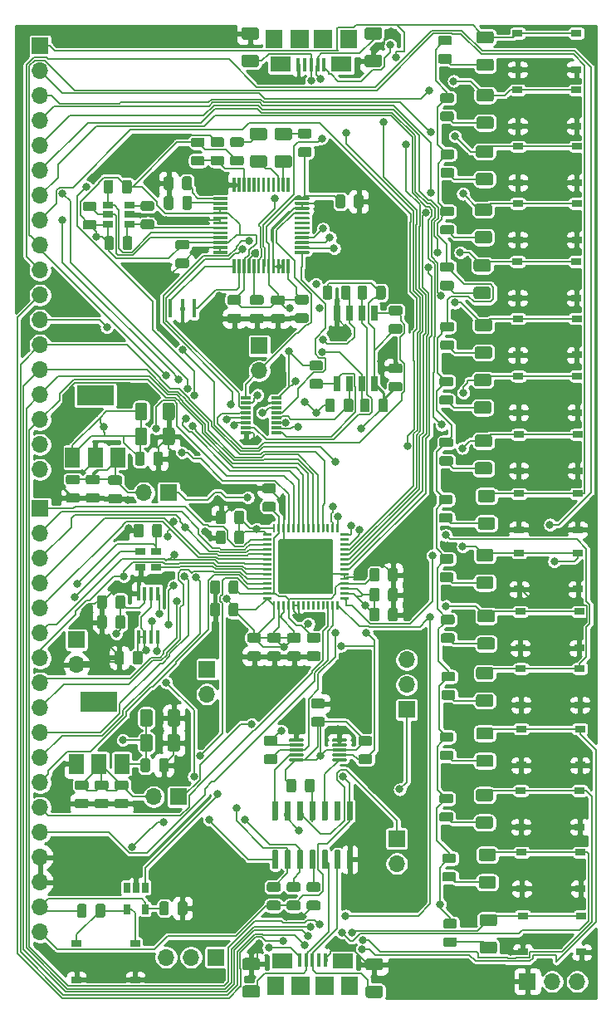
<source format=gbr>
G04 #@! TF.GenerationSoftware,KiCad,Pcbnew,(5.1.5-0-10_14)*
G04 #@! TF.CreationDate,2021-03-08T16:24:22-08:00*
G04 #@! TF.ProjectId,strive_pcb_rev2,73747269-7665-45f7-9063-625f72657632,rev?*
G04 #@! TF.SameCoordinates,Original*
G04 #@! TF.FileFunction,Copper,L1,Top*
G04 #@! TF.FilePolarity,Positive*
%FSLAX46Y46*%
G04 Gerber Fmt 4.6, Leading zero omitted, Abs format (unit mm)*
G04 Created by KiCad (PCBNEW (5.1.5-0-10_14)) date 2021-03-08 16:24:22*
%MOMM*%
%LPD*%
G04 APERTURE LIST*
%ADD10O,1.700000X1.700000*%
%ADD11R,1.700000X1.700000*%
%ADD12R,1.900000X1.900000*%
%ADD13R,1.800000X1.900000*%
%ADD14R,2.100000X1.600000*%
%ADD15R,0.400000X1.350000*%
%ADD16R,0.977900X0.304800*%
%ADD17C,0.100000*%
%ADD18R,1.016000X0.660400*%
%ADD19R,1.000000X0.700000*%
%ADD20R,0.400000X1.900000*%
%ADD21R,0.650000X1.650000*%
%ADD22R,0.650000X1.060000*%
%ADD23R,0.450000X1.450000*%
%ADD24R,1.500000X2.000000*%
%ADD25R,3.800000X2.000000*%
%ADD26R,1.060000X0.650000*%
%ADD27C,0.800000*%
%ADD28C,0.203200*%
%ADD29C,0.152400*%
%ADD30C,0.250000*%
%ADD31C,0.254000*%
G04 APERTURE END LIST*
D10*
X148742400Y-137363200D03*
X151282400Y-137363200D03*
D11*
X153822400Y-137363200D03*
D12*
X164877600Y-140292200D03*
X162477600Y-140292200D03*
D13*
X167477600Y-140292200D03*
X159877600Y-140292200D03*
D14*
X166777600Y-137742200D03*
X160577600Y-137742200D03*
D15*
X164977600Y-137617200D03*
X162377600Y-137617200D03*
X164327600Y-137617200D03*
X163027600Y-137617200D03*
X163677600Y-137617200D03*
D12*
X162344400Y-43738800D03*
X164744400Y-43738800D03*
D13*
X159744400Y-43738800D03*
X167344400Y-43738800D03*
D14*
X160444400Y-46288800D03*
X166644400Y-46288800D03*
D15*
X162244400Y-46413800D03*
X164844400Y-46413800D03*
X162894400Y-46413800D03*
X164194400Y-46413800D03*
X163544400Y-46413800D03*
D16*
X159962850Y-80342801D03*
X159962850Y-80842800D03*
X159962850Y-81342802D03*
X159962850Y-81842800D03*
X159962850Y-82342800D03*
X159962850Y-82842801D03*
X159962850Y-83342800D03*
X159962850Y-83842802D03*
X156876750Y-83842799D03*
X156876750Y-83342800D03*
X156876750Y-82842798D03*
X156876750Y-82342800D03*
X156876750Y-81842800D03*
X156876750Y-81342799D03*
X156876750Y-80842800D03*
X156876750Y-80342798D03*
D10*
X139598400Y-107543600D03*
D11*
X139598400Y-105003600D03*
D10*
X172262800Y-127812800D03*
D11*
X172262800Y-125272800D03*
D10*
X152908000Y-110540800D03*
D11*
X152908000Y-108000800D03*
D10*
X173278800Y-107035600D03*
X173278800Y-109575600D03*
D11*
X173278800Y-112115600D03*
G04 #@! TA.AperFunction,SMDPad,CuDef*
D17*
G36*
X161790142Y-119151174D02*
G01*
X161813803Y-119154684D01*
X161837007Y-119160496D01*
X161859529Y-119168554D01*
X161881153Y-119178782D01*
X161901670Y-119191079D01*
X161920883Y-119205329D01*
X161938607Y-119221393D01*
X161954671Y-119239117D01*
X161968921Y-119258330D01*
X161981218Y-119278847D01*
X161991446Y-119300471D01*
X161999504Y-119322993D01*
X162005316Y-119346197D01*
X162008826Y-119369858D01*
X162010000Y-119393750D01*
X162010000Y-120306250D01*
X162008826Y-120330142D01*
X162005316Y-120353803D01*
X161999504Y-120377007D01*
X161991446Y-120399529D01*
X161981218Y-120421153D01*
X161968921Y-120441670D01*
X161954671Y-120460883D01*
X161938607Y-120478607D01*
X161920883Y-120494671D01*
X161901670Y-120508921D01*
X161881153Y-120521218D01*
X161859529Y-120531446D01*
X161837007Y-120539504D01*
X161813803Y-120545316D01*
X161790142Y-120548826D01*
X161766250Y-120550000D01*
X161278750Y-120550000D01*
X161254858Y-120548826D01*
X161231197Y-120545316D01*
X161207993Y-120539504D01*
X161185471Y-120531446D01*
X161163847Y-120521218D01*
X161143330Y-120508921D01*
X161124117Y-120494671D01*
X161106393Y-120478607D01*
X161090329Y-120460883D01*
X161076079Y-120441670D01*
X161063782Y-120421153D01*
X161053554Y-120399529D01*
X161045496Y-120377007D01*
X161039684Y-120353803D01*
X161036174Y-120330142D01*
X161035000Y-120306250D01*
X161035000Y-119393750D01*
X161036174Y-119369858D01*
X161039684Y-119346197D01*
X161045496Y-119322993D01*
X161053554Y-119300471D01*
X161063782Y-119278847D01*
X161076079Y-119258330D01*
X161090329Y-119239117D01*
X161106393Y-119221393D01*
X161124117Y-119205329D01*
X161143330Y-119191079D01*
X161163847Y-119178782D01*
X161185471Y-119168554D01*
X161207993Y-119160496D01*
X161231197Y-119154684D01*
X161254858Y-119151174D01*
X161278750Y-119150000D01*
X161766250Y-119150000D01*
X161790142Y-119151174D01*
G37*
G04 #@! TD.AperFunction*
G04 #@! TA.AperFunction,SMDPad,CuDef*
G36*
X163665142Y-119151174D02*
G01*
X163688803Y-119154684D01*
X163712007Y-119160496D01*
X163734529Y-119168554D01*
X163756153Y-119178782D01*
X163776670Y-119191079D01*
X163795883Y-119205329D01*
X163813607Y-119221393D01*
X163829671Y-119239117D01*
X163843921Y-119258330D01*
X163856218Y-119278847D01*
X163866446Y-119300471D01*
X163874504Y-119322993D01*
X163880316Y-119346197D01*
X163883826Y-119369858D01*
X163885000Y-119393750D01*
X163885000Y-120306250D01*
X163883826Y-120330142D01*
X163880316Y-120353803D01*
X163874504Y-120377007D01*
X163866446Y-120399529D01*
X163856218Y-120421153D01*
X163843921Y-120441670D01*
X163829671Y-120460883D01*
X163813607Y-120478607D01*
X163795883Y-120494671D01*
X163776670Y-120508921D01*
X163756153Y-120521218D01*
X163734529Y-120531446D01*
X163712007Y-120539504D01*
X163688803Y-120545316D01*
X163665142Y-120548826D01*
X163641250Y-120550000D01*
X163153750Y-120550000D01*
X163129858Y-120548826D01*
X163106197Y-120545316D01*
X163082993Y-120539504D01*
X163060471Y-120531446D01*
X163038847Y-120521218D01*
X163018330Y-120508921D01*
X162999117Y-120494671D01*
X162981393Y-120478607D01*
X162965329Y-120460883D01*
X162951079Y-120441670D01*
X162938782Y-120421153D01*
X162928554Y-120399529D01*
X162920496Y-120377007D01*
X162914684Y-120353803D01*
X162911174Y-120330142D01*
X162910000Y-120306250D01*
X162910000Y-119393750D01*
X162911174Y-119369858D01*
X162914684Y-119346197D01*
X162920496Y-119322993D01*
X162928554Y-119300471D01*
X162938782Y-119278847D01*
X162951079Y-119258330D01*
X162965329Y-119239117D01*
X162981393Y-119221393D01*
X162999117Y-119205329D01*
X163018330Y-119191079D01*
X163038847Y-119178782D01*
X163060471Y-119168554D01*
X163082993Y-119160496D01*
X163106197Y-119154684D01*
X163129858Y-119151174D01*
X163153750Y-119150000D01*
X163641250Y-119150000D01*
X163665142Y-119151174D01*
G37*
G04 #@! TD.AperFunction*
D18*
X147718780Y-95968820D03*
X147718780Y-97619820D03*
X146118580Y-97619820D03*
X146118580Y-95968820D03*
D19*
X185109600Y-133119809D03*
X191109600Y-133119809D03*
X185109600Y-136819809D03*
X191109600Y-136819809D03*
X139600000Y-135950000D03*
X145600000Y-135950000D03*
X139600000Y-139650000D03*
X145600000Y-139650000D03*
X185010000Y-126660000D03*
X191010000Y-126660000D03*
X185010000Y-130360000D03*
X191010000Y-130360000D03*
X184924890Y-120367103D03*
X190924890Y-120367103D03*
X184924890Y-124067103D03*
X190924890Y-124067103D03*
X184954092Y-114080049D03*
X190954092Y-114080049D03*
X184954092Y-117780049D03*
X190954092Y-117780049D03*
X184936793Y-107936284D03*
X190936793Y-107936284D03*
X184936793Y-111636284D03*
X190936793Y-111636284D03*
X184873596Y-102124769D03*
X190873596Y-102124769D03*
X184873596Y-105824769D03*
X190873596Y-105824769D03*
X184756076Y-96125186D03*
X190756076Y-96125186D03*
X184756076Y-99825186D03*
X190756076Y-99825186D03*
X184720008Y-90078446D03*
X190720008Y-90078446D03*
X184720008Y-93778446D03*
X190720008Y-93778446D03*
X184710000Y-84060000D03*
X190710000Y-84060000D03*
X184710000Y-87760000D03*
X190710000Y-87760000D03*
X184675721Y-78109678D03*
X190675721Y-78109678D03*
X184675721Y-81809678D03*
X190675721Y-81809678D03*
X184610000Y-72260000D03*
X190610000Y-72260000D03*
X184610000Y-75960000D03*
X190610000Y-75960000D03*
X184585000Y-66435000D03*
X190585000Y-66435000D03*
X184585000Y-70135000D03*
X190585000Y-70135000D03*
X184610000Y-60510000D03*
X190610000Y-60510000D03*
X184610000Y-64210000D03*
X190610000Y-64210000D03*
X184635000Y-54685000D03*
X190635000Y-54685000D03*
X184635000Y-58385000D03*
X190635000Y-58385000D03*
X184585000Y-48935000D03*
X190585000Y-48935000D03*
X184585000Y-52635000D03*
X190585000Y-52635000D03*
X184585000Y-43160000D03*
X190585000Y-43160000D03*
X184585000Y-46860000D03*
X190585000Y-46860000D03*
D20*
X151600000Y-71200000D03*
X150400000Y-71200000D03*
X149200000Y-71200000D03*
D21*
X169975000Y-78910000D03*
X168705000Y-78910000D03*
X167435000Y-78910000D03*
X166165000Y-78910000D03*
X166165000Y-71710000D03*
X167435000Y-71710000D03*
X168705000Y-71710000D03*
X169975000Y-71710000D03*
D10*
X190665100Y-139827000D03*
X188125100Y-139827000D03*
D11*
X185585100Y-139827000D03*
G04 #@! TA.AperFunction,SMDPad,CuDef*
D17*
G36*
X154957351Y-65350361D02*
G01*
X154964632Y-65351441D01*
X154971771Y-65353229D01*
X154978701Y-65355709D01*
X154985355Y-65358856D01*
X154991668Y-65362640D01*
X154997579Y-65367024D01*
X155003033Y-65371967D01*
X155007976Y-65377421D01*
X155012360Y-65383332D01*
X155016144Y-65389645D01*
X155019291Y-65396299D01*
X155021771Y-65403229D01*
X155023559Y-65410368D01*
X155024639Y-65417649D01*
X155025000Y-65425000D01*
X155025000Y-65575000D01*
X155024639Y-65582351D01*
X155023559Y-65589632D01*
X155021771Y-65596771D01*
X155019291Y-65603701D01*
X155016144Y-65610355D01*
X155012360Y-65616668D01*
X155007976Y-65622579D01*
X155003033Y-65628033D01*
X154997579Y-65632976D01*
X154991668Y-65637360D01*
X154985355Y-65641144D01*
X154978701Y-65644291D01*
X154971771Y-65646771D01*
X154964632Y-65648559D01*
X154957351Y-65649639D01*
X154950000Y-65650000D01*
X153625000Y-65650000D01*
X153617649Y-65649639D01*
X153610368Y-65648559D01*
X153603229Y-65646771D01*
X153596299Y-65644291D01*
X153589645Y-65641144D01*
X153583332Y-65637360D01*
X153577421Y-65632976D01*
X153571967Y-65628033D01*
X153567024Y-65622579D01*
X153562640Y-65616668D01*
X153558856Y-65610355D01*
X153555709Y-65603701D01*
X153553229Y-65596771D01*
X153551441Y-65589632D01*
X153550361Y-65582351D01*
X153550000Y-65575000D01*
X153550000Y-65425000D01*
X153550361Y-65417649D01*
X153551441Y-65410368D01*
X153553229Y-65403229D01*
X153555709Y-65396299D01*
X153558856Y-65389645D01*
X153562640Y-65383332D01*
X153567024Y-65377421D01*
X153571967Y-65371967D01*
X153577421Y-65367024D01*
X153583332Y-65362640D01*
X153589645Y-65358856D01*
X153596299Y-65355709D01*
X153603229Y-65353229D01*
X153610368Y-65351441D01*
X153617649Y-65350361D01*
X153625000Y-65350000D01*
X154950000Y-65350000D01*
X154957351Y-65350361D01*
G37*
G04 #@! TD.AperFunction*
G04 #@! TA.AperFunction,SMDPad,CuDef*
G36*
X154957351Y-64850361D02*
G01*
X154964632Y-64851441D01*
X154971771Y-64853229D01*
X154978701Y-64855709D01*
X154985355Y-64858856D01*
X154991668Y-64862640D01*
X154997579Y-64867024D01*
X155003033Y-64871967D01*
X155007976Y-64877421D01*
X155012360Y-64883332D01*
X155016144Y-64889645D01*
X155019291Y-64896299D01*
X155021771Y-64903229D01*
X155023559Y-64910368D01*
X155024639Y-64917649D01*
X155025000Y-64925000D01*
X155025000Y-65075000D01*
X155024639Y-65082351D01*
X155023559Y-65089632D01*
X155021771Y-65096771D01*
X155019291Y-65103701D01*
X155016144Y-65110355D01*
X155012360Y-65116668D01*
X155007976Y-65122579D01*
X155003033Y-65128033D01*
X154997579Y-65132976D01*
X154991668Y-65137360D01*
X154985355Y-65141144D01*
X154978701Y-65144291D01*
X154971771Y-65146771D01*
X154964632Y-65148559D01*
X154957351Y-65149639D01*
X154950000Y-65150000D01*
X153625000Y-65150000D01*
X153617649Y-65149639D01*
X153610368Y-65148559D01*
X153603229Y-65146771D01*
X153596299Y-65144291D01*
X153589645Y-65141144D01*
X153583332Y-65137360D01*
X153577421Y-65132976D01*
X153571967Y-65128033D01*
X153567024Y-65122579D01*
X153562640Y-65116668D01*
X153558856Y-65110355D01*
X153555709Y-65103701D01*
X153553229Y-65096771D01*
X153551441Y-65089632D01*
X153550361Y-65082351D01*
X153550000Y-65075000D01*
X153550000Y-64925000D01*
X153550361Y-64917649D01*
X153551441Y-64910368D01*
X153553229Y-64903229D01*
X153555709Y-64896299D01*
X153558856Y-64889645D01*
X153562640Y-64883332D01*
X153567024Y-64877421D01*
X153571967Y-64871967D01*
X153577421Y-64867024D01*
X153583332Y-64862640D01*
X153589645Y-64858856D01*
X153596299Y-64855709D01*
X153603229Y-64853229D01*
X153610368Y-64851441D01*
X153617649Y-64850361D01*
X153625000Y-64850000D01*
X154950000Y-64850000D01*
X154957351Y-64850361D01*
G37*
G04 #@! TD.AperFunction*
G04 #@! TA.AperFunction,SMDPad,CuDef*
G36*
X154957351Y-64350361D02*
G01*
X154964632Y-64351441D01*
X154971771Y-64353229D01*
X154978701Y-64355709D01*
X154985355Y-64358856D01*
X154991668Y-64362640D01*
X154997579Y-64367024D01*
X155003033Y-64371967D01*
X155007976Y-64377421D01*
X155012360Y-64383332D01*
X155016144Y-64389645D01*
X155019291Y-64396299D01*
X155021771Y-64403229D01*
X155023559Y-64410368D01*
X155024639Y-64417649D01*
X155025000Y-64425000D01*
X155025000Y-64575000D01*
X155024639Y-64582351D01*
X155023559Y-64589632D01*
X155021771Y-64596771D01*
X155019291Y-64603701D01*
X155016144Y-64610355D01*
X155012360Y-64616668D01*
X155007976Y-64622579D01*
X155003033Y-64628033D01*
X154997579Y-64632976D01*
X154991668Y-64637360D01*
X154985355Y-64641144D01*
X154978701Y-64644291D01*
X154971771Y-64646771D01*
X154964632Y-64648559D01*
X154957351Y-64649639D01*
X154950000Y-64650000D01*
X153625000Y-64650000D01*
X153617649Y-64649639D01*
X153610368Y-64648559D01*
X153603229Y-64646771D01*
X153596299Y-64644291D01*
X153589645Y-64641144D01*
X153583332Y-64637360D01*
X153577421Y-64632976D01*
X153571967Y-64628033D01*
X153567024Y-64622579D01*
X153562640Y-64616668D01*
X153558856Y-64610355D01*
X153555709Y-64603701D01*
X153553229Y-64596771D01*
X153551441Y-64589632D01*
X153550361Y-64582351D01*
X153550000Y-64575000D01*
X153550000Y-64425000D01*
X153550361Y-64417649D01*
X153551441Y-64410368D01*
X153553229Y-64403229D01*
X153555709Y-64396299D01*
X153558856Y-64389645D01*
X153562640Y-64383332D01*
X153567024Y-64377421D01*
X153571967Y-64371967D01*
X153577421Y-64367024D01*
X153583332Y-64362640D01*
X153589645Y-64358856D01*
X153596299Y-64355709D01*
X153603229Y-64353229D01*
X153610368Y-64351441D01*
X153617649Y-64350361D01*
X153625000Y-64350000D01*
X154950000Y-64350000D01*
X154957351Y-64350361D01*
G37*
G04 #@! TD.AperFunction*
G04 #@! TA.AperFunction,SMDPad,CuDef*
G36*
X154957351Y-63850361D02*
G01*
X154964632Y-63851441D01*
X154971771Y-63853229D01*
X154978701Y-63855709D01*
X154985355Y-63858856D01*
X154991668Y-63862640D01*
X154997579Y-63867024D01*
X155003033Y-63871967D01*
X155007976Y-63877421D01*
X155012360Y-63883332D01*
X155016144Y-63889645D01*
X155019291Y-63896299D01*
X155021771Y-63903229D01*
X155023559Y-63910368D01*
X155024639Y-63917649D01*
X155025000Y-63925000D01*
X155025000Y-64075000D01*
X155024639Y-64082351D01*
X155023559Y-64089632D01*
X155021771Y-64096771D01*
X155019291Y-64103701D01*
X155016144Y-64110355D01*
X155012360Y-64116668D01*
X155007976Y-64122579D01*
X155003033Y-64128033D01*
X154997579Y-64132976D01*
X154991668Y-64137360D01*
X154985355Y-64141144D01*
X154978701Y-64144291D01*
X154971771Y-64146771D01*
X154964632Y-64148559D01*
X154957351Y-64149639D01*
X154950000Y-64150000D01*
X153625000Y-64150000D01*
X153617649Y-64149639D01*
X153610368Y-64148559D01*
X153603229Y-64146771D01*
X153596299Y-64144291D01*
X153589645Y-64141144D01*
X153583332Y-64137360D01*
X153577421Y-64132976D01*
X153571967Y-64128033D01*
X153567024Y-64122579D01*
X153562640Y-64116668D01*
X153558856Y-64110355D01*
X153555709Y-64103701D01*
X153553229Y-64096771D01*
X153551441Y-64089632D01*
X153550361Y-64082351D01*
X153550000Y-64075000D01*
X153550000Y-63925000D01*
X153550361Y-63917649D01*
X153551441Y-63910368D01*
X153553229Y-63903229D01*
X153555709Y-63896299D01*
X153558856Y-63889645D01*
X153562640Y-63883332D01*
X153567024Y-63877421D01*
X153571967Y-63871967D01*
X153577421Y-63867024D01*
X153583332Y-63862640D01*
X153589645Y-63858856D01*
X153596299Y-63855709D01*
X153603229Y-63853229D01*
X153610368Y-63851441D01*
X153617649Y-63850361D01*
X153625000Y-63850000D01*
X154950000Y-63850000D01*
X154957351Y-63850361D01*
G37*
G04 #@! TD.AperFunction*
G04 #@! TA.AperFunction,SMDPad,CuDef*
G36*
X154957351Y-63350361D02*
G01*
X154964632Y-63351441D01*
X154971771Y-63353229D01*
X154978701Y-63355709D01*
X154985355Y-63358856D01*
X154991668Y-63362640D01*
X154997579Y-63367024D01*
X155003033Y-63371967D01*
X155007976Y-63377421D01*
X155012360Y-63383332D01*
X155016144Y-63389645D01*
X155019291Y-63396299D01*
X155021771Y-63403229D01*
X155023559Y-63410368D01*
X155024639Y-63417649D01*
X155025000Y-63425000D01*
X155025000Y-63575000D01*
X155024639Y-63582351D01*
X155023559Y-63589632D01*
X155021771Y-63596771D01*
X155019291Y-63603701D01*
X155016144Y-63610355D01*
X155012360Y-63616668D01*
X155007976Y-63622579D01*
X155003033Y-63628033D01*
X154997579Y-63632976D01*
X154991668Y-63637360D01*
X154985355Y-63641144D01*
X154978701Y-63644291D01*
X154971771Y-63646771D01*
X154964632Y-63648559D01*
X154957351Y-63649639D01*
X154950000Y-63650000D01*
X153625000Y-63650000D01*
X153617649Y-63649639D01*
X153610368Y-63648559D01*
X153603229Y-63646771D01*
X153596299Y-63644291D01*
X153589645Y-63641144D01*
X153583332Y-63637360D01*
X153577421Y-63632976D01*
X153571967Y-63628033D01*
X153567024Y-63622579D01*
X153562640Y-63616668D01*
X153558856Y-63610355D01*
X153555709Y-63603701D01*
X153553229Y-63596771D01*
X153551441Y-63589632D01*
X153550361Y-63582351D01*
X153550000Y-63575000D01*
X153550000Y-63425000D01*
X153550361Y-63417649D01*
X153551441Y-63410368D01*
X153553229Y-63403229D01*
X153555709Y-63396299D01*
X153558856Y-63389645D01*
X153562640Y-63383332D01*
X153567024Y-63377421D01*
X153571967Y-63371967D01*
X153577421Y-63367024D01*
X153583332Y-63362640D01*
X153589645Y-63358856D01*
X153596299Y-63355709D01*
X153603229Y-63353229D01*
X153610368Y-63351441D01*
X153617649Y-63350361D01*
X153625000Y-63350000D01*
X154950000Y-63350000D01*
X154957351Y-63350361D01*
G37*
G04 #@! TD.AperFunction*
G04 #@! TA.AperFunction,SMDPad,CuDef*
G36*
X154957351Y-62850361D02*
G01*
X154964632Y-62851441D01*
X154971771Y-62853229D01*
X154978701Y-62855709D01*
X154985355Y-62858856D01*
X154991668Y-62862640D01*
X154997579Y-62867024D01*
X155003033Y-62871967D01*
X155007976Y-62877421D01*
X155012360Y-62883332D01*
X155016144Y-62889645D01*
X155019291Y-62896299D01*
X155021771Y-62903229D01*
X155023559Y-62910368D01*
X155024639Y-62917649D01*
X155025000Y-62925000D01*
X155025000Y-63075000D01*
X155024639Y-63082351D01*
X155023559Y-63089632D01*
X155021771Y-63096771D01*
X155019291Y-63103701D01*
X155016144Y-63110355D01*
X155012360Y-63116668D01*
X155007976Y-63122579D01*
X155003033Y-63128033D01*
X154997579Y-63132976D01*
X154991668Y-63137360D01*
X154985355Y-63141144D01*
X154978701Y-63144291D01*
X154971771Y-63146771D01*
X154964632Y-63148559D01*
X154957351Y-63149639D01*
X154950000Y-63150000D01*
X153625000Y-63150000D01*
X153617649Y-63149639D01*
X153610368Y-63148559D01*
X153603229Y-63146771D01*
X153596299Y-63144291D01*
X153589645Y-63141144D01*
X153583332Y-63137360D01*
X153577421Y-63132976D01*
X153571967Y-63128033D01*
X153567024Y-63122579D01*
X153562640Y-63116668D01*
X153558856Y-63110355D01*
X153555709Y-63103701D01*
X153553229Y-63096771D01*
X153551441Y-63089632D01*
X153550361Y-63082351D01*
X153550000Y-63075000D01*
X153550000Y-62925000D01*
X153550361Y-62917649D01*
X153551441Y-62910368D01*
X153553229Y-62903229D01*
X153555709Y-62896299D01*
X153558856Y-62889645D01*
X153562640Y-62883332D01*
X153567024Y-62877421D01*
X153571967Y-62871967D01*
X153577421Y-62867024D01*
X153583332Y-62862640D01*
X153589645Y-62858856D01*
X153596299Y-62855709D01*
X153603229Y-62853229D01*
X153610368Y-62851441D01*
X153617649Y-62850361D01*
X153625000Y-62850000D01*
X154950000Y-62850000D01*
X154957351Y-62850361D01*
G37*
G04 #@! TD.AperFunction*
G04 #@! TA.AperFunction,SMDPad,CuDef*
G36*
X154957351Y-62350361D02*
G01*
X154964632Y-62351441D01*
X154971771Y-62353229D01*
X154978701Y-62355709D01*
X154985355Y-62358856D01*
X154991668Y-62362640D01*
X154997579Y-62367024D01*
X155003033Y-62371967D01*
X155007976Y-62377421D01*
X155012360Y-62383332D01*
X155016144Y-62389645D01*
X155019291Y-62396299D01*
X155021771Y-62403229D01*
X155023559Y-62410368D01*
X155024639Y-62417649D01*
X155025000Y-62425000D01*
X155025000Y-62575000D01*
X155024639Y-62582351D01*
X155023559Y-62589632D01*
X155021771Y-62596771D01*
X155019291Y-62603701D01*
X155016144Y-62610355D01*
X155012360Y-62616668D01*
X155007976Y-62622579D01*
X155003033Y-62628033D01*
X154997579Y-62632976D01*
X154991668Y-62637360D01*
X154985355Y-62641144D01*
X154978701Y-62644291D01*
X154971771Y-62646771D01*
X154964632Y-62648559D01*
X154957351Y-62649639D01*
X154950000Y-62650000D01*
X153625000Y-62650000D01*
X153617649Y-62649639D01*
X153610368Y-62648559D01*
X153603229Y-62646771D01*
X153596299Y-62644291D01*
X153589645Y-62641144D01*
X153583332Y-62637360D01*
X153577421Y-62632976D01*
X153571967Y-62628033D01*
X153567024Y-62622579D01*
X153562640Y-62616668D01*
X153558856Y-62610355D01*
X153555709Y-62603701D01*
X153553229Y-62596771D01*
X153551441Y-62589632D01*
X153550361Y-62582351D01*
X153550000Y-62575000D01*
X153550000Y-62425000D01*
X153550361Y-62417649D01*
X153551441Y-62410368D01*
X153553229Y-62403229D01*
X153555709Y-62396299D01*
X153558856Y-62389645D01*
X153562640Y-62383332D01*
X153567024Y-62377421D01*
X153571967Y-62371967D01*
X153577421Y-62367024D01*
X153583332Y-62362640D01*
X153589645Y-62358856D01*
X153596299Y-62355709D01*
X153603229Y-62353229D01*
X153610368Y-62351441D01*
X153617649Y-62350361D01*
X153625000Y-62350000D01*
X154950000Y-62350000D01*
X154957351Y-62350361D01*
G37*
G04 #@! TD.AperFunction*
G04 #@! TA.AperFunction,SMDPad,CuDef*
G36*
X154957351Y-61850361D02*
G01*
X154964632Y-61851441D01*
X154971771Y-61853229D01*
X154978701Y-61855709D01*
X154985355Y-61858856D01*
X154991668Y-61862640D01*
X154997579Y-61867024D01*
X155003033Y-61871967D01*
X155007976Y-61877421D01*
X155012360Y-61883332D01*
X155016144Y-61889645D01*
X155019291Y-61896299D01*
X155021771Y-61903229D01*
X155023559Y-61910368D01*
X155024639Y-61917649D01*
X155025000Y-61925000D01*
X155025000Y-62075000D01*
X155024639Y-62082351D01*
X155023559Y-62089632D01*
X155021771Y-62096771D01*
X155019291Y-62103701D01*
X155016144Y-62110355D01*
X155012360Y-62116668D01*
X155007976Y-62122579D01*
X155003033Y-62128033D01*
X154997579Y-62132976D01*
X154991668Y-62137360D01*
X154985355Y-62141144D01*
X154978701Y-62144291D01*
X154971771Y-62146771D01*
X154964632Y-62148559D01*
X154957351Y-62149639D01*
X154950000Y-62150000D01*
X153625000Y-62150000D01*
X153617649Y-62149639D01*
X153610368Y-62148559D01*
X153603229Y-62146771D01*
X153596299Y-62144291D01*
X153589645Y-62141144D01*
X153583332Y-62137360D01*
X153577421Y-62132976D01*
X153571967Y-62128033D01*
X153567024Y-62122579D01*
X153562640Y-62116668D01*
X153558856Y-62110355D01*
X153555709Y-62103701D01*
X153553229Y-62096771D01*
X153551441Y-62089632D01*
X153550361Y-62082351D01*
X153550000Y-62075000D01*
X153550000Y-61925000D01*
X153550361Y-61917649D01*
X153551441Y-61910368D01*
X153553229Y-61903229D01*
X153555709Y-61896299D01*
X153558856Y-61889645D01*
X153562640Y-61883332D01*
X153567024Y-61877421D01*
X153571967Y-61871967D01*
X153577421Y-61867024D01*
X153583332Y-61862640D01*
X153589645Y-61858856D01*
X153596299Y-61855709D01*
X153603229Y-61853229D01*
X153610368Y-61851441D01*
X153617649Y-61850361D01*
X153625000Y-61850000D01*
X154950000Y-61850000D01*
X154957351Y-61850361D01*
G37*
G04 #@! TD.AperFunction*
G04 #@! TA.AperFunction,SMDPad,CuDef*
G36*
X154957351Y-61350361D02*
G01*
X154964632Y-61351441D01*
X154971771Y-61353229D01*
X154978701Y-61355709D01*
X154985355Y-61358856D01*
X154991668Y-61362640D01*
X154997579Y-61367024D01*
X155003033Y-61371967D01*
X155007976Y-61377421D01*
X155012360Y-61383332D01*
X155016144Y-61389645D01*
X155019291Y-61396299D01*
X155021771Y-61403229D01*
X155023559Y-61410368D01*
X155024639Y-61417649D01*
X155025000Y-61425000D01*
X155025000Y-61575000D01*
X155024639Y-61582351D01*
X155023559Y-61589632D01*
X155021771Y-61596771D01*
X155019291Y-61603701D01*
X155016144Y-61610355D01*
X155012360Y-61616668D01*
X155007976Y-61622579D01*
X155003033Y-61628033D01*
X154997579Y-61632976D01*
X154991668Y-61637360D01*
X154985355Y-61641144D01*
X154978701Y-61644291D01*
X154971771Y-61646771D01*
X154964632Y-61648559D01*
X154957351Y-61649639D01*
X154950000Y-61650000D01*
X153625000Y-61650000D01*
X153617649Y-61649639D01*
X153610368Y-61648559D01*
X153603229Y-61646771D01*
X153596299Y-61644291D01*
X153589645Y-61641144D01*
X153583332Y-61637360D01*
X153577421Y-61632976D01*
X153571967Y-61628033D01*
X153567024Y-61622579D01*
X153562640Y-61616668D01*
X153558856Y-61610355D01*
X153555709Y-61603701D01*
X153553229Y-61596771D01*
X153551441Y-61589632D01*
X153550361Y-61582351D01*
X153550000Y-61575000D01*
X153550000Y-61425000D01*
X153550361Y-61417649D01*
X153551441Y-61410368D01*
X153553229Y-61403229D01*
X153555709Y-61396299D01*
X153558856Y-61389645D01*
X153562640Y-61383332D01*
X153567024Y-61377421D01*
X153571967Y-61371967D01*
X153577421Y-61367024D01*
X153583332Y-61362640D01*
X153589645Y-61358856D01*
X153596299Y-61355709D01*
X153603229Y-61353229D01*
X153610368Y-61351441D01*
X153617649Y-61350361D01*
X153625000Y-61350000D01*
X154950000Y-61350000D01*
X154957351Y-61350361D01*
G37*
G04 #@! TD.AperFunction*
G04 #@! TA.AperFunction,SMDPad,CuDef*
G36*
X154957351Y-60850361D02*
G01*
X154964632Y-60851441D01*
X154971771Y-60853229D01*
X154978701Y-60855709D01*
X154985355Y-60858856D01*
X154991668Y-60862640D01*
X154997579Y-60867024D01*
X155003033Y-60871967D01*
X155007976Y-60877421D01*
X155012360Y-60883332D01*
X155016144Y-60889645D01*
X155019291Y-60896299D01*
X155021771Y-60903229D01*
X155023559Y-60910368D01*
X155024639Y-60917649D01*
X155025000Y-60925000D01*
X155025000Y-61075000D01*
X155024639Y-61082351D01*
X155023559Y-61089632D01*
X155021771Y-61096771D01*
X155019291Y-61103701D01*
X155016144Y-61110355D01*
X155012360Y-61116668D01*
X155007976Y-61122579D01*
X155003033Y-61128033D01*
X154997579Y-61132976D01*
X154991668Y-61137360D01*
X154985355Y-61141144D01*
X154978701Y-61144291D01*
X154971771Y-61146771D01*
X154964632Y-61148559D01*
X154957351Y-61149639D01*
X154950000Y-61150000D01*
X153625000Y-61150000D01*
X153617649Y-61149639D01*
X153610368Y-61148559D01*
X153603229Y-61146771D01*
X153596299Y-61144291D01*
X153589645Y-61141144D01*
X153583332Y-61137360D01*
X153577421Y-61132976D01*
X153571967Y-61128033D01*
X153567024Y-61122579D01*
X153562640Y-61116668D01*
X153558856Y-61110355D01*
X153555709Y-61103701D01*
X153553229Y-61096771D01*
X153551441Y-61089632D01*
X153550361Y-61082351D01*
X153550000Y-61075000D01*
X153550000Y-60925000D01*
X153550361Y-60917649D01*
X153551441Y-60910368D01*
X153553229Y-60903229D01*
X153555709Y-60896299D01*
X153558856Y-60889645D01*
X153562640Y-60883332D01*
X153567024Y-60877421D01*
X153571967Y-60871967D01*
X153577421Y-60867024D01*
X153583332Y-60862640D01*
X153589645Y-60858856D01*
X153596299Y-60855709D01*
X153603229Y-60853229D01*
X153610368Y-60851441D01*
X153617649Y-60850361D01*
X153625000Y-60850000D01*
X154950000Y-60850000D01*
X154957351Y-60850361D01*
G37*
G04 #@! TD.AperFunction*
G04 #@! TA.AperFunction,SMDPad,CuDef*
G36*
X154957351Y-60350361D02*
G01*
X154964632Y-60351441D01*
X154971771Y-60353229D01*
X154978701Y-60355709D01*
X154985355Y-60358856D01*
X154991668Y-60362640D01*
X154997579Y-60367024D01*
X155003033Y-60371967D01*
X155007976Y-60377421D01*
X155012360Y-60383332D01*
X155016144Y-60389645D01*
X155019291Y-60396299D01*
X155021771Y-60403229D01*
X155023559Y-60410368D01*
X155024639Y-60417649D01*
X155025000Y-60425000D01*
X155025000Y-60575000D01*
X155024639Y-60582351D01*
X155023559Y-60589632D01*
X155021771Y-60596771D01*
X155019291Y-60603701D01*
X155016144Y-60610355D01*
X155012360Y-60616668D01*
X155007976Y-60622579D01*
X155003033Y-60628033D01*
X154997579Y-60632976D01*
X154991668Y-60637360D01*
X154985355Y-60641144D01*
X154978701Y-60644291D01*
X154971771Y-60646771D01*
X154964632Y-60648559D01*
X154957351Y-60649639D01*
X154950000Y-60650000D01*
X153625000Y-60650000D01*
X153617649Y-60649639D01*
X153610368Y-60648559D01*
X153603229Y-60646771D01*
X153596299Y-60644291D01*
X153589645Y-60641144D01*
X153583332Y-60637360D01*
X153577421Y-60632976D01*
X153571967Y-60628033D01*
X153567024Y-60622579D01*
X153562640Y-60616668D01*
X153558856Y-60610355D01*
X153555709Y-60603701D01*
X153553229Y-60596771D01*
X153551441Y-60589632D01*
X153550361Y-60582351D01*
X153550000Y-60575000D01*
X153550000Y-60425000D01*
X153550361Y-60417649D01*
X153551441Y-60410368D01*
X153553229Y-60403229D01*
X153555709Y-60396299D01*
X153558856Y-60389645D01*
X153562640Y-60383332D01*
X153567024Y-60377421D01*
X153571967Y-60371967D01*
X153577421Y-60367024D01*
X153583332Y-60362640D01*
X153589645Y-60358856D01*
X153596299Y-60355709D01*
X153603229Y-60353229D01*
X153610368Y-60351441D01*
X153617649Y-60350361D01*
X153625000Y-60350000D01*
X154950000Y-60350000D01*
X154957351Y-60350361D01*
G37*
G04 #@! TD.AperFunction*
G04 #@! TA.AperFunction,SMDPad,CuDef*
G36*
X154957351Y-59850361D02*
G01*
X154964632Y-59851441D01*
X154971771Y-59853229D01*
X154978701Y-59855709D01*
X154985355Y-59858856D01*
X154991668Y-59862640D01*
X154997579Y-59867024D01*
X155003033Y-59871967D01*
X155007976Y-59877421D01*
X155012360Y-59883332D01*
X155016144Y-59889645D01*
X155019291Y-59896299D01*
X155021771Y-59903229D01*
X155023559Y-59910368D01*
X155024639Y-59917649D01*
X155025000Y-59925000D01*
X155025000Y-60075000D01*
X155024639Y-60082351D01*
X155023559Y-60089632D01*
X155021771Y-60096771D01*
X155019291Y-60103701D01*
X155016144Y-60110355D01*
X155012360Y-60116668D01*
X155007976Y-60122579D01*
X155003033Y-60128033D01*
X154997579Y-60132976D01*
X154991668Y-60137360D01*
X154985355Y-60141144D01*
X154978701Y-60144291D01*
X154971771Y-60146771D01*
X154964632Y-60148559D01*
X154957351Y-60149639D01*
X154950000Y-60150000D01*
X153625000Y-60150000D01*
X153617649Y-60149639D01*
X153610368Y-60148559D01*
X153603229Y-60146771D01*
X153596299Y-60144291D01*
X153589645Y-60141144D01*
X153583332Y-60137360D01*
X153577421Y-60132976D01*
X153571967Y-60128033D01*
X153567024Y-60122579D01*
X153562640Y-60116668D01*
X153558856Y-60110355D01*
X153555709Y-60103701D01*
X153553229Y-60096771D01*
X153551441Y-60089632D01*
X153550361Y-60082351D01*
X153550000Y-60075000D01*
X153550000Y-59925000D01*
X153550361Y-59917649D01*
X153551441Y-59910368D01*
X153553229Y-59903229D01*
X153555709Y-59896299D01*
X153558856Y-59889645D01*
X153562640Y-59883332D01*
X153567024Y-59877421D01*
X153571967Y-59871967D01*
X153577421Y-59867024D01*
X153583332Y-59862640D01*
X153589645Y-59858856D01*
X153596299Y-59855709D01*
X153603229Y-59853229D01*
X153610368Y-59851441D01*
X153617649Y-59850361D01*
X153625000Y-59850000D01*
X154950000Y-59850000D01*
X154957351Y-59850361D01*
G37*
G04 #@! TD.AperFunction*
G04 #@! TA.AperFunction,SMDPad,CuDef*
G36*
X155782351Y-57850361D02*
G01*
X155789632Y-57851441D01*
X155796771Y-57853229D01*
X155803701Y-57855709D01*
X155810355Y-57858856D01*
X155816668Y-57862640D01*
X155822579Y-57867024D01*
X155828033Y-57871967D01*
X155832976Y-57877421D01*
X155837360Y-57883332D01*
X155841144Y-57889645D01*
X155844291Y-57896299D01*
X155846771Y-57903229D01*
X155848559Y-57910368D01*
X155849639Y-57917649D01*
X155850000Y-57925000D01*
X155850000Y-59250000D01*
X155849639Y-59257351D01*
X155848559Y-59264632D01*
X155846771Y-59271771D01*
X155844291Y-59278701D01*
X155841144Y-59285355D01*
X155837360Y-59291668D01*
X155832976Y-59297579D01*
X155828033Y-59303033D01*
X155822579Y-59307976D01*
X155816668Y-59312360D01*
X155810355Y-59316144D01*
X155803701Y-59319291D01*
X155796771Y-59321771D01*
X155789632Y-59323559D01*
X155782351Y-59324639D01*
X155775000Y-59325000D01*
X155625000Y-59325000D01*
X155617649Y-59324639D01*
X155610368Y-59323559D01*
X155603229Y-59321771D01*
X155596299Y-59319291D01*
X155589645Y-59316144D01*
X155583332Y-59312360D01*
X155577421Y-59307976D01*
X155571967Y-59303033D01*
X155567024Y-59297579D01*
X155562640Y-59291668D01*
X155558856Y-59285355D01*
X155555709Y-59278701D01*
X155553229Y-59271771D01*
X155551441Y-59264632D01*
X155550361Y-59257351D01*
X155550000Y-59250000D01*
X155550000Y-57925000D01*
X155550361Y-57917649D01*
X155551441Y-57910368D01*
X155553229Y-57903229D01*
X155555709Y-57896299D01*
X155558856Y-57889645D01*
X155562640Y-57883332D01*
X155567024Y-57877421D01*
X155571967Y-57871967D01*
X155577421Y-57867024D01*
X155583332Y-57862640D01*
X155589645Y-57858856D01*
X155596299Y-57855709D01*
X155603229Y-57853229D01*
X155610368Y-57851441D01*
X155617649Y-57850361D01*
X155625000Y-57850000D01*
X155775000Y-57850000D01*
X155782351Y-57850361D01*
G37*
G04 #@! TD.AperFunction*
G04 #@! TA.AperFunction,SMDPad,CuDef*
G36*
X156282351Y-57850361D02*
G01*
X156289632Y-57851441D01*
X156296771Y-57853229D01*
X156303701Y-57855709D01*
X156310355Y-57858856D01*
X156316668Y-57862640D01*
X156322579Y-57867024D01*
X156328033Y-57871967D01*
X156332976Y-57877421D01*
X156337360Y-57883332D01*
X156341144Y-57889645D01*
X156344291Y-57896299D01*
X156346771Y-57903229D01*
X156348559Y-57910368D01*
X156349639Y-57917649D01*
X156350000Y-57925000D01*
X156350000Y-59250000D01*
X156349639Y-59257351D01*
X156348559Y-59264632D01*
X156346771Y-59271771D01*
X156344291Y-59278701D01*
X156341144Y-59285355D01*
X156337360Y-59291668D01*
X156332976Y-59297579D01*
X156328033Y-59303033D01*
X156322579Y-59307976D01*
X156316668Y-59312360D01*
X156310355Y-59316144D01*
X156303701Y-59319291D01*
X156296771Y-59321771D01*
X156289632Y-59323559D01*
X156282351Y-59324639D01*
X156275000Y-59325000D01*
X156125000Y-59325000D01*
X156117649Y-59324639D01*
X156110368Y-59323559D01*
X156103229Y-59321771D01*
X156096299Y-59319291D01*
X156089645Y-59316144D01*
X156083332Y-59312360D01*
X156077421Y-59307976D01*
X156071967Y-59303033D01*
X156067024Y-59297579D01*
X156062640Y-59291668D01*
X156058856Y-59285355D01*
X156055709Y-59278701D01*
X156053229Y-59271771D01*
X156051441Y-59264632D01*
X156050361Y-59257351D01*
X156050000Y-59250000D01*
X156050000Y-57925000D01*
X156050361Y-57917649D01*
X156051441Y-57910368D01*
X156053229Y-57903229D01*
X156055709Y-57896299D01*
X156058856Y-57889645D01*
X156062640Y-57883332D01*
X156067024Y-57877421D01*
X156071967Y-57871967D01*
X156077421Y-57867024D01*
X156083332Y-57862640D01*
X156089645Y-57858856D01*
X156096299Y-57855709D01*
X156103229Y-57853229D01*
X156110368Y-57851441D01*
X156117649Y-57850361D01*
X156125000Y-57850000D01*
X156275000Y-57850000D01*
X156282351Y-57850361D01*
G37*
G04 #@! TD.AperFunction*
G04 #@! TA.AperFunction,SMDPad,CuDef*
G36*
X156782351Y-57850361D02*
G01*
X156789632Y-57851441D01*
X156796771Y-57853229D01*
X156803701Y-57855709D01*
X156810355Y-57858856D01*
X156816668Y-57862640D01*
X156822579Y-57867024D01*
X156828033Y-57871967D01*
X156832976Y-57877421D01*
X156837360Y-57883332D01*
X156841144Y-57889645D01*
X156844291Y-57896299D01*
X156846771Y-57903229D01*
X156848559Y-57910368D01*
X156849639Y-57917649D01*
X156850000Y-57925000D01*
X156850000Y-59250000D01*
X156849639Y-59257351D01*
X156848559Y-59264632D01*
X156846771Y-59271771D01*
X156844291Y-59278701D01*
X156841144Y-59285355D01*
X156837360Y-59291668D01*
X156832976Y-59297579D01*
X156828033Y-59303033D01*
X156822579Y-59307976D01*
X156816668Y-59312360D01*
X156810355Y-59316144D01*
X156803701Y-59319291D01*
X156796771Y-59321771D01*
X156789632Y-59323559D01*
X156782351Y-59324639D01*
X156775000Y-59325000D01*
X156625000Y-59325000D01*
X156617649Y-59324639D01*
X156610368Y-59323559D01*
X156603229Y-59321771D01*
X156596299Y-59319291D01*
X156589645Y-59316144D01*
X156583332Y-59312360D01*
X156577421Y-59307976D01*
X156571967Y-59303033D01*
X156567024Y-59297579D01*
X156562640Y-59291668D01*
X156558856Y-59285355D01*
X156555709Y-59278701D01*
X156553229Y-59271771D01*
X156551441Y-59264632D01*
X156550361Y-59257351D01*
X156550000Y-59250000D01*
X156550000Y-57925000D01*
X156550361Y-57917649D01*
X156551441Y-57910368D01*
X156553229Y-57903229D01*
X156555709Y-57896299D01*
X156558856Y-57889645D01*
X156562640Y-57883332D01*
X156567024Y-57877421D01*
X156571967Y-57871967D01*
X156577421Y-57867024D01*
X156583332Y-57862640D01*
X156589645Y-57858856D01*
X156596299Y-57855709D01*
X156603229Y-57853229D01*
X156610368Y-57851441D01*
X156617649Y-57850361D01*
X156625000Y-57850000D01*
X156775000Y-57850000D01*
X156782351Y-57850361D01*
G37*
G04 #@! TD.AperFunction*
G04 #@! TA.AperFunction,SMDPad,CuDef*
G36*
X157282351Y-57850361D02*
G01*
X157289632Y-57851441D01*
X157296771Y-57853229D01*
X157303701Y-57855709D01*
X157310355Y-57858856D01*
X157316668Y-57862640D01*
X157322579Y-57867024D01*
X157328033Y-57871967D01*
X157332976Y-57877421D01*
X157337360Y-57883332D01*
X157341144Y-57889645D01*
X157344291Y-57896299D01*
X157346771Y-57903229D01*
X157348559Y-57910368D01*
X157349639Y-57917649D01*
X157350000Y-57925000D01*
X157350000Y-59250000D01*
X157349639Y-59257351D01*
X157348559Y-59264632D01*
X157346771Y-59271771D01*
X157344291Y-59278701D01*
X157341144Y-59285355D01*
X157337360Y-59291668D01*
X157332976Y-59297579D01*
X157328033Y-59303033D01*
X157322579Y-59307976D01*
X157316668Y-59312360D01*
X157310355Y-59316144D01*
X157303701Y-59319291D01*
X157296771Y-59321771D01*
X157289632Y-59323559D01*
X157282351Y-59324639D01*
X157275000Y-59325000D01*
X157125000Y-59325000D01*
X157117649Y-59324639D01*
X157110368Y-59323559D01*
X157103229Y-59321771D01*
X157096299Y-59319291D01*
X157089645Y-59316144D01*
X157083332Y-59312360D01*
X157077421Y-59307976D01*
X157071967Y-59303033D01*
X157067024Y-59297579D01*
X157062640Y-59291668D01*
X157058856Y-59285355D01*
X157055709Y-59278701D01*
X157053229Y-59271771D01*
X157051441Y-59264632D01*
X157050361Y-59257351D01*
X157050000Y-59250000D01*
X157050000Y-57925000D01*
X157050361Y-57917649D01*
X157051441Y-57910368D01*
X157053229Y-57903229D01*
X157055709Y-57896299D01*
X157058856Y-57889645D01*
X157062640Y-57883332D01*
X157067024Y-57877421D01*
X157071967Y-57871967D01*
X157077421Y-57867024D01*
X157083332Y-57862640D01*
X157089645Y-57858856D01*
X157096299Y-57855709D01*
X157103229Y-57853229D01*
X157110368Y-57851441D01*
X157117649Y-57850361D01*
X157125000Y-57850000D01*
X157275000Y-57850000D01*
X157282351Y-57850361D01*
G37*
G04 #@! TD.AperFunction*
G04 #@! TA.AperFunction,SMDPad,CuDef*
G36*
X157782351Y-57850361D02*
G01*
X157789632Y-57851441D01*
X157796771Y-57853229D01*
X157803701Y-57855709D01*
X157810355Y-57858856D01*
X157816668Y-57862640D01*
X157822579Y-57867024D01*
X157828033Y-57871967D01*
X157832976Y-57877421D01*
X157837360Y-57883332D01*
X157841144Y-57889645D01*
X157844291Y-57896299D01*
X157846771Y-57903229D01*
X157848559Y-57910368D01*
X157849639Y-57917649D01*
X157850000Y-57925000D01*
X157850000Y-59250000D01*
X157849639Y-59257351D01*
X157848559Y-59264632D01*
X157846771Y-59271771D01*
X157844291Y-59278701D01*
X157841144Y-59285355D01*
X157837360Y-59291668D01*
X157832976Y-59297579D01*
X157828033Y-59303033D01*
X157822579Y-59307976D01*
X157816668Y-59312360D01*
X157810355Y-59316144D01*
X157803701Y-59319291D01*
X157796771Y-59321771D01*
X157789632Y-59323559D01*
X157782351Y-59324639D01*
X157775000Y-59325000D01*
X157625000Y-59325000D01*
X157617649Y-59324639D01*
X157610368Y-59323559D01*
X157603229Y-59321771D01*
X157596299Y-59319291D01*
X157589645Y-59316144D01*
X157583332Y-59312360D01*
X157577421Y-59307976D01*
X157571967Y-59303033D01*
X157567024Y-59297579D01*
X157562640Y-59291668D01*
X157558856Y-59285355D01*
X157555709Y-59278701D01*
X157553229Y-59271771D01*
X157551441Y-59264632D01*
X157550361Y-59257351D01*
X157550000Y-59250000D01*
X157550000Y-57925000D01*
X157550361Y-57917649D01*
X157551441Y-57910368D01*
X157553229Y-57903229D01*
X157555709Y-57896299D01*
X157558856Y-57889645D01*
X157562640Y-57883332D01*
X157567024Y-57877421D01*
X157571967Y-57871967D01*
X157577421Y-57867024D01*
X157583332Y-57862640D01*
X157589645Y-57858856D01*
X157596299Y-57855709D01*
X157603229Y-57853229D01*
X157610368Y-57851441D01*
X157617649Y-57850361D01*
X157625000Y-57850000D01*
X157775000Y-57850000D01*
X157782351Y-57850361D01*
G37*
G04 #@! TD.AperFunction*
G04 #@! TA.AperFunction,SMDPad,CuDef*
G36*
X158282351Y-57850361D02*
G01*
X158289632Y-57851441D01*
X158296771Y-57853229D01*
X158303701Y-57855709D01*
X158310355Y-57858856D01*
X158316668Y-57862640D01*
X158322579Y-57867024D01*
X158328033Y-57871967D01*
X158332976Y-57877421D01*
X158337360Y-57883332D01*
X158341144Y-57889645D01*
X158344291Y-57896299D01*
X158346771Y-57903229D01*
X158348559Y-57910368D01*
X158349639Y-57917649D01*
X158350000Y-57925000D01*
X158350000Y-59250000D01*
X158349639Y-59257351D01*
X158348559Y-59264632D01*
X158346771Y-59271771D01*
X158344291Y-59278701D01*
X158341144Y-59285355D01*
X158337360Y-59291668D01*
X158332976Y-59297579D01*
X158328033Y-59303033D01*
X158322579Y-59307976D01*
X158316668Y-59312360D01*
X158310355Y-59316144D01*
X158303701Y-59319291D01*
X158296771Y-59321771D01*
X158289632Y-59323559D01*
X158282351Y-59324639D01*
X158275000Y-59325000D01*
X158125000Y-59325000D01*
X158117649Y-59324639D01*
X158110368Y-59323559D01*
X158103229Y-59321771D01*
X158096299Y-59319291D01*
X158089645Y-59316144D01*
X158083332Y-59312360D01*
X158077421Y-59307976D01*
X158071967Y-59303033D01*
X158067024Y-59297579D01*
X158062640Y-59291668D01*
X158058856Y-59285355D01*
X158055709Y-59278701D01*
X158053229Y-59271771D01*
X158051441Y-59264632D01*
X158050361Y-59257351D01*
X158050000Y-59250000D01*
X158050000Y-57925000D01*
X158050361Y-57917649D01*
X158051441Y-57910368D01*
X158053229Y-57903229D01*
X158055709Y-57896299D01*
X158058856Y-57889645D01*
X158062640Y-57883332D01*
X158067024Y-57877421D01*
X158071967Y-57871967D01*
X158077421Y-57867024D01*
X158083332Y-57862640D01*
X158089645Y-57858856D01*
X158096299Y-57855709D01*
X158103229Y-57853229D01*
X158110368Y-57851441D01*
X158117649Y-57850361D01*
X158125000Y-57850000D01*
X158275000Y-57850000D01*
X158282351Y-57850361D01*
G37*
G04 #@! TD.AperFunction*
G04 #@! TA.AperFunction,SMDPad,CuDef*
G36*
X158782351Y-57850361D02*
G01*
X158789632Y-57851441D01*
X158796771Y-57853229D01*
X158803701Y-57855709D01*
X158810355Y-57858856D01*
X158816668Y-57862640D01*
X158822579Y-57867024D01*
X158828033Y-57871967D01*
X158832976Y-57877421D01*
X158837360Y-57883332D01*
X158841144Y-57889645D01*
X158844291Y-57896299D01*
X158846771Y-57903229D01*
X158848559Y-57910368D01*
X158849639Y-57917649D01*
X158850000Y-57925000D01*
X158850000Y-59250000D01*
X158849639Y-59257351D01*
X158848559Y-59264632D01*
X158846771Y-59271771D01*
X158844291Y-59278701D01*
X158841144Y-59285355D01*
X158837360Y-59291668D01*
X158832976Y-59297579D01*
X158828033Y-59303033D01*
X158822579Y-59307976D01*
X158816668Y-59312360D01*
X158810355Y-59316144D01*
X158803701Y-59319291D01*
X158796771Y-59321771D01*
X158789632Y-59323559D01*
X158782351Y-59324639D01*
X158775000Y-59325000D01*
X158625000Y-59325000D01*
X158617649Y-59324639D01*
X158610368Y-59323559D01*
X158603229Y-59321771D01*
X158596299Y-59319291D01*
X158589645Y-59316144D01*
X158583332Y-59312360D01*
X158577421Y-59307976D01*
X158571967Y-59303033D01*
X158567024Y-59297579D01*
X158562640Y-59291668D01*
X158558856Y-59285355D01*
X158555709Y-59278701D01*
X158553229Y-59271771D01*
X158551441Y-59264632D01*
X158550361Y-59257351D01*
X158550000Y-59250000D01*
X158550000Y-57925000D01*
X158550361Y-57917649D01*
X158551441Y-57910368D01*
X158553229Y-57903229D01*
X158555709Y-57896299D01*
X158558856Y-57889645D01*
X158562640Y-57883332D01*
X158567024Y-57877421D01*
X158571967Y-57871967D01*
X158577421Y-57867024D01*
X158583332Y-57862640D01*
X158589645Y-57858856D01*
X158596299Y-57855709D01*
X158603229Y-57853229D01*
X158610368Y-57851441D01*
X158617649Y-57850361D01*
X158625000Y-57850000D01*
X158775000Y-57850000D01*
X158782351Y-57850361D01*
G37*
G04 #@! TD.AperFunction*
G04 #@! TA.AperFunction,SMDPad,CuDef*
G36*
X159282351Y-57850361D02*
G01*
X159289632Y-57851441D01*
X159296771Y-57853229D01*
X159303701Y-57855709D01*
X159310355Y-57858856D01*
X159316668Y-57862640D01*
X159322579Y-57867024D01*
X159328033Y-57871967D01*
X159332976Y-57877421D01*
X159337360Y-57883332D01*
X159341144Y-57889645D01*
X159344291Y-57896299D01*
X159346771Y-57903229D01*
X159348559Y-57910368D01*
X159349639Y-57917649D01*
X159350000Y-57925000D01*
X159350000Y-59250000D01*
X159349639Y-59257351D01*
X159348559Y-59264632D01*
X159346771Y-59271771D01*
X159344291Y-59278701D01*
X159341144Y-59285355D01*
X159337360Y-59291668D01*
X159332976Y-59297579D01*
X159328033Y-59303033D01*
X159322579Y-59307976D01*
X159316668Y-59312360D01*
X159310355Y-59316144D01*
X159303701Y-59319291D01*
X159296771Y-59321771D01*
X159289632Y-59323559D01*
X159282351Y-59324639D01*
X159275000Y-59325000D01*
X159125000Y-59325000D01*
X159117649Y-59324639D01*
X159110368Y-59323559D01*
X159103229Y-59321771D01*
X159096299Y-59319291D01*
X159089645Y-59316144D01*
X159083332Y-59312360D01*
X159077421Y-59307976D01*
X159071967Y-59303033D01*
X159067024Y-59297579D01*
X159062640Y-59291668D01*
X159058856Y-59285355D01*
X159055709Y-59278701D01*
X159053229Y-59271771D01*
X159051441Y-59264632D01*
X159050361Y-59257351D01*
X159050000Y-59250000D01*
X159050000Y-57925000D01*
X159050361Y-57917649D01*
X159051441Y-57910368D01*
X159053229Y-57903229D01*
X159055709Y-57896299D01*
X159058856Y-57889645D01*
X159062640Y-57883332D01*
X159067024Y-57877421D01*
X159071967Y-57871967D01*
X159077421Y-57867024D01*
X159083332Y-57862640D01*
X159089645Y-57858856D01*
X159096299Y-57855709D01*
X159103229Y-57853229D01*
X159110368Y-57851441D01*
X159117649Y-57850361D01*
X159125000Y-57850000D01*
X159275000Y-57850000D01*
X159282351Y-57850361D01*
G37*
G04 #@! TD.AperFunction*
G04 #@! TA.AperFunction,SMDPad,CuDef*
G36*
X159782351Y-57850361D02*
G01*
X159789632Y-57851441D01*
X159796771Y-57853229D01*
X159803701Y-57855709D01*
X159810355Y-57858856D01*
X159816668Y-57862640D01*
X159822579Y-57867024D01*
X159828033Y-57871967D01*
X159832976Y-57877421D01*
X159837360Y-57883332D01*
X159841144Y-57889645D01*
X159844291Y-57896299D01*
X159846771Y-57903229D01*
X159848559Y-57910368D01*
X159849639Y-57917649D01*
X159850000Y-57925000D01*
X159850000Y-59250000D01*
X159849639Y-59257351D01*
X159848559Y-59264632D01*
X159846771Y-59271771D01*
X159844291Y-59278701D01*
X159841144Y-59285355D01*
X159837360Y-59291668D01*
X159832976Y-59297579D01*
X159828033Y-59303033D01*
X159822579Y-59307976D01*
X159816668Y-59312360D01*
X159810355Y-59316144D01*
X159803701Y-59319291D01*
X159796771Y-59321771D01*
X159789632Y-59323559D01*
X159782351Y-59324639D01*
X159775000Y-59325000D01*
X159625000Y-59325000D01*
X159617649Y-59324639D01*
X159610368Y-59323559D01*
X159603229Y-59321771D01*
X159596299Y-59319291D01*
X159589645Y-59316144D01*
X159583332Y-59312360D01*
X159577421Y-59307976D01*
X159571967Y-59303033D01*
X159567024Y-59297579D01*
X159562640Y-59291668D01*
X159558856Y-59285355D01*
X159555709Y-59278701D01*
X159553229Y-59271771D01*
X159551441Y-59264632D01*
X159550361Y-59257351D01*
X159550000Y-59250000D01*
X159550000Y-57925000D01*
X159550361Y-57917649D01*
X159551441Y-57910368D01*
X159553229Y-57903229D01*
X159555709Y-57896299D01*
X159558856Y-57889645D01*
X159562640Y-57883332D01*
X159567024Y-57877421D01*
X159571967Y-57871967D01*
X159577421Y-57867024D01*
X159583332Y-57862640D01*
X159589645Y-57858856D01*
X159596299Y-57855709D01*
X159603229Y-57853229D01*
X159610368Y-57851441D01*
X159617649Y-57850361D01*
X159625000Y-57850000D01*
X159775000Y-57850000D01*
X159782351Y-57850361D01*
G37*
G04 #@! TD.AperFunction*
G04 #@! TA.AperFunction,SMDPad,CuDef*
G36*
X160282351Y-57850361D02*
G01*
X160289632Y-57851441D01*
X160296771Y-57853229D01*
X160303701Y-57855709D01*
X160310355Y-57858856D01*
X160316668Y-57862640D01*
X160322579Y-57867024D01*
X160328033Y-57871967D01*
X160332976Y-57877421D01*
X160337360Y-57883332D01*
X160341144Y-57889645D01*
X160344291Y-57896299D01*
X160346771Y-57903229D01*
X160348559Y-57910368D01*
X160349639Y-57917649D01*
X160350000Y-57925000D01*
X160350000Y-59250000D01*
X160349639Y-59257351D01*
X160348559Y-59264632D01*
X160346771Y-59271771D01*
X160344291Y-59278701D01*
X160341144Y-59285355D01*
X160337360Y-59291668D01*
X160332976Y-59297579D01*
X160328033Y-59303033D01*
X160322579Y-59307976D01*
X160316668Y-59312360D01*
X160310355Y-59316144D01*
X160303701Y-59319291D01*
X160296771Y-59321771D01*
X160289632Y-59323559D01*
X160282351Y-59324639D01*
X160275000Y-59325000D01*
X160125000Y-59325000D01*
X160117649Y-59324639D01*
X160110368Y-59323559D01*
X160103229Y-59321771D01*
X160096299Y-59319291D01*
X160089645Y-59316144D01*
X160083332Y-59312360D01*
X160077421Y-59307976D01*
X160071967Y-59303033D01*
X160067024Y-59297579D01*
X160062640Y-59291668D01*
X160058856Y-59285355D01*
X160055709Y-59278701D01*
X160053229Y-59271771D01*
X160051441Y-59264632D01*
X160050361Y-59257351D01*
X160050000Y-59250000D01*
X160050000Y-57925000D01*
X160050361Y-57917649D01*
X160051441Y-57910368D01*
X160053229Y-57903229D01*
X160055709Y-57896299D01*
X160058856Y-57889645D01*
X160062640Y-57883332D01*
X160067024Y-57877421D01*
X160071967Y-57871967D01*
X160077421Y-57867024D01*
X160083332Y-57862640D01*
X160089645Y-57858856D01*
X160096299Y-57855709D01*
X160103229Y-57853229D01*
X160110368Y-57851441D01*
X160117649Y-57850361D01*
X160125000Y-57850000D01*
X160275000Y-57850000D01*
X160282351Y-57850361D01*
G37*
G04 #@! TD.AperFunction*
G04 #@! TA.AperFunction,SMDPad,CuDef*
G36*
X160782351Y-57850361D02*
G01*
X160789632Y-57851441D01*
X160796771Y-57853229D01*
X160803701Y-57855709D01*
X160810355Y-57858856D01*
X160816668Y-57862640D01*
X160822579Y-57867024D01*
X160828033Y-57871967D01*
X160832976Y-57877421D01*
X160837360Y-57883332D01*
X160841144Y-57889645D01*
X160844291Y-57896299D01*
X160846771Y-57903229D01*
X160848559Y-57910368D01*
X160849639Y-57917649D01*
X160850000Y-57925000D01*
X160850000Y-59250000D01*
X160849639Y-59257351D01*
X160848559Y-59264632D01*
X160846771Y-59271771D01*
X160844291Y-59278701D01*
X160841144Y-59285355D01*
X160837360Y-59291668D01*
X160832976Y-59297579D01*
X160828033Y-59303033D01*
X160822579Y-59307976D01*
X160816668Y-59312360D01*
X160810355Y-59316144D01*
X160803701Y-59319291D01*
X160796771Y-59321771D01*
X160789632Y-59323559D01*
X160782351Y-59324639D01*
X160775000Y-59325000D01*
X160625000Y-59325000D01*
X160617649Y-59324639D01*
X160610368Y-59323559D01*
X160603229Y-59321771D01*
X160596299Y-59319291D01*
X160589645Y-59316144D01*
X160583332Y-59312360D01*
X160577421Y-59307976D01*
X160571967Y-59303033D01*
X160567024Y-59297579D01*
X160562640Y-59291668D01*
X160558856Y-59285355D01*
X160555709Y-59278701D01*
X160553229Y-59271771D01*
X160551441Y-59264632D01*
X160550361Y-59257351D01*
X160550000Y-59250000D01*
X160550000Y-57925000D01*
X160550361Y-57917649D01*
X160551441Y-57910368D01*
X160553229Y-57903229D01*
X160555709Y-57896299D01*
X160558856Y-57889645D01*
X160562640Y-57883332D01*
X160567024Y-57877421D01*
X160571967Y-57871967D01*
X160577421Y-57867024D01*
X160583332Y-57862640D01*
X160589645Y-57858856D01*
X160596299Y-57855709D01*
X160603229Y-57853229D01*
X160610368Y-57851441D01*
X160617649Y-57850361D01*
X160625000Y-57850000D01*
X160775000Y-57850000D01*
X160782351Y-57850361D01*
G37*
G04 #@! TD.AperFunction*
G04 #@! TA.AperFunction,SMDPad,CuDef*
G36*
X161282351Y-57850361D02*
G01*
X161289632Y-57851441D01*
X161296771Y-57853229D01*
X161303701Y-57855709D01*
X161310355Y-57858856D01*
X161316668Y-57862640D01*
X161322579Y-57867024D01*
X161328033Y-57871967D01*
X161332976Y-57877421D01*
X161337360Y-57883332D01*
X161341144Y-57889645D01*
X161344291Y-57896299D01*
X161346771Y-57903229D01*
X161348559Y-57910368D01*
X161349639Y-57917649D01*
X161350000Y-57925000D01*
X161350000Y-59250000D01*
X161349639Y-59257351D01*
X161348559Y-59264632D01*
X161346771Y-59271771D01*
X161344291Y-59278701D01*
X161341144Y-59285355D01*
X161337360Y-59291668D01*
X161332976Y-59297579D01*
X161328033Y-59303033D01*
X161322579Y-59307976D01*
X161316668Y-59312360D01*
X161310355Y-59316144D01*
X161303701Y-59319291D01*
X161296771Y-59321771D01*
X161289632Y-59323559D01*
X161282351Y-59324639D01*
X161275000Y-59325000D01*
X161125000Y-59325000D01*
X161117649Y-59324639D01*
X161110368Y-59323559D01*
X161103229Y-59321771D01*
X161096299Y-59319291D01*
X161089645Y-59316144D01*
X161083332Y-59312360D01*
X161077421Y-59307976D01*
X161071967Y-59303033D01*
X161067024Y-59297579D01*
X161062640Y-59291668D01*
X161058856Y-59285355D01*
X161055709Y-59278701D01*
X161053229Y-59271771D01*
X161051441Y-59264632D01*
X161050361Y-59257351D01*
X161050000Y-59250000D01*
X161050000Y-57925000D01*
X161050361Y-57917649D01*
X161051441Y-57910368D01*
X161053229Y-57903229D01*
X161055709Y-57896299D01*
X161058856Y-57889645D01*
X161062640Y-57883332D01*
X161067024Y-57877421D01*
X161071967Y-57871967D01*
X161077421Y-57867024D01*
X161083332Y-57862640D01*
X161089645Y-57858856D01*
X161096299Y-57855709D01*
X161103229Y-57853229D01*
X161110368Y-57851441D01*
X161117649Y-57850361D01*
X161125000Y-57850000D01*
X161275000Y-57850000D01*
X161282351Y-57850361D01*
G37*
G04 #@! TD.AperFunction*
G04 #@! TA.AperFunction,SMDPad,CuDef*
G36*
X163282351Y-59850361D02*
G01*
X163289632Y-59851441D01*
X163296771Y-59853229D01*
X163303701Y-59855709D01*
X163310355Y-59858856D01*
X163316668Y-59862640D01*
X163322579Y-59867024D01*
X163328033Y-59871967D01*
X163332976Y-59877421D01*
X163337360Y-59883332D01*
X163341144Y-59889645D01*
X163344291Y-59896299D01*
X163346771Y-59903229D01*
X163348559Y-59910368D01*
X163349639Y-59917649D01*
X163350000Y-59925000D01*
X163350000Y-60075000D01*
X163349639Y-60082351D01*
X163348559Y-60089632D01*
X163346771Y-60096771D01*
X163344291Y-60103701D01*
X163341144Y-60110355D01*
X163337360Y-60116668D01*
X163332976Y-60122579D01*
X163328033Y-60128033D01*
X163322579Y-60132976D01*
X163316668Y-60137360D01*
X163310355Y-60141144D01*
X163303701Y-60144291D01*
X163296771Y-60146771D01*
X163289632Y-60148559D01*
X163282351Y-60149639D01*
X163275000Y-60150000D01*
X161950000Y-60150000D01*
X161942649Y-60149639D01*
X161935368Y-60148559D01*
X161928229Y-60146771D01*
X161921299Y-60144291D01*
X161914645Y-60141144D01*
X161908332Y-60137360D01*
X161902421Y-60132976D01*
X161896967Y-60128033D01*
X161892024Y-60122579D01*
X161887640Y-60116668D01*
X161883856Y-60110355D01*
X161880709Y-60103701D01*
X161878229Y-60096771D01*
X161876441Y-60089632D01*
X161875361Y-60082351D01*
X161875000Y-60075000D01*
X161875000Y-59925000D01*
X161875361Y-59917649D01*
X161876441Y-59910368D01*
X161878229Y-59903229D01*
X161880709Y-59896299D01*
X161883856Y-59889645D01*
X161887640Y-59883332D01*
X161892024Y-59877421D01*
X161896967Y-59871967D01*
X161902421Y-59867024D01*
X161908332Y-59862640D01*
X161914645Y-59858856D01*
X161921299Y-59855709D01*
X161928229Y-59853229D01*
X161935368Y-59851441D01*
X161942649Y-59850361D01*
X161950000Y-59850000D01*
X163275000Y-59850000D01*
X163282351Y-59850361D01*
G37*
G04 #@! TD.AperFunction*
G04 #@! TA.AperFunction,SMDPad,CuDef*
G36*
X163282351Y-60350361D02*
G01*
X163289632Y-60351441D01*
X163296771Y-60353229D01*
X163303701Y-60355709D01*
X163310355Y-60358856D01*
X163316668Y-60362640D01*
X163322579Y-60367024D01*
X163328033Y-60371967D01*
X163332976Y-60377421D01*
X163337360Y-60383332D01*
X163341144Y-60389645D01*
X163344291Y-60396299D01*
X163346771Y-60403229D01*
X163348559Y-60410368D01*
X163349639Y-60417649D01*
X163350000Y-60425000D01*
X163350000Y-60575000D01*
X163349639Y-60582351D01*
X163348559Y-60589632D01*
X163346771Y-60596771D01*
X163344291Y-60603701D01*
X163341144Y-60610355D01*
X163337360Y-60616668D01*
X163332976Y-60622579D01*
X163328033Y-60628033D01*
X163322579Y-60632976D01*
X163316668Y-60637360D01*
X163310355Y-60641144D01*
X163303701Y-60644291D01*
X163296771Y-60646771D01*
X163289632Y-60648559D01*
X163282351Y-60649639D01*
X163275000Y-60650000D01*
X161950000Y-60650000D01*
X161942649Y-60649639D01*
X161935368Y-60648559D01*
X161928229Y-60646771D01*
X161921299Y-60644291D01*
X161914645Y-60641144D01*
X161908332Y-60637360D01*
X161902421Y-60632976D01*
X161896967Y-60628033D01*
X161892024Y-60622579D01*
X161887640Y-60616668D01*
X161883856Y-60610355D01*
X161880709Y-60603701D01*
X161878229Y-60596771D01*
X161876441Y-60589632D01*
X161875361Y-60582351D01*
X161875000Y-60575000D01*
X161875000Y-60425000D01*
X161875361Y-60417649D01*
X161876441Y-60410368D01*
X161878229Y-60403229D01*
X161880709Y-60396299D01*
X161883856Y-60389645D01*
X161887640Y-60383332D01*
X161892024Y-60377421D01*
X161896967Y-60371967D01*
X161902421Y-60367024D01*
X161908332Y-60362640D01*
X161914645Y-60358856D01*
X161921299Y-60355709D01*
X161928229Y-60353229D01*
X161935368Y-60351441D01*
X161942649Y-60350361D01*
X161950000Y-60350000D01*
X163275000Y-60350000D01*
X163282351Y-60350361D01*
G37*
G04 #@! TD.AperFunction*
G04 #@! TA.AperFunction,SMDPad,CuDef*
G36*
X163282351Y-60850361D02*
G01*
X163289632Y-60851441D01*
X163296771Y-60853229D01*
X163303701Y-60855709D01*
X163310355Y-60858856D01*
X163316668Y-60862640D01*
X163322579Y-60867024D01*
X163328033Y-60871967D01*
X163332976Y-60877421D01*
X163337360Y-60883332D01*
X163341144Y-60889645D01*
X163344291Y-60896299D01*
X163346771Y-60903229D01*
X163348559Y-60910368D01*
X163349639Y-60917649D01*
X163350000Y-60925000D01*
X163350000Y-61075000D01*
X163349639Y-61082351D01*
X163348559Y-61089632D01*
X163346771Y-61096771D01*
X163344291Y-61103701D01*
X163341144Y-61110355D01*
X163337360Y-61116668D01*
X163332976Y-61122579D01*
X163328033Y-61128033D01*
X163322579Y-61132976D01*
X163316668Y-61137360D01*
X163310355Y-61141144D01*
X163303701Y-61144291D01*
X163296771Y-61146771D01*
X163289632Y-61148559D01*
X163282351Y-61149639D01*
X163275000Y-61150000D01*
X161950000Y-61150000D01*
X161942649Y-61149639D01*
X161935368Y-61148559D01*
X161928229Y-61146771D01*
X161921299Y-61144291D01*
X161914645Y-61141144D01*
X161908332Y-61137360D01*
X161902421Y-61132976D01*
X161896967Y-61128033D01*
X161892024Y-61122579D01*
X161887640Y-61116668D01*
X161883856Y-61110355D01*
X161880709Y-61103701D01*
X161878229Y-61096771D01*
X161876441Y-61089632D01*
X161875361Y-61082351D01*
X161875000Y-61075000D01*
X161875000Y-60925000D01*
X161875361Y-60917649D01*
X161876441Y-60910368D01*
X161878229Y-60903229D01*
X161880709Y-60896299D01*
X161883856Y-60889645D01*
X161887640Y-60883332D01*
X161892024Y-60877421D01*
X161896967Y-60871967D01*
X161902421Y-60867024D01*
X161908332Y-60862640D01*
X161914645Y-60858856D01*
X161921299Y-60855709D01*
X161928229Y-60853229D01*
X161935368Y-60851441D01*
X161942649Y-60850361D01*
X161950000Y-60850000D01*
X163275000Y-60850000D01*
X163282351Y-60850361D01*
G37*
G04 #@! TD.AperFunction*
G04 #@! TA.AperFunction,SMDPad,CuDef*
G36*
X163282351Y-61350361D02*
G01*
X163289632Y-61351441D01*
X163296771Y-61353229D01*
X163303701Y-61355709D01*
X163310355Y-61358856D01*
X163316668Y-61362640D01*
X163322579Y-61367024D01*
X163328033Y-61371967D01*
X163332976Y-61377421D01*
X163337360Y-61383332D01*
X163341144Y-61389645D01*
X163344291Y-61396299D01*
X163346771Y-61403229D01*
X163348559Y-61410368D01*
X163349639Y-61417649D01*
X163350000Y-61425000D01*
X163350000Y-61575000D01*
X163349639Y-61582351D01*
X163348559Y-61589632D01*
X163346771Y-61596771D01*
X163344291Y-61603701D01*
X163341144Y-61610355D01*
X163337360Y-61616668D01*
X163332976Y-61622579D01*
X163328033Y-61628033D01*
X163322579Y-61632976D01*
X163316668Y-61637360D01*
X163310355Y-61641144D01*
X163303701Y-61644291D01*
X163296771Y-61646771D01*
X163289632Y-61648559D01*
X163282351Y-61649639D01*
X163275000Y-61650000D01*
X161950000Y-61650000D01*
X161942649Y-61649639D01*
X161935368Y-61648559D01*
X161928229Y-61646771D01*
X161921299Y-61644291D01*
X161914645Y-61641144D01*
X161908332Y-61637360D01*
X161902421Y-61632976D01*
X161896967Y-61628033D01*
X161892024Y-61622579D01*
X161887640Y-61616668D01*
X161883856Y-61610355D01*
X161880709Y-61603701D01*
X161878229Y-61596771D01*
X161876441Y-61589632D01*
X161875361Y-61582351D01*
X161875000Y-61575000D01*
X161875000Y-61425000D01*
X161875361Y-61417649D01*
X161876441Y-61410368D01*
X161878229Y-61403229D01*
X161880709Y-61396299D01*
X161883856Y-61389645D01*
X161887640Y-61383332D01*
X161892024Y-61377421D01*
X161896967Y-61371967D01*
X161902421Y-61367024D01*
X161908332Y-61362640D01*
X161914645Y-61358856D01*
X161921299Y-61355709D01*
X161928229Y-61353229D01*
X161935368Y-61351441D01*
X161942649Y-61350361D01*
X161950000Y-61350000D01*
X163275000Y-61350000D01*
X163282351Y-61350361D01*
G37*
G04 #@! TD.AperFunction*
G04 #@! TA.AperFunction,SMDPad,CuDef*
G36*
X163282351Y-61850361D02*
G01*
X163289632Y-61851441D01*
X163296771Y-61853229D01*
X163303701Y-61855709D01*
X163310355Y-61858856D01*
X163316668Y-61862640D01*
X163322579Y-61867024D01*
X163328033Y-61871967D01*
X163332976Y-61877421D01*
X163337360Y-61883332D01*
X163341144Y-61889645D01*
X163344291Y-61896299D01*
X163346771Y-61903229D01*
X163348559Y-61910368D01*
X163349639Y-61917649D01*
X163350000Y-61925000D01*
X163350000Y-62075000D01*
X163349639Y-62082351D01*
X163348559Y-62089632D01*
X163346771Y-62096771D01*
X163344291Y-62103701D01*
X163341144Y-62110355D01*
X163337360Y-62116668D01*
X163332976Y-62122579D01*
X163328033Y-62128033D01*
X163322579Y-62132976D01*
X163316668Y-62137360D01*
X163310355Y-62141144D01*
X163303701Y-62144291D01*
X163296771Y-62146771D01*
X163289632Y-62148559D01*
X163282351Y-62149639D01*
X163275000Y-62150000D01*
X161950000Y-62150000D01*
X161942649Y-62149639D01*
X161935368Y-62148559D01*
X161928229Y-62146771D01*
X161921299Y-62144291D01*
X161914645Y-62141144D01*
X161908332Y-62137360D01*
X161902421Y-62132976D01*
X161896967Y-62128033D01*
X161892024Y-62122579D01*
X161887640Y-62116668D01*
X161883856Y-62110355D01*
X161880709Y-62103701D01*
X161878229Y-62096771D01*
X161876441Y-62089632D01*
X161875361Y-62082351D01*
X161875000Y-62075000D01*
X161875000Y-61925000D01*
X161875361Y-61917649D01*
X161876441Y-61910368D01*
X161878229Y-61903229D01*
X161880709Y-61896299D01*
X161883856Y-61889645D01*
X161887640Y-61883332D01*
X161892024Y-61877421D01*
X161896967Y-61871967D01*
X161902421Y-61867024D01*
X161908332Y-61862640D01*
X161914645Y-61858856D01*
X161921299Y-61855709D01*
X161928229Y-61853229D01*
X161935368Y-61851441D01*
X161942649Y-61850361D01*
X161950000Y-61850000D01*
X163275000Y-61850000D01*
X163282351Y-61850361D01*
G37*
G04 #@! TD.AperFunction*
G04 #@! TA.AperFunction,SMDPad,CuDef*
G36*
X163282351Y-62350361D02*
G01*
X163289632Y-62351441D01*
X163296771Y-62353229D01*
X163303701Y-62355709D01*
X163310355Y-62358856D01*
X163316668Y-62362640D01*
X163322579Y-62367024D01*
X163328033Y-62371967D01*
X163332976Y-62377421D01*
X163337360Y-62383332D01*
X163341144Y-62389645D01*
X163344291Y-62396299D01*
X163346771Y-62403229D01*
X163348559Y-62410368D01*
X163349639Y-62417649D01*
X163350000Y-62425000D01*
X163350000Y-62575000D01*
X163349639Y-62582351D01*
X163348559Y-62589632D01*
X163346771Y-62596771D01*
X163344291Y-62603701D01*
X163341144Y-62610355D01*
X163337360Y-62616668D01*
X163332976Y-62622579D01*
X163328033Y-62628033D01*
X163322579Y-62632976D01*
X163316668Y-62637360D01*
X163310355Y-62641144D01*
X163303701Y-62644291D01*
X163296771Y-62646771D01*
X163289632Y-62648559D01*
X163282351Y-62649639D01*
X163275000Y-62650000D01*
X161950000Y-62650000D01*
X161942649Y-62649639D01*
X161935368Y-62648559D01*
X161928229Y-62646771D01*
X161921299Y-62644291D01*
X161914645Y-62641144D01*
X161908332Y-62637360D01*
X161902421Y-62632976D01*
X161896967Y-62628033D01*
X161892024Y-62622579D01*
X161887640Y-62616668D01*
X161883856Y-62610355D01*
X161880709Y-62603701D01*
X161878229Y-62596771D01*
X161876441Y-62589632D01*
X161875361Y-62582351D01*
X161875000Y-62575000D01*
X161875000Y-62425000D01*
X161875361Y-62417649D01*
X161876441Y-62410368D01*
X161878229Y-62403229D01*
X161880709Y-62396299D01*
X161883856Y-62389645D01*
X161887640Y-62383332D01*
X161892024Y-62377421D01*
X161896967Y-62371967D01*
X161902421Y-62367024D01*
X161908332Y-62362640D01*
X161914645Y-62358856D01*
X161921299Y-62355709D01*
X161928229Y-62353229D01*
X161935368Y-62351441D01*
X161942649Y-62350361D01*
X161950000Y-62350000D01*
X163275000Y-62350000D01*
X163282351Y-62350361D01*
G37*
G04 #@! TD.AperFunction*
G04 #@! TA.AperFunction,SMDPad,CuDef*
G36*
X163282351Y-62850361D02*
G01*
X163289632Y-62851441D01*
X163296771Y-62853229D01*
X163303701Y-62855709D01*
X163310355Y-62858856D01*
X163316668Y-62862640D01*
X163322579Y-62867024D01*
X163328033Y-62871967D01*
X163332976Y-62877421D01*
X163337360Y-62883332D01*
X163341144Y-62889645D01*
X163344291Y-62896299D01*
X163346771Y-62903229D01*
X163348559Y-62910368D01*
X163349639Y-62917649D01*
X163350000Y-62925000D01*
X163350000Y-63075000D01*
X163349639Y-63082351D01*
X163348559Y-63089632D01*
X163346771Y-63096771D01*
X163344291Y-63103701D01*
X163341144Y-63110355D01*
X163337360Y-63116668D01*
X163332976Y-63122579D01*
X163328033Y-63128033D01*
X163322579Y-63132976D01*
X163316668Y-63137360D01*
X163310355Y-63141144D01*
X163303701Y-63144291D01*
X163296771Y-63146771D01*
X163289632Y-63148559D01*
X163282351Y-63149639D01*
X163275000Y-63150000D01*
X161950000Y-63150000D01*
X161942649Y-63149639D01*
X161935368Y-63148559D01*
X161928229Y-63146771D01*
X161921299Y-63144291D01*
X161914645Y-63141144D01*
X161908332Y-63137360D01*
X161902421Y-63132976D01*
X161896967Y-63128033D01*
X161892024Y-63122579D01*
X161887640Y-63116668D01*
X161883856Y-63110355D01*
X161880709Y-63103701D01*
X161878229Y-63096771D01*
X161876441Y-63089632D01*
X161875361Y-63082351D01*
X161875000Y-63075000D01*
X161875000Y-62925000D01*
X161875361Y-62917649D01*
X161876441Y-62910368D01*
X161878229Y-62903229D01*
X161880709Y-62896299D01*
X161883856Y-62889645D01*
X161887640Y-62883332D01*
X161892024Y-62877421D01*
X161896967Y-62871967D01*
X161902421Y-62867024D01*
X161908332Y-62862640D01*
X161914645Y-62858856D01*
X161921299Y-62855709D01*
X161928229Y-62853229D01*
X161935368Y-62851441D01*
X161942649Y-62850361D01*
X161950000Y-62850000D01*
X163275000Y-62850000D01*
X163282351Y-62850361D01*
G37*
G04 #@! TD.AperFunction*
G04 #@! TA.AperFunction,SMDPad,CuDef*
G36*
X163282351Y-63350361D02*
G01*
X163289632Y-63351441D01*
X163296771Y-63353229D01*
X163303701Y-63355709D01*
X163310355Y-63358856D01*
X163316668Y-63362640D01*
X163322579Y-63367024D01*
X163328033Y-63371967D01*
X163332976Y-63377421D01*
X163337360Y-63383332D01*
X163341144Y-63389645D01*
X163344291Y-63396299D01*
X163346771Y-63403229D01*
X163348559Y-63410368D01*
X163349639Y-63417649D01*
X163350000Y-63425000D01*
X163350000Y-63575000D01*
X163349639Y-63582351D01*
X163348559Y-63589632D01*
X163346771Y-63596771D01*
X163344291Y-63603701D01*
X163341144Y-63610355D01*
X163337360Y-63616668D01*
X163332976Y-63622579D01*
X163328033Y-63628033D01*
X163322579Y-63632976D01*
X163316668Y-63637360D01*
X163310355Y-63641144D01*
X163303701Y-63644291D01*
X163296771Y-63646771D01*
X163289632Y-63648559D01*
X163282351Y-63649639D01*
X163275000Y-63650000D01*
X161950000Y-63650000D01*
X161942649Y-63649639D01*
X161935368Y-63648559D01*
X161928229Y-63646771D01*
X161921299Y-63644291D01*
X161914645Y-63641144D01*
X161908332Y-63637360D01*
X161902421Y-63632976D01*
X161896967Y-63628033D01*
X161892024Y-63622579D01*
X161887640Y-63616668D01*
X161883856Y-63610355D01*
X161880709Y-63603701D01*
X161878229Y-63596771D01*
X161876441Y-63589632D01*
X161875361Y-63582351D01*
X161875000Y-63575000D01*
X161875000Y-63425000D01*
X161875361Y-63417649D01*
X161876441Y-63410368D01*
X161878229Y-63403229D01*
X161880709Y-63396299D01*
X161883856Y-63389645D01*
X161887640Y-63383332D01*
X161892024Y-63377421D01*
X161896967Y-63371967D01*
X161902421Y-63367024D01*
X161908332Y-63362640D01*
X161914645Y-63358856D01*
X161921299Y-63355709D01*
X161928229Y-63353229D01*
X161935368Y-63351441D01*
X161942649Y-63350361D01*
X161950000Y-63350000D01*
X163275000Y-63350000D01*
X163282351Y-63350361D01*
G37*
G04 #@! TD.AperFunction*
G04 #@! TA.AperFunction,SMDPad,CuDef*
G36*
X163282351Y-63850361D02*
G01*
X163289632Y-63851441D01*
X163296771Y-63853229D01*
X163303701Y-63855709D01*
X163310355Y-63858856D01*
X163316668Y-63862640D01*
X163322579Y-63867024D01*
X163328033Y-63871967D01*
X163332976Y-63877421D01*
X163337360Y-63883332D01*
X163341144Y-63889645D01*
X163344291Y-63896299D01*
X163346771Y-63903229D01*
X163348559Y-63910368D01*
X163349639Y-63917649D01*
X163350000Y-63925000D01*
X163350000Y-64075000D01*
X163349639Y-64082351D01*
X163348559Y-64089632D01*
X163346771Y-64096771D01*
X163344291Y-64103701D01*
X163341144Y-64110355D01*
X163337360Y-64116668D01*
X163332976Y-64122579D01*
X163328033Y-64128033D01*
X163322579Y-64132976D01*
X163316668Y-64137360D01*
X163310355Y-64141144D01*
X163303701Y-64144291D01*
X163296771Y-64146771D01*
X163289632Y-64148559D01*
X163282351Y-64149639D01*
X163275000Y-64150000D01*
X161950000Y-64150000D01*
X161942649Y-64149639D01*
X161935368Y-64148559D01*
X161928229Y-64146771D01*
X161921299Y-64144291D01*
X161914645Y-64141144D01*
X161908332Y-64137360D01*
X161902421Y-64132976D01*
X161896967Y-64128033D01*
X161892024Y-64122579D01*
X161887640Y-64116668D01*
X161883856Y-64110355D01*
X161880709Y-64103701D01*
X161878229Y-64096771D01*
X161876441Y-64089632D01*
X161875361Y-64082351D01*
X161875000Y-64075000D01*
X161875000Y-63925000D01*
X161875361Y-63917649D01*
X161876441Y-63910368D01*
X161878229Y-63903229D01*
X161880709Y-63896299D01*
X161883856Y-63889645D01*
X161887640Y-63883332D01*
X161892024Y-63877421D01*
X161896967Y-63871967D01*
X161902421Y-63867024D01*
X161908332Y-63862640D01*
X161914645Y-63858856D01*
X161921299Y-63855709D01*
X161928229Y-63853229D01*
X161935368Y-63851441D01*
X161942649Y-63850361D01*
X161950000Y-63850000D01*
X163275000Y-63850000D01*
X163282351Y-63850361D01*
G37*
G04 #@! TD.AperFunction*
G04 #@! TA.AperFunction,SMDPad,CuDef*
G36*
X163282351Y-64350361D02*
G01*
X163289632Y-64351441D01*
X163296771Y-64353229D01*
X163303701Y-64355709D01*
X163310355Y-64358856D01*
X163316668Y-64362640D01*
X163322579Y-64367024D01*
X163328033Y-64371967D01*
X163332976Y-64377421D01*
X163337360Y-64383332D01*
X163341144Y-64389645D01*
X163344291Y-64396299D01*
X163346771Y-64403229D01*
X163348559Y-64410368D01*
X163349639Y-64417649D01*
X163350000Y-64425000D01*
X163350000Y-64575000D01*
X163349639Y-64582351D01*
X163348559Y-64589632D01*
X163346771Y-64596771D01*
X163344291Y-64603701D01*
X163341144Y-64610355D01*
X163337360Y-64616668D01*
X163332976Y-64622579D01*
X163328033Y-64628033D01*
X163322579Y-64632976D01*
X163316668Y-64637360D01*
X163310355Y-64641144D01*
X163303701Y-64644291D01*
X163296771Y-64646771D01*
X163289632Y-64648559D01*
X163282351Y-64649639D01*
X163275000Y-64650000D01*
X161950000Y-64650000D01*
X161942649Y-64649639D01*
X161935368Y-64648559D01*
X161928229Y-64646771D01*
X161921299Y-64644291D01*
X161914645Y-64641144D01*
X161908332Y-64637360D01*
X161902421Y-64632976D01*
X161896967Y-64628033D01*
X161892024Y-64622579D01*
X161887640Y-64616668D01*
X161883856Y-64610355D01*
X161880709Y-64603701D01*
X161878229Y-64596771D01*
X161876441Y-64589632D01*
X161875361Y-64582351D01*
X161875000Y-64575000D01*
X161875000Y-64425000D01*
X161875361Y-64417649D01*
X161876441Y-64410368D01*
X161878229Y-64403229D01*
X161880709Y-64396299D01*
X161883856Y-64389645D01*
X161887640Y-64383332D01*
X161892024Y-64377421D01*
X161896967Y-64371967D01*
X161902421Y-64367024D01*
X161908332Y-64362640D01*
X161914645Y-64358856D01*
X161921299Y-64355709D01*
X161928229Y-64353229D01*
X161935368Y-64351441D01*
X161942649Y-64350361D01*
X161950000Y-64350000D01*
X163275000Y-64350000D01*
X163282351Y-64350361D01*
G37*
G04 #@! TD.AperFunction*
G04 #@! TA.AperFunction,SMDPad,CuDef*
G36*
X163282351Y-64850361D02*
G01*
X163289632Y-64851441D01*
X163296771Y-64853229D01*
X163303701Y-64855709D01*
X163310355Y-64858856D01*
X163316668Y-64862640D01*
X163322579Y-64867024D01*
X163328033Y-64871967D01*
X163332976Y-64877421D01*
X163337360Y-64883332D01*
X163341144Y-64889645D01*
X163344291Y-64896299D01*
X163346771Y-64903229D01*
X163348559Y-64910368D01*
X163349639Y-64917649D01*
X163350000Y-64925000D01*
X163350000Y-65075000D01*
X163349639Y-65082351D01*
X163348559Y-65089632D01*
X163346771Y-65096771D01*
X163344291Y-65103701D01*
X163341144Y-65110355D01*
X163337360Y-65116668D01*
X163332976Y-65122579D01*
X163328033Y-65128033D01*
X163322579Y-65132976D01*
X163316668Y-65137360D01*
X163310355Y-65141144D01*
X163303701Y-65144291D01*
X163296771Y-65146771D01*
X163289632Y-65148559D01*
X163282351Y-65149639D01*
X163275000Y-65150000D01*
X161950000Y-65150000D01*
X161942649Y-65149639D01*
X161935368Y-65148559D01*
X161928229Y-65146771D01*
X161921299Y-65144291D01*
X161914645Y-65141144D01*
X161908332Y-65137360D01*
X161902421Y-65132976D01*
X161896967Y-65128033D01*
X161892024Y-65122579D01*
X161887640Y-65116668D01*
X161883856Y-65110355D01*
X161880709Y-65103701D01*
X161878229Y-65096771D01*
X161876441Y-65089632D01*
X161875361Y-65082351D01*
X161875000Y-65075000D01*
X161875000Y-64925000D01*
X161875361Y-64917649D01*
X161876441Y-64910368D01*
X161878229Y-64903229D01*
X161880709Y-64896299D01*
X161883856Y-64889645D01*
X161887640Y-64883332D01*
X161892024Y-64877421D01*
X161896967Y-64871967D01*
X161902421Y-64867024D01*
X161908332Y-64862640D01*
X161914645Y-64858856D01*
X161921299Y-64855709D01*
X161928229Y-64853229D01*
X161935368Y-64851441D01*
X161942649Y-64850361D01*
X161950000Y-64850000D01*
X163275000Y-64850000D01*
X163282351Y-64850361D01*
G37*
G04 #@! TD.AperFunction*
G04 #@! TA.AperFunction,SMDPad,CuDef*
G36*
X163282351Y-65350361D02*
G01*
X163289632Y-65351441D01*
X163296771Y-65353229D01*
X163303701Y-65355709D01*
X163310355Y-65358856D01*
X163316668Y-65362640D01*
X163322579Y-65367024D01*
X163328033Y-65371967D01*
X163332976Y-65377421D01*
X163337360Y-65383332D01*
X163341144Y-65389645D01*
X163344291Y-65396299D01*
X163346771Y-65403229D01*
X163348559Y-65410368D01*
X163349639Y-65417649D01*
X163350000Y-65425000D01*
X163350000Y-65575000D01*
X163349639Y-65582351D01*
X163348559Y-65589632D01*
X163346771Y-65596771D01*
X163344291Y-65603701D01*
X163341144Y-65610355D01*
X163337360Y-65616668D01*
X163332976Y-65622579D01*
X163328033Y-65628033D01*
X163322579Y-65632976D01*
X163316668Y-65637360D01*
X163310355Y-65641144D01*
X163303701Y-65644291D01*
X163296771Y-65646771D01*
X163289632Y-65648559D01*
X163282351Y-65649639D01*
X163275000Y-65650000D01*
X161950000Y-65650000D01*
X161942649Y-65649639D01*
X161935368Y-65648559D01*
X161928229Y-65646771D01*
X161921299Y-65644291D01*
X161914645Y-65641144D01*
X161908332Y-65637360D01*
X161902421Y-65632976D01*
X161896967Y-65628033D01*
X161892024Y-65622579D01*
X161887640Y-65616668D01*
X161883856Y-65610355D01*
X161880709Y-65603701D01*
X161878229Y-65596771D01*
X161876441Y-65589632D01*
X161875361Y-65582351D01*
X161875000Y-65575000D01*
X161875000Y-65425000D01*
X161875361Y-65417649D01*
X161876441Y-65410368D01*
X161878229Y-65403229D01*
X161880709Y-65396299D01*
X161883856Y-65389645D01*
X161887640Y-65383332D01*
X161892024Y-65377421D01*
X161896967Y-65371967D01*
X161902421Y-65367024D01*
X161908332Y-65362640D01*
X161914645Y-65358856D01*
X161921299Y-65355709D01*
X161928229Y-65353229D01*
X161935368Y-65351441D01*
X161942649Y-65350361D01*
X161950000Y-65350000D01*
X163275000Y-65350000D01*
X163282351Y-65350361D01*
G37*
G04 #@! TD.AperFunction*
G04 #@! TA.AperFunction,SMDPad,CuDef*
G36*
X161282351Y-66175361D02*
G01*
X161289632Y-66176441D01*
X161296771Y-66178229D01*
X161303701Y-66180709D01*
X161310355Y-66183856D01*
X161316668Y-66187640D01*
X161322579Y-66192024D01*
X161328033Y-66196967D01*
X161332976Y-66202421D01*
X161337360Y-66208332D01*
X161341144Y-66214645D01*
X161344291Y-66221299D01*
X161346771Y-66228229D01*
X161348559Y-66235368D01*
X161349639Y-66242649D01*
X161350000Y-66250000D01*
X161350000Y-67575000D01*
X161349639Y-67582351D01*
X161348559Y-67589632D01*
X161346771Y-67596771D01*
X161344291Y-67603701D01*
X161341144Y-67610355D01*
X161337360Y-67616668D01*
X161332976Y-67622579D01*
X161328033Y-67628033D01*
X161322579Y-67632976D01*
X161316668Y-67637360D01*
X161310355Y-67641144D01*
X161303701Y-67644291D01*
X161296771Y-67646771D01*
X161289632Y-67648559D01*
X161282351Y-67649639D01*
X161275000Y-67650000D01*
X161125000Y-67650000D01*
X161117649Y-67649639D01*
X161110368Y-67648559D01*
X161103229Y-67646771D01*
X161096299Y-67644291D01*
X161089645Y-67641144D01*
X161083332Y-67637360D01*
X161077421Y-67632976D01*
X161071967Y-67628033D01*
X161067024Y-67622579D01*
X161062640Y-67616668D01*
X161058856Y-67610355D01*
X161055709Y-67603701D01*
X161053229Y-67596771D01*
X161051441Y-67589632D01*
X161050361Y-67582351D01*
X161050000Y-67575000D01*
X161050000Y-66250000D01*
X161050361Y-66242649D01*
X161051441Y-66235368D01*
X161053229Y-66228229D01*
X161055709Y-66221299D01*
X161058856Y-66214645D01*
X161062640Y-66208332D01*
X161067024Y-66202421D01*
X161071967Y-66196967D01*
X161077421Y-66192024D01*
X161083332Y-66187640D01*
X161089645Y-66183856D01*
X161096299Y-66180709D01*
X161103229Y-66178229D01*
X161110368Y-66176441D01*
X161117649Y-66175361D01*
X161125000Y-66175000D01*
X161275000Y-66175000D01*
X161282351Y-66175361D01*
G37*
G04 #@! TD.AperFunction*
G04 #@! TA.AperFunction,SMDPad,CuDef*
G36*
X160782351Y-66175361D02*
G01*
X160789632Y-66176441D01*
X160796771Y-66178229D01*
X160803701Y-66180709D01*
X160810355Y-66183856D01*
X160816668Y-66187640D01*
X160822579Y-66192024D01*
X160828033Y-66196967D01*
X160832976Y-66202421D01*
X160837360Y-66208332D01*
X160841144Y-66214645D01*
X160844291Y-66221299D01*
X160846771Y-66228229D01*
X160848559Y-66235368D01*
X160849639Y-66242649D01*
X160850000Y-66250000D01*
X160850000Y-67575000D01*
X160849639Y-67582351D01*
X160848559Y-67589632D01*
X160846771Y-67596771D01*
X160844291Y-67603701D01*
X160841144Y-67610355D01*
X160837360Y-67616668D01*
X160832976Y-67622579D01*
X160828033Y-67628033D01*
X160822579Y-67632976D01*
X160816668Y-67637360D01*
X160810355Y-67641144D01*
X160803701Y-67644291D01*
X160796771Y-67646771D01*
X160789632Y-67648559D01*
X160782351Y-67649639D01*
X160775000Y-67650000D01*
X160625000Y-67650000D01*
X160617649Y-67649639D01*
X160610368Y-67648559D01*
X160603229Y-67646771D01*
X160596299Y-67644291D01*
X160589645Y-67641144D01*
X160583332Y-67637360D01*
X160577421Y-67632976D01*
X160571967Y-67628033D01*
X160567024Y-67622579D01*
X160562640Y-67616668D01*
X160558856Y-67610355D01*
X160555709Y-67603701D01*
X160553229Y-67596771D01*
X160551441Y-67589632D01*
X160550361Y-67582351D01*
X160550000Y-67575000D01*
X160550000Y-66250000D01*
X160550361Y-66242649D01*
X160551441Y-66235368D01*
X160553229Y-66228229D01*
X160555709Y-66221299D01*
X160558856Y-66214645D01*
X160562640Y-66208332D01*
X160567024Y-66202421D01*
X160571967Y-66196967D01*
X160577421Y-66192024D01*
X160583332Y-66187640D01*
X160589645Y-66183856D01*
X160596299Y-66180709D01*
X160603229Y-66178229D01*
X160610368Y-66176441D01*
X160617649Y-66175361D01*
X160625000Y-66175000D01*
X160775000Y-66175000D01*
X160782351Y-66175361D01*
G37*
G04 #@! TD.AperFunction*
G04 #@! TA.AperFunction,SMDPad,CuDef*
G36*
X160282351Y-66175361D02*
G01*
X160289632Y-66176441D01*
X160296771Y-66178229D01*
X160303701Y-66180709D01*
X160310355Y-66183856D01*
X160316668Y-66187640D01*
X160322579Y-66192024D01*
X160328033Y-66196967D01*
X160332976Y-66202421D01*
X160337360Y-66208332D01*
X160341144Y-66214645D01*
X160344291Y-66221299D01*
X160346771Y-66228229D01*
X160348559Y-66235368D01*
X160349639Y-66242649D01*
X160350000Y-66250000D01*
X160350000Y-67575000D01*
X160349639Y-67582351D01*
X160348559Y-67589632D01*
X160346771Y-67596771D01*
X160344291Y-67603701D01*
X160341144Y-67610355D01*
X160337360Y-67616668D01*
X160332976Y-67622579D01*
X160328033Y-67628033D01*
X160322579Y-67632976D01*
X160316668Y-67637360D01*
X160310355Y-67641144D01*
X160303701Y-67644291D01*
X160296771Y-67646771D01*
X160289632Y-67648559D01*
X160282351Y-67649639D01*
X160275000Y-67650000D01*
X160125000Y-67650000D01*
X160117649Y-67649639D01*
X160110368Y-67648559D01*
X160103229Y-67646771D01*
X160096299Y-67644291D01*
X160089645Y-67641144D01*
X160083332Y-67637360D01*
X160077421Y-67632976D01*
X160071967Y-67628033D01*
X160067024Y-67622579D01*
X160062640Y-67616668D01*
X160058856Y-67610355D01*
X160055709Y-67603701D01*
X160053229Y-67596771D01*
X160051441Y-67589632D01*
X160050361Y-67582351D01*
X160050000Y-67575000D01*
X160050000Y-66250000D01*
X160050361Y-66242649D01*
X160051441Y-66235368D01*
X160053229Y-66228229D01*
X160055709Y-66221299D01*
X160058856Y-66214645D01*
X160062640Y-66208332D01*
X160067024Y-66202421D01*
X160071967Y-66196967D01*
X160077421Y-66192024D01*
X160083332Y-66187640D01*
X160089645Y-66183856D01*
X160096299Y-66180709D01*
X160103229Y-66178229D01*
X160110368Y-66176441D01*
X160117649Y-66175361D01*
X160125000Y-66175000D01*
X160275000Y-66175000D01*
X160282351Y-66175361D01*
G37*
G04 #@! TD.AperFunction*
G04 #@! TA.AperFunction,SMDPad,CuDef*
G36*
X159782351Y-66175361D02*
G01*
X159789632Y-66176441D01*
X159796771Y-66178229D01*
X159803701Y-66180709D01*
X159810355Y-66183856D01*
X159816668Y-66187640D01*
X159822579Y-66192024D01*
X159828033Y-66196967D01*
X159832976Y-66202421D01*
X159837360Y-66208332D01*
X159841144Y-66214645D01*
X159844291Y-66221299D01*
X159846771Y-66228229D01*
X159848559Y-66235368D01*
X159849639Y-66242649D01*
X159850000Y-66250000D01*
X159850000Y-67575000D01*
X159849639Y-67582351D01*
X159848559Y-67589632D01*
X159846771Y-67596771D01*
X159844291Y-67603701D01*
X159841144Y-67610355D01*
X159837360Y-67616668D01*
X159832976Y-67622579D01*
X159828033Y-67628033D01*
X159822579Y-67632976D01*
X159816668Y-67637360D01*
X159810355Y-67641144D01*
X159803701Y-67644291D01*
X159796771Y-67646771D01*
X159789632Y-67648559D01*
X159782351Y-67649639D01*
X159775000Y-67650000D01*
X159625000Y-67650000D01*
X159617649Y-67649639D01*
X159610368Y-67648559D01*
X159603229Y-67646771D01*
X159596299Y-67644291D01*
X159589645Y-67641144D01*
X159583332Y-67637360D01*
X159577421Y-67632976D01*
X159571967Y-67628033D01*
X159567024Y-67622579D01*
X159562640Y-67616668D01*
X159558856Y-67610355D01*
X159555709Y-67603701D01*
X159553229Y-67596771D01*
X159551441Y-67589632D01*
X159550361Y-67582351D01*
X159550000Y-67575000D01*
X159550000Y-66250000D01*
X159550361Y-66242649D01*
X159551441Y-66235368D01*
X159553229Y-66228229D01*
X159555709Y-66221299D01*
X159558856Y-66214645D01*
X159562640Y-66208332D01*
X159567024Y-66202421D01*
X159571967Y-66196967D01*
X159577421Y-66192024D01*
X159583332Y-66187640D01*
X159589645Y-66183856D01*
X159596299Y-66180709D01*
X159603229Y-66178229D01*
X159610368Y-66176441D01*
X159617649Y-66175361D01*
X159625000Y-66175000D01*
X159775000Y-66175000D01*
X159782351Y-66175361D01*
G37*
G04 #@! TD.AperFunction*
G04 #@! TA.AperFunction,SMDPad,CuDef*
G36*
X159282351Y-66175361D02*
G01*
X159289632Y-66176441D01*
X159296771Y-66178229D01*
X159303701Y-66180709D01*
X159310355Y-66183856D01*
X159316668Y-66187640D01*
X159322579Y-66192024D01*
X159328033Y-66196967D01*
X159332976Y-66202421D01*
X159337360Y-66208332D01*
X159341144Y-66214645D01*
X159344291Y-66221299D01*
X159346771Y-66228229D01*
X159348559Y-66235368D01*
X159349639Y-66242649D01*
X159350000Y-66250000D01*
X159350000Y-67575000D01*
X159349639Y-67582351D01*
X159348559Y-67589632D01*
X159346771Y-67596771D01*
X159344291Y-67603701D01*
X159341144Y-67610355D01*
X159337360Y-67616668D01*
X159332976Y-67622579D01*
X159328033Y-67628033D01*
X159322579Y-67632976D01*
X159316668Y-67637360D01*
X159310355Y-67641144D01*
X159303701Y-67644291D01*
X159296771Y-67646771D01*
X159289632Y-67648559D01*
X159282351Y-67649639D01*
X159275000Y-67650000D01*
X159125000Y-67650000D01*
X159117649Y-67649639D01*
X159110368Y-67648559D01*
X159103229Y-67646771D01*
X159096299Y-67644291D01*
X159089645Y-67641144D01*
X159083332Y-67637360D01*
X159077421Y-67632976D01*
X159071967Y-67628033D01*
X159067024Y-67622579D01*
X159062640Y-67616668D01*
X159058856Y-67610355D01*
X159055709Y-67603701D01*
X159053229Y-67596771D01*
X159051441Y-67589632D01*
X159050361Y-67582351D01*
X159050000Y-67575000D01*
X159050000Y-66250000D01*
X159050361Y-66242649D01*
X159051441Y-66235368D01*
X159053229Y-66228229D01*
X159055709Y-66221299D01*
X159058856Y-66214645D01*
X159062640Y-66208332D01*
X159067024Y-66202421D01*
X159071967Y-66196967D01*
X159077421Y-66192024D01*
X159083332Y-66187640D01*
X159089645Y-66183856D01*
X159096299Y-66180709D01*
X159103229Y-66178229D01*
X159110368Y-66176441D01*
X159117649Y-66175361D01*
X159125000Y-66175000D01*
X159275000Y-66175000D01*
X159282351Y-66175361D01*
G37*
G04 #@! TD.AperFunction*
G04 #@! TA.AperFunction,SMDPad,CuDef*
G36*
X158782351Y-66175361D02*
G01*
X158789632Y-66176441D01*
X158796771Y-66178229D01*
X158803701Y-66180709D01*
X158810355Y-66183856D01*
X158816668Y-66187640D01*
X158822579Y-66192024D01*
X158828033Y-66196967D01*
X158832976Y-66202421D01*
X158837360Y-66208332D01*
X158841144Y-66214645D01*
X158844291Y-66221299D01*
X158846771Y-66228229D01*
X158848559Y-66235368D01*
X158849639Y-66242649D01*
X158850000Y-66250000D01*
X158850000Y-67575000D01*
X158849639Y-67582351D01*
X158848559Y-67589632D01*
X158846771Y-67596771D01*
X158844291Y-67603701D01*
X158841144Y-67610355D01*
X158837360Y-67616668D01*
X158832976Y-67622579D01*
X158828033Y-67628033D01*
X158822579Y-67632976D01*
X158816668Y-67637360D01*
X158810355Y-67641144D01*
X158803701Y-67644291D01*
X158796771Y-67646771D01*
X158789632Y-67648559D01*
X158782351Y-67649639D01*
X158775000Y-67650000D01*
X158625000Y-67650000D01*
X158617649Y-67649639D01*
X158610368Y-67648559D01*
X158603229Y-67646771D01*
X158596299Y-67644291D01*
X158589645Y-67641144D01*
X158583332Y-67637360D01*
X158577421Y-67632976D01*
X158571967Y-67628033D01*
X158567024Y-67622579D01*
X158562640Y-67616668D01*
X158558856Y-67610355D01*
X158555709Y-67603701D01*
X158553229Y-67596771D01*
X158551441Y-67589632D01*
X158550361Y-67582351D01*
X158550000Y-67575000D01*
X158550000Y-66250000D01*
X158550361Y-66242649D01*
X158551441Y-66235368D01*
X158553229Y-66228229D01*
X158555709Y-66221299D01*
X158558856Y-66214645D01*
X158562640Y-66208332D01*
X158567024Y-66202421D01*
X158571967Y-66196967D01*
X158577421Y-66192024D01*
X158583332Y-66187640D01*
X158589645Y-66183856D01*
X158596299Y-66180709D01*
X158603229Y-66178229D01*
X158610368Y-66176441D01*
X158617649Y-66175361D01*
X158625000Y-66175000D01*
X158775000Y-66175000D01*
X158782351Y-66175361D01*
G37*
G04 #@! TD.AperFunction*
G04 #@! TA.AperFunction,SMDPad,CuDef*
G36*
X158282351Y-66175361D02*
G01*
X158289632Y-66176441D01*
X158296771Y-66178229D01*
X158303701Y-66180709D01*
X158310355Y-66183856D01*
X158316668Y-66187640D01*
X158322579Y-66192024D01*
X158328033Y-66196967D01*
X158332976Y-66202421D01*
X158337360Y-66208332D01*
X158341144Y-66214645D01*
X158344291Y-66221299D01*
X158346771Y-66228229D01*
X158348559Y-66235368D01*
X158349639Y-66242649D01*
X158350000Y-66250000D01*
X158350000Y-67575000D01*
X158349639Y-67582351D01*
X158348559Y-67589632D01*
X158346771Y-67596771D01*
X158344291Y-67603701D01*
X158341144Y-67610355D01*
X158337360Y-67616668D01*
X158332976Y-67622579D01*
X158328033Y-67628033D01*
X158322579Y-67632976D01*
X158316668Y-67637360D01*
X158310355Y-67641144D01*
X158303701Y-67644291D01*
X158296771Y-67646771D01*
X158289632Y-67648559D01*
X158282351Y-67649639D01*
X158275000Y-67650000D01*
X158125000Y-67650000D01*
X158117649Y-67649639D01*
X158110368Y-67648559D01*
X158103229Y-67646771D01*
X158096299Y-67644291D01*
X158089645Y-67641144D01*
X158083332Y-67637360D01*
X158077421Y-67632976D01*
X158071967Y-67628033D01*
X158067024Y-67622579D01*
X158062640Y-67616668D01*
X158058856Y-67610355D01*
X158055709Y-67603701D01*
X158053229Y-67596771D01*
X158051441Y-67589632D01*
X158050361Y-67582351D01*
X158050000Y-67575000D01*
X158050000Y-66250000D01*
X158050361Y-66242649D01*
X158051441Y-66235368D01*
X158053229Y-66228229D01*
X158055709Y-66221299D01*
X158058856Y-66214645D01*
X158062640Y-66208332D01*
X158067024Y-66202421D01*
X158071967Y-66196967D01*
X158077421Y-66192024D01*
X158083332Y-66187640D01*
X158089645Y-66183856D01*
X158096299Y-66180709D01*
X158103229Y-66178229D01*
X158110368Y-66176441D01*
X158117649Y-66175361D01*
X158125000Y-66175000D01*
X158275000Y-66175000D01*
X158282351Y-66175361D01*
G37*
G04 #@! TD.AperFunction*
G04 #@! TA.AperFunction,SMDPad,CuDef*
G36*
X157782351Y-66175361D02*
G01*
X157789632Y-66176441D01*
X157796771Y-66178229D01*
X157803701Y-66180709D01*
X157810355Y-66183856D01*
X157816668Y-66187640D01*
X157822579Y-66192024D01*
X157828033Y-66196967D01*
X157832976Y-66202421D01*
X157837360Y-66208332D01*
X157841144Y-66214645D01*
X157844291Y-66221299D01*
X157846771Y-66228229D01*
X157848559Y-66235368D01*
X157849639Y-66242649D01*
X157850000Y-66250000D01*
X157850000Y-67575000D01*
X157849639Y-67582351D01*
X157848559Y-67589632D01*
X157846771Y-67596771D01*
X157844291Y-67603701D01*
X157841144Y-67610355D01*
X157837360Y-67616668D01*
X157832976Y-67622579D01*
X157828033Y-67628033D01*
X157822579Y-67632976D01*
X157816668Y-67637360D01*
X157810355Y-67641144D01*
X157803701Y-67644291D01*
X157796771Y-67646771D01*
X157789632Y-67648559D01*
X157782351Y-67649639D01*
X157775000Y-67650000D01*
X157625000Y-67650000D01*
X157617649Y-67649639D01*
X157610368Y-67648559D01*
X157603229Y-67646771D01*
X157596299Y-67644291D01*
X157589645Y-67641144D01*
X157583332Y-67637360D01*
X157577421Y-67632976D01*
X157571967Y-67628033D01*
X157567024Y-67622579D01*
X157562640Y-67616668D01*
X157558856Y-67610355D01*
X157555709Y-67603701D01*
X157553229Y-67596771D01*
X157551441Y-67589632D01*
X157550361Y-67582351D01*
X157550000Y-67575000D01*
X157550000Y-66250000D01*
X157550361Y-66242649D01*
X157551441Y-66235368D01*
X157553229Y-66228229D01*
X157555709Y-66221299D01*
X157558856Y-66214645D01*
X157562640Y-66208332D01*
X157567024Y-66202421D01*
X157571967Y-66196967D01*
X157577421Y-66192024D01*
X157583332Y-66187640D01*
X157589645Y-66183856D01*
X157596299Y-66180709D01*
X157603229Y-66178229D01*
X157610368Y-66176441D01*
X157617649Y-66175361D01*
X157625000Y-66175000D01*
X157775000Y-66175000D01*
X157782351Y-66175361D01*
G37*
G04 #@! TD.AperFunction*
G04 #@! TA.AperFunction,SMDPad,CuDef*
G36*
X157282351Y-66175361D02*
G01*
X157289632Y-66176441D01*
X157296771Y-66178229D01*
X157303701Y-66180709D01*
X157310355Y-66183856D01*
X157316668Y-66187640D01*
X157322579Y-66192024D01*
X157328033Y-66196967D01*
X157332976Y-66202421D01*
X157337360Y-66208332D01*
X157341144Y-66214645D01*
X157344291Y-66221299D01*
X157346771Y-66228229D01*
X157348559Y-66235368D01*
X157349639Y-66242649D01*
X157350000Y-66250000D01*
X157350000Y-67575000D01*
X157349639Y-67582351D01*
X157348559Y-67589632D01*
X157346771Y-67596771D01*
X157344291Y-67603701D01*
X157341144Y-67610355D01*
X157337360Y-67616668D01*
X157332976Y-67622579D01*
X157328033Y-67628033D01*
X157322579Y-67632976D01*
X157316668Y-67637360D01*
X157310355Y-67641144D01*
X157303701Y-67644291D01*
X157296771Y-67646771D01*
X157289632Y-67648559D01*
X157282351Y-67649639D01*
X157275000Y-67650000D01*
X157125000Y-67650000D01*
X157117649Y-67649639D01*
X157110368Y-67648559D01*
X157103229Y-67646771D01*
X157096299Y-67644291D01*
X157089645Y-67641144D01*
X157083332Y-67637360D01*
X157077421Y-67632976D01*
X157071967Y-67628033D01*
X157067024Y-67622579D01*
X157062640Y-67616668D01*
X157058856Y-67610355D01*
X157055709Y-67603701D01*
X157053229Y-67596771D01*
X157051441Y-67589632D01*
X157050361Y-67582351D01*
X157050000Y-67575000D01*
X157050000Y-66250000D01*
X157050361Y-66242649D01*
X157051441Y-66235368D01*
X157053229Y-66228229D01*
X157055709Y-66221299D01*
X157058856Y-66214645D01*
X157062640Y-66208332D01*
X157067024Y-66202421D01*
X157071967Y-66196967D01*
X157077421Y-66192024D01*
X157083332Y-66187640D01*
X157089645Y-66183856D01*
X157096299Y-66180709D01*
X157103229Y-66178229D01*
X157110368Y-66176441D01*
X157117649Y-66175361D01*
X157125000Y-66175000D01*
X157275000Y-66175000D01*
X157282351Y-66175361D01*
G37*
G04 #@! TD.AperFunction*
G04 #@! TA.AperFunction,SMDPad,CuDef*
G36*
X156782351Y-66175361D02*
G01*
X156789632Y-66176441D01*
X156796771Y-66178229D01*
X156803701Y-66180709D01*
X156810355Y-66183856D01*
X156816668Y-66187640D01*
X156822579Y-66192024D01*
X156828033Y-66196967D01*
X156832976Y-66202421D01*
X156837360Y-66208332D01*
X156841144Y-66214645D01*
X156844291Y-66221299D01*
X156846771Y-66228229D01*
X156848559Y-66235368D01*
X156849639Y-66242649D01*
X156850000Y-66250000D01*
X156850000Y-67575000D01*
X156849639Y-67582351D01*
X156848559Y-67589632D01*
X156846771Y-67596771D01*
X156844291Y-67603701D01*
X156841144Y-67610355D01*
X156837360Y-67616668D01*
X156832976Y-67622579D01*
X156828033Y-67628033D01*
X156822579Y-67632976D01*
X156816668Y-67637360D01*
X156810355Y-67641144D01*
X156803701Y-67644291D01*
X156796771Y-67646771D01*
X156789632Y-67648559D01*
X156782351Y-67649639D01*
X156775000Y-67650000D01*
X156625000Y-67650000D01*
X156617649Y-67649639D01*
X156610368Y-67648559D01*
X156603229Y-67646771D01*
X156596299Y-67644291D01*
X156589645Y-67641144D01*
X156583332Y-67637360D01*
X156577421Y-67632976D01*
X156571967Y-67628033D01*
X156567024Y-67622579D01*
X156562640Y-67616668D01*
X156558856Y-67610355D01*
X156555709Y-67603701D01*
X156553229Y-67596771D01*
X156551441Y-67589632D01*
X156550361Y-67582351D01*
X156550000Y-67575000D01*
X156550000Y-66250000D01*
X156550361Y-66242649D01*
X156551441Y-66235368D01*
X156553229Y-66228229D01*
X156555709Y-66221299D01*
X156558856Y-66214645D01*
X156562640Y-66208332D01*
X156567024Y-66202421D01*
X156571967Y-66196967D01*
X156577421Y-66192024D01*
X156583332Y-66187640D01*
X156589645Y-66183856D01*
X156596299Y-66180709D01*
X156603229Y-66178229D01*
X156610368Y-66176441D01*
X156617649Y-66175361D01*
X156625000Y-66175000D01*
X156775000Y-66175000D01*
X156782351Y-66175361D01*
G37*
G04 #@! TD.AperFunction*
G04 #@! TA.AperFunction,SMDPad,CuDef*
G36*
X156282351Y-66175361D02*
G01*
X156289632Y-66176441D01*
X156296771Y-66178229D01*
X156303701Y-66180709D01*
X156310355Y-66183856D01*
X156316668Y-66187640D01*
X156322579Y-66192024D01*
X156328033Y-66196967D01*
X156332976Y-66202421D01*
X156337360Y-66208332D01*
X156341144Y-66214645D01*
X156344291Y-66221299D01*
X156346771Y-66228229D01*
X156348559Y-66235368D01*
X156349639Y-66242649D01*
X156350000Y-66250000D01*
X156350000Y-67575000D01*
X156349639Y-67582351D01*
X156348559Y-67589632D01*
X156346771Y-67596771D01*
X156344291Y-67603701D01*
X156341144Y-67610355D01*
X156337360Y-67616668D01*
X156332976Y-67622579D01*
X156328033Y-67628033D01*
X156322579Y-67632976D01*
X156316668Y-67637360D01*
X156310355Y-67641144D01*
X156303701Y-67644291D01*
X156296771Y-67646771D01*
X156289632Y-67648559D01*
X156282351Y-67649639D01*
X156275000Y-67650000D01*
X156125000Y-67650000D01*
X156117649Y-67649639D01*
X156110368Y-67648559D01*
X156103229Y-67646771D01*
X156096299Y-67644291D01*
X156089645Y-67641144D01*
X156083332Y-67637360D01*
X156077421Y-67632976D01*
X156071967Y-67628033D01*
X156067024Y-67622579D01*
X156062640Y-67616668D01*
X156058856Y-67610355D01*
X156055709Y-67603701D01*
X156053229Y-67596771D01*
X156051441Y-67589632D01*
X156050361Y-67582351D01*
X156050000Y-67575000D01*
X156050000Y-66250000D01*
X156050361Y-66242649D01*
X156051441Y-66235368D01*
X156053229Y-66228229D01*
X156055709Y-66221299D01*
X156058856Y-66214645D01*
X156062640Y-66208332D01*
X156067024Y-66202421D01*
X156071967Y-66196967D01*
X156077421Y-66192024D01*
X156083332Y-66187640D01*
X156089645Y-66183856D01*
X156096299Y-66180709D01*
X156103229Y-66178229D01*
X156110368Y-66176441D01*
X156117649Y-66175361D01*
X156125000Y-66175000D01*
X156275000Y-66175000D01*
X156282351Y-66175361D01*
G37*
G04 #@! TD.AperFunction*
G04 #@! TA.AperFunction,SMDPad,CuDef*
G36*
X155782351Y-66175361D02*
G01*
X155789632Y-66176441D01*
X155796771Y-66178229D01*
X155803701Y-66180709D01*
X155810355Y-66183856D01*
X155816668Y-66187640D01*
X155822579Y-66192024D01*
X155828033Y-66196967D01*
X155832976Y-66202421D01*
X155837360Y-66208332D01*
X155841144Y-66214645D01*
X155844291Y-66221299D01*
X155846771Y-66228229D01*
X155848559Y-66235368D01*
X155849639Y-66242649D01*
X155850000Y-66250000D01*
X155850000Y-67575000D01*
X155849639Y-67582351D01*
X155848559Y-67589632D01*
X155846771Y-67596771D01*
X155844291Y-67603701D01*
X155841144Y-67610355D01*
X155837360Y-67616668D01*
X155832976Y-67622579D01*
X155828033Y-67628033D01*
X155822579Y-67632976D01*
X155816668Y-67637360D01*
X155810355Y-67641144D01*
X155803701Y-67644291D01*
X155796771Y-67646771D01*
X155789632Y-67648559D01*
X155782351Y-67649639D01*
X155775000Y-67650000D01*
X155625000Y-67650000D01*
X155617649Y-67649639D01*
X155610368Y-67648559D01*
X155603229Y-67646771D01*
X155596299Y-67644291D01*
X155589645Y-67641144D01*
X155583332Y-67637360D01*
X155577421Y-67632976D01*
X155571967Y-67628033D01*
X155567024Y-67622579D01*
X155562640Y-67616668D01*
X155558856Y-67610355D01*
X155555709Y-67603701D01*
X155553229Y-67596771D01*
X155551441Y-67589632D01*
X155550361Y-67582351D01*
X155550000Y-67575000D01*
X155550000Y-66250000D01*
X155550361Y-66242649D01*
X155551441Y-66235368D01*
X155553229Y-66228229D01*
X155555709Y-66221299D01*
X155558856Y-66214645D01*
X155562640Y-66208332D01*
X155567024Y-66202421D01*
X155571967Y-66196967D01*
X155577421Y-66192024D01*
X155583332Y-66187640D01*
X155589645Y-66183856D01*
X155596299Y-66180709D01*
X155603229Y-66178229D01*
X155610368Y-66176441D01*
X155617649Y-66175361D01*
X155625000Y-66175000D01*
X155775000Y-66175000D01*
X155782351Y-66175361D01*
G37*
G04 #@! TD.AperFunction*
D10*
X135890000Y-87630000D03*
X135890000Y-85090000D03*
X135890000Y-82550000D03*
X135890000Y-80010000D03*
X135890000Y-77470000D03*
X135890000Y-74930000D03*
X135890000Y-72390000D03*
X135890000Y-69850000D03*
X135890000Y-67310000D03*
X135890000Y-64770000D03*
X135890000Y-62230000D03*
X135890000Y-59690000D03*
X135890000Y-57150000D03*
X135890000Y-54610000D03*
X135890000Y-52070000D03*
X135890000Y-49530000D03*
X135890000Y-46990000D03*
D11*
X135890000Y-44450000D03*
G04 #@! TA.AperFunction,SMDPad,CuDef*
D17*
G36*
X164286522Y-106171054D02*
G01*
X164310183Y-106174564D01*
X164333387Y-106180376D01*
X164355909Y-106188434D01*
X164377533Y-106198662D01*
X164398050Y-106210959D01*
X164417263Y-106225209D01*
X164434987Y-106241273D01*
X164451051Y-106258997D01*
X164465301Y-106278210D01*
X164477598Y-106298727D01*
X164487826Y-106320351D01*
X164495884Y-106342873D01*
X164501696Y-106366077D01*
X164505206Y-106389738D01*
X164506380Y-106413630D01*
X164506380Y-106901130D01*
X164505206Y-106925022D01*
X164501696Y-106948683D01*
X164495884Y-106971887D01*
X164487826Y-106994409D01*
X164477598Y-107016033D01*
X164465301Y-107036550D01*
X164451051Y-107055763D01*
X164434987Y-107073487D01*
X164417263Y-107089551D01*
X164398050Y-107103801D01*
X164377533Y-107116098D01*
X164355909Y-107126326D01*
X164333387Y-107134384D01*
X164310183Y-107140196D01*
X164286522Y-107143706D01*
X164262630Y-107144880D01*
X163350130Y-107144880D01*
X163326238Y-107143706D01*
X163302577Y-107140196D01*
X163279373Y-107134384D01*
X163256851Y-107126326D01*
X163235227Y-107116098D01*
X163214710Y-107103801D01*
X163195497Y-107089551D01*
X163177773Y-107073487D01*
X163161709Y-107055763D01*
X163147459Y-107036550D01*
X163135162Y-107016033D01*
X163124934Y-106994409D01*
X163116876Y-106971887D01*
X163111064Y-106948683D01*
X163107554Y-106925022D01*
X163106380Y-106901130D01*
X163106380Y-106413630D01*
X163107554Y-106389738D01*
X163111064Y-106366077D01*
X163116876Y-106342873D01*
X163124934Y-106320351D01*
X163135162Y-106298727D01*
X163147459Y-106278210D01*
X163161709Y-106258997D01*
X163177773Y-106241273D01*
X163195497Y-106225209D01*
X163214710Y-106210959D01*
X163235227Y-106198662D01*
X163256851Y-106188434D01*
X163279373Y-106180376D01*
X163302577Y-106174564D01*
X163326238Y-106171054D01*
X163350130Y-106169880D01*
X164262630Y-106169880D01*
X164286522Y-106171054D01*
G37*
G04 #@! TD.AperFunction*
G04 #@! TA.AperFunction,SMDPad,CuDef*
G36*
X164286522Y-104296054D02*
G01*
X164310183Y-104299564D01*
X164333387Y-104305376D01*
X164355909Y-104313434D01*
X164377533Y-104323662D01*
X164398050Y-104335959D01*
X164417263Y-104350209D01*
X164434987Y-104366273D01*
X164451051Y-104383997D01*
X164465301Y-104403210D01*
X164477598Y-104423727D01*
X164487826Y-104445351D01*
X164495884Y-104467873D01*
X164501696Y-104491077D01*
X164505206Y-104514738D01*
X164506380Y-104538630D01*
X164506380Y-105026130D01*
X164505206Y-105050022D01*
X164501696Y-105073683D01*
X164495884Y-105096887D01*
X164487826Y-105119409D01*
X164477598Y-105141033D01*
X164465301Y-105161550D01*
X164451051Y-105180763D01*
X164434987Y-105198487D01*
X164417263Y-105214551D01*
X164398050Y-105228801D01*
X164377533Y-105241098D01*
X164355909Y-105251326D01*
X164333387Y-105259384D01*
X164310183Y-105265196D01*
X164286522Y-105268706D01*
X164262630Y-105269880D01*
X163350130Y-105269880D01*
X163326238Y-105268706D01*
X163302577Y-105265196D01*
X163279373Y-105259384D01*
X163256851Y-105251326D01*
X163235227Y-105241098D01*
X163214710Y-105228801D01*
X163195497Y-105214551D01*
X163177773Y-105198487D01*
X163161709Y-105180763D01*
X163147459Y-105161550D01*
X163135162Y-105141033D01*
X163124934Y-105119409D01*
X163116876Y-105096887D01*
X163111064Y-105073683D01*
X163107554Y-105050022D01*
X163106380Y-105026130D01*
X163106380Y-104538630D01*
X163107554Y-104514738D01*
X163111064Y-104491077D01*
X163116876Y-104467873D01*
X163124934Y-104445351D01*
X163135162Y-104423727D01*
X163147459Y-104403210D01*
X163161709Y-104383997D01*
X163177773Y-104366273D01*
X163195497Y-104350209D01*
X163214710Y-104335959D01*
X163235227Y-104323662D01*
X163256851Y-104313434D01*
X163279373Y-104305376D01*
X163302577Y-104299564D01*
X163326238Y-104296054D01*
X163350130Y-104294880D01*
X164262630Y-104294880D01*
X164286522Y-104296054D01*
G37*
G04 #@! TD.AperFunction*
D10*
X147460000Y-121000000D03*
D11*
X150000000Y-121000000D03*
D10*
X135900210Y-134788463D03*
X135900210Y-132248463D03*
X135900210Y-129708463D03*
X135900210Y-127168463D03*
X135900210Y-124628463D03*
X135900210Y-122088463D03*
X135900210Y-119548463D03*
X135900210Y-117008463D03*
X135900210Y-114468463D03*
X135900210Y-111928463D03*
X135900210Y-109388463D03*
X135900210Y-106848463D03*
X135900210Y-104308463D03*
X135900210Y-101768463D03*
X135900210Y-99228463D03*
X135900210Y-96688463D03*
X135900210Y-94148463D03*
D11*
X135900210Y-91608463D03*
D10*
X146460000Y-90000000D03*
D11*
X149000000Y-90000000D03*
D10*
X158242000Y-77571600D03*
D11*
X158242000Y-75031600D03*
D22*
X146628000Y-132446000D03*
X144728000Y-132446000D03*
X144728000Y-130246000D03*
X145678000Y-130246000D03*
X146628000Y-130246000D03*
G04 #@! TA.AperFunction,SMDPad,CuDef*
D17*
G36*
X159816626Y-93155301D02*
G01*
X159822693Y-93156201D01*
X159828643Y-93157691D01*
X159834418Y-93159758D01*
X159839962Y-93162380D01*
X159845223Y-93165533D01*
X159850150Y-93169187D01*
X159854694Y-93173306D01*
X159858813Y-93177850D01*
X159862467Y-93182777D01*
X159865620Y-93188038D01*
X159868242Y-93193582D01*
X159870309Y-93199357D01*
X159871799Y-93205307D01*
X159872699Y-93211374D01*
X159873000Y-93217500D01*
X159873000Y-93967500D01*
X159872699Y-93973626D01*
X159871799Y-93979693D01*
X159870309Y-93985643D01*
X159868242Y-93991418D01*
X159865620Y-93996962D01*
X159862467Y-94002223D01*
X159858813Y-94007150D01*
X159854694Y-94011694D01*
X159850150Y-94015813D01*
X159845223Y-94019467D01*
X159839962Y-94022620D01*
X159834418Y-94025242D01*
X159828643Y-94027309D01*
X159822693Y-94028799D01*
X159816626Y-94029699D01*
X159810500Y-94030000D01*
X159685500Y-94030000D01*
X159679374Y-94029699D01*
X159673307Y-94028799D01*
X159667357Y-94027309D01*
X159661582Y-94025242D01*
X159656038Y-94022620D01*
X159650777Y-94019467D01*
X159645850Y-94015813D01*
X159641306Y-94011694D01*
X159637187Y-94007150D01*
X159633533Y-94002223D01*
X159630380Y-93996962D01*
X159627758Y-93991418D01*
X159625691Y-93985643D01*
X159624201Y-93979693D01*
X159623301Y-93973626D01*
X159623000Y-93967500D01*
X159623000Y-93217500D01*
X159623301Y-93211374D01*
X159624201Y-93205307D01*
X159625691Y-93199357D01*
X159627758Y-93193582D01*
X159630380Y-93188038D01*
X159633533Y-93182777D01*
X159637187Y-93177850D01*
X159641306Y-93173306D01*
X159645850Y-93169187D01*
X159650777Y-93165533D01*
X159656038Y-93162380D01*
X159661582Y-93159758D01*
X159667357Y-93157691D01*
X159673307Y-93156201D01*
X159679374Y-93155301D01*
X159685500Y-93155000D01*
X159810500Y-93155000D01*
X159816626Y-93155301D01*
G37*
G04 #@! TD.AperFunction*
G04 #@! TA.AperFunction,SMDPad,CuDef*
G36*
X160316626Y-93155301D02*
G01*
X160322693Y-93156201D01*
X160328643Y-93157691D01*
X160334418Y-93159758D01*
X160339962Y-93162380D01*
X160345223Y-93165533D01*
X160350150Y-93169187D01*
X160354694Y-93173306D01*
X160358813Y-93177850D01*
X160362467Y-93182777D01*
X160365620Y-93188038D01*
X160368242Y-93193582D01*
X160370309Y-93199357D01*
X160371799Y-93205307D01*
X160372699Y-93211374D01*
X160373000Y-93217500D01*
X160373000Y-93967500D01*
X160372699Y-93973626D01*
X160371799Y-93979693D01*
X160370309Y-93985643D01*
X160368242Y-93991418D01*
X160365620Y-93996962D01*
X160362467Y-94002223D01*
X160358813Y-94007150D01*
X160354694Y-94011694D01*
X160350150Y-94015813D01*
X160345223Y-94019467D01*
X160339962Y-94022620D01*
X160334418Y-94025242D01*
X160328643Y-94027309D01*
X160322693Y-94028799D01*
X160316626Y-94029699D01*
X160310500Y-94030000D01*
X160185500Y-94030000D01*
X160179374Y-94029699D01*
X160173307Y-94028799D01*
X160167357Y-94027309D01*
X160161582Y-94025242D01*
X160156038Y-94022620D01*
X160150777Y-94019467D01*
X160145850Y-94015813D01*
X160141306Y-94011694D01*
X160137187Y-94007150D01*
X160133533Y-94002223D01*
X160130380Y-93996962D01*
X160127758Y-93991418D01*
X160125691Y-93985643D01*
X160124201Y-93979693D01*
X160123301Y-93973626D01*
X160123000Y-93967500D01*
X160123000Y-93217500D01*
X160123301Y-93211374D01*
X160124201Y-93205307D01*
X160125691Y-93199357D01*
X160127758Y-93193582D01*
X160130380Y-93188038D01*
X160133533Y-93182777D01*
X160137187Y-93177850D01*
X160141306Y-93173306D01*
X160145850Y-93169187D01*
X160150777Y-93165533D01*
X160156038Y-93162380D01*
X160161582Y-93159758D01*
X160167357Y-93157691D01*
X160173307Y-93156201D01*
X160179374Y-93155301D01*
X160185500Y-93155000D01*
X160310500Y-93155000D01*
X160316626Y-93155301D01*
G37*
G04 #@! TD.AperFunction*
G04 #@! TA.AperFunction,SMDPad,CuDef*
G36*
X160816626Y-93155301D02*
G01*
X160822693Y-93156201D01*
X160828643Y-93157691D01*
X160834418Y-93159758D01*
X160839962Y-93162380D01*
X160845223Y-93165533D01*
X160850150Y-93169187D01*
X160854694Y-93173306D01*
X160858813Y-93177850D01*
X160862467Y-93182777D01*
X160865620Y-93188038D01*
X160868242Y-93193582D01*
X160870309Y-93199357D01*
X160871799Y-93205307D01*
X160872699Y-93211374D01*
X160873000Y-93217500D01*
X160873000Y-93967500D01*
X160872699Y-93973626D01*
X160871799Y-93979693D01*
X160870309Y-93985643D01*
X160868242Y-93991418D01*
X160865620Y-93996962D01*
X160862467Y-94002223D01*
X160858813Y-94007150D01*
X160854694Y-94011694D01*
X160850150Y-94015813D01*
X160845223Y-94019467D01*
X160839962Y-94022620D01*
X160834418Y-94025242D01*
X160828643Y-94027309D01*
X160822693Y-94028799D01*
X160816626Y-94029699D01*
X160810500Y-94030000D01*
X160685500Y-94030000D01*
X160679374Y-94029699D01*
X160673307Y-94028799D01*
X160667357Y-94027309D01*
X160661582Y-94025242D01*
X160656038Y-94022620D01*
X160650777Y-94019467D01*
X160645850Y-94015813D01*
X160641306Y-94011694D01*
X160637187Y-94007150D01*
X160633533Y-94002223D01*
X160630380Y-93996962D01*
X160627758Y-93991418D01*
X160625691Y-93985643D01*
X160624201Y-93979693D01*
X160623301Y-93973626D01*
X160623000Y-93967500D01*
X160623000Y-93217500D01*
X160623301Y-93211374D01*
X160624201Y-93205307D01*
X160625691Y-93199357D01*
X160627758Y-93193582D01*
X160630380Y-93188038D01*
X160633533Y-93182777D01*
X160637187Y-93177850D01*
X160641306Y-93173306D01*
X160645850Y-93169187D01*
X160650777Y-93165533D01*
X160656038Y-93162380D01*
X160661582Y-93159758D01*
X160667357Y-93157691D01*
X160673307Y-93156201D01*
X160679374Y-93155301D01*
X160685500Y-93155000D01*
X160810500Y-93155000D01*
X160816626Y-93155301D01*
G37*
G04 #@! TD.AperFunction*
G04 #@! TA.AperFunction,SMDPad,CuDef*
G36*
X161316626Y-93155301D02*
G01*
X161322693Y-93156201D01*
X161328643Y-93157691D01*
X161334418Y-93159758D01*
X161339962Y-93162380D01*
X161345223Y-93165533D01*
X161350150Y-93169187D01*
X161354694Y-93173306D01*
X161358813Y-93177850D01*
X161362467Y-93182777D01*
X161365620Y-93188038D01*
X161368242Y-93193582D01*
X161370309Y-93199357D01*
X161371799Y-93205307D01*
X161372699Y-93211374D01*
X161373000Y-93217500D01*
X161373000Y-93967500D01*
X161372699Y-93973626D01*
X161371799Y-93979693D01*
X161370309Y-93985643D01*
X161368242Y-93991418D01*
X161365620Y-93996962D01*
X161362467Y-94002223D01*
X161358813Y-94007150D01*
X161354694Y-94011694D01*
X161350150Y-94015813D01*
X161345223Y-94019467D01*
X161339962Y-94022620D01*
X161334418Y-94025242D01*
X161328643Y-94027309D01*
X161322693Y-94028799D01*
X161316626Y-94029699D01*
X161310500Y-94030000D01*
X161185500Y-94030000D01*
X161179374Y-94029699D01*
X161173307Y-94028799D01*
X161167357Y-94027309D01*
X161161582Y-94025242D01*
X161156038Y-94022620D01*
X161150777Y-94019467D01*
X161145850Y-94015813D01*
X161141306Y-94011694D01*
X161137187Y-94007150D01*
X161133533Y-94002223D01*
X161130380Y-93996962D01*
X161127758Y-93991418D01*
X161125691Y-93985643D01*
X161124201Y-93979693D01*
X161123301Y-93973626D01*
X161123000Y-93967500D01*
X161123000Y-93217500D01*
X161123301Y-93211374D01*
X161124201Y-93205307D01*
X161125691Y-93199357D01*
X161127758Y-93193582D01*
X161130380Y-93188038D01*
X161133533Y-93182777D01*
X161137187Y-93177850D01*
X161141306Y-93173306D01*
X161145850Y-93169187D01*
X161150777Y-93165533D01*
X161156038Y-93162380D01*
X161161582Y-93159758D01*
X161167357Y-93157691D01*
X161173307Y-93156201D01*
X161179374Y-93155301D01*
X161185500Y-93155000D01*
X161310500Y-93155000D01*
X161316626Y-93155301D01*
G37*
G04 #@! TD.AperFunction*
G04 #@! TA.AperFunction,SMDPad,CuDef*
G36*
X161816626Y-93155301D02*
G01*
X161822693Y-93156201D01*
X161828643Y-93157691D01*
X161834418Y-93159758D01*
X161839962Y-93162380D01*
X161845223Y-93165533D01*
X161850150Y-93169187D01*
X161854694Y-93173306D01*
X161858813Y-93177850D01*
X161862467Y-93182777D01*
X161865620Y-93188038D01*
X161868242Y-93193582D01*
X161870309Y-93199357D01*
X161871799Y-93205307D01*
X161872699Y-93211374D01*
X161873000Y-93217500D01*
X161873000Y-93967500D01*
X161872699Y-93973626D01*
X161871799Y-93979693D01*
X161870309Y-93985643D01*
X161868242Y-93991418D01*
X161865620Y-93996962D01*
X161862467Y-94002223D01*
X161858813Y-94007150D01*
X161854694Y-94011694D01*
X161850150Y-94015813D01*
X161845223Y-94019467D01*
X161839962Y-94022620D01*
X161834418Y-94025242D01*
X161828643Y-94027309D01*
X161822693Y-94028799D01*
X161816626Y-94029699D01*
X161810500Y-94030000D01*
X161685500Y-94030000D01*
X161679374Y-94029699D01*
X161673307Y-94028799D01*
X161667357Y-94027309D01*
X161661582Y-94025242D01*
X161656038Y-94022620D01*
X161650777Y-94019467D01*
X161645850Y-94015813D01*
X161641306Y-94011694D01*
X161637187Y-94007150D01*
X161633533Y-94002223D01*
X161630380Y-93996962D01*
X161627758Y-93991418D01*
X161625691Y-93985643D01*
X161624201Y-93979693D01*
X161623301Y-93973626D01*
X161623000Y-93967500D01*
X161623000Y-93217500D01*
X161623301Y-93211374D01*
X161624201Y-93205307D01*
X161625691Y-93199357D01*
X161627758Y-93193582D01*
X161630380Y-93188038D01*
X161633533Y-93182777D01*
X161637187Y-93177850D01*
X161641306Y-93173306D01*
X161645850Y-93169187D01*
X161650777Y-93165533D01*
X161656038Y-93162380D01*
X161661582Y-93159758D01*
X161667357Y-93157691D01*
X161673307Y-93156201D01*
X161679374Y-93155301D01*
X161685500Y-93155000D01*
X161810500Y-93155000D01*
X161816626Y-93155301D01*
G37*
G04 #@! TD.AperFunction*
G04 #@! TA.AperFunction,SMDPad,CuDef*
G36*
X162316626Y-93155301D02*
G01*
X162322693Y-93156201D01*
X162328643Y-93157691D01*
X162334418Y-93159758D01*
X162339962Y-93162380D01*
X162345223Y-93165533D01*
X162350150Y-93169187D01*
X162354694Y-93173306D01*
X162358813Y-93177850D01*
X162362467Y-93182777D01*
X162365620Y-93188038D01*
X162368242Y-93193582D01*
X162370309Y-93199357D01*
X162371799Y-93205307D01*
X162372699Y-93211374D01*
X162373000Y-93217500D01*
X162373000Y-93967500D01*
X162372699Y-93973626D01*
X162371799Y-93979693D01*
X162370309Y-93985643D01*
X162368242Y-93991418D01*
X162365620Y-93996962D01*
X162362467Y-94002223D01*
X162358813Y-94007150D01*
X162354694Y-94011694D01*
X162350150Y-94015813D01*
X162345223Y-94019467D01*
X162339962Y-94022620D01*
X162334418Y-94025242D01*
X162328643Y-94027309D01*
X162322693Y-94028799D01*
X162316626Y-94029699D01*
X162310500Y-94030000D01*
X162185500Y-94030000D01*
X162179374Y-94029699D01*
X162173307Y-94028799D01*
X162167357Y-94027309D01*
X162161582Y-94025242D01*
X162156038Y-94022620D01*
X162150777Y-94019467D01*
X162145850Y-94015813D01*
X162141306Y-94011694D01*
X162137187Y-94007150D01*
X162133533Y-94002223D01*
X162130380Y-93996962D01*
X162127758Y-93991418D01*
X162125691Y-93985643D01*
X162124201Y-93979693D01*
X162123301Y-93973626D01*
X162123000Y-93967500D01*
X162123000Y-93217500D01*
X162123301Y-93211374D01*
X162124201Y-93205307D01*
X162125691Y-93199357D01*
X162127758Y-93193582D01*
X162130380Y-93188038D01*
X162133533Y-93182777D01*
X162137187Y-93177850D01*
X162141306Y-93173306D01*
X162145850Y-93169187D01*
X162150777Y-93165533D01*
X162156038Y-93162380D01*
X162161582Y-93159758D01*
X162167357Y-93157691D01*
X162173307Y-93156201D01*
X162179374Y-93155301D01*
X162185500Y-93155000D01*
X162310500Y-93155000D01*
X162316626Y-93155301D01*
G37*
G04 #@! TD.AperFunction*
G04 #@! TA.AperFunction,SMDPad,CuDef*
G36*
X162816626Y-93155301D02*
G01*
X162822693Y-93156201D01*
X162828643Y-93157691D01*
X162834418Y-93159758D01*
X162839962Y-93162380D01*
X162845223Y-93165533D01*
X162850150Y-93169187D01*
X162854694Y-93173306D01*
X162858813Y-93177850D01*
X162862467Y-93182777D01*
X162865620Y-93188038D01*
X162868242Y-93193582D01*
X162870309Y-93199357D01*
X162871799Y-93205307D01*
X162872699Y-93211374D01*
X162873000Y-93217500D01*
X162873000Y-93967500D01*
X162872699Y-93973626D01*
X162871799Y-93979693D01*
X162870309Y-93985643D01*
X162868242Y-93991418D01*
X162865620Y-93996962D01*
X162862467Y-94002223D01*
X162858813Y-94007150D01*
X162854694Y-94011694D01*
X162850150Y-94015813D01*
X162845223Y-94019467D01*
X162839962Y-94022620D01*
X162834418Y-94025242D01*
X162828643Y-94027309D01*
X162822693Y-94028799D01*
X162816626Y-94029699D01*
X162810500Y-94030000D01*
X162685500Y-94030000D01*
X162679374Y-94029699D01*
X162673307Y-94028799D01*
X162667357Y-94027309D01*
X162661582Y-94025242D01*
X162656038Y-94022620D01*
X162650777Y-94019467D01*
X162645850Y-94015813D01*
X162641306Y-94011694D01*
X162637187Y-94007150D01*
X162633533Y-94002223D01*
X162630380Y-93996962D01*
X162627758Y-93991418D01*
X162625691Y-93985643D01*
X162624201Y-93979693D01*
X162623301Y-93973626D01*
X162623000Y-93967500D01*
X162623000Y-93217500D01*
X162623301Y-93211374D01*
X162624201Y-93205307D01*
X162625691Y-93199357D01*
X162627758Y-93193582D01*
X162630380Y-93188038D01*
X162633533Y-93182777D01*
X162637187Y-93177850D01*
X162641306Y-93173306D01*
X162645850Y-93169187D01*
X162650777Y-93165533D01*
X162656038Y-93162380D01*
X162661582Y-93159758D01*
X162667357Y-93157691D01*
X162673307Y-93156201D01*
X162679374Y-93155301D01*
X162685500Y-93155000D01*
X162810500Y-93155000D01*
X162816626Y-93155301D01*
G37*
G04 #@! TD.AperFunction*
G04 #@! TA.AperFunction,SMDPad,CuDef*
G36*
X163316626Y-93155301D02*
G01*
X163322693Y-93156201D01*
X163328643Y-93157691D01*
X163334418Y-93159758D01*
X163339962Y-93162380D01*
X163345223Y-93165533D01*
X163350150Y-93169187D01*
X163354694Y-93173306D01*
X163358813Y-93177850D01*
X163362467Y-93182777D01*
X163365620Y-93188038D01*
X163368242Y-93193582D01*
X163370309Y-93199357D01*
X163371799Y-93205307D01*
X163372699Y-93211374D01*
X163373000Y-93217500D01*
X163373000Y-93967500D01*
X163372699Y-93973626D01*
X163371799Y-93979693D01*
X163370309Y-93985643D01*
X163368242Y-93991418D01*
X163365620Y-93996962D01*
X163362467Y-94002223D01*
X163358813Y-94007150D01*
X163354694Y-94011694D01*
X163350150Y-94015813D01*
X163345223Y-94019467D01*
X163339962Y-94022620D01*
X163334418Y-94025242D01*
X163328643Y-94027309D01*
X163322693Y-94028799D01*
X163316626Y-94029699D01*
X163310500Y-94030000D01*
X163185500Y-94030000D01*
X163179374Y-94029699D01*
X163173307Y-94028799D01*
X163167357Y-94027309D01*
X163161582Y-94025242D01*
X163156038Y-94022620D01*
X163150777Y-94019467D01*
X163145850Y-94015813D01*
X163141306Y-94011694D01*
X163137187Y-94007150D01*
X163133533Y-94002223D01*
X163130380Y-93996962D01*
X163127758Y-93991418D01*
X163125691Y-93985643D01*
X163124201Y-93979693D01*
X163123301Y-93973626D01*
X163123000Y-93967500D01*
X163123000Y-93217500D01*
X163123301Y-93211374D01*
X163124201Y-93205307D01*
X163125691Y-93199357D01*
X163127758Y-93193582D01*
X163130380Y-93188038D01*
X163133533Y-93182777D01*
X163137187Y-93177850D01*
X163141306Y-93173306D01*
X163145850Y-93169187D01*
X163150777Y-93165533D01*
X163156038Y-93162380D01*
X163161582Y-93159758D01*
X163167357Y-93157691D01*
X163173307Y-93156201D01*
X163179374Y-93155301D01*
X163185500Y-93155000D01*
X163310500Y-93155000D01*
X163316626Y-93155301D01*
G37*
G04 #@! TD.AperFunction*
G04 #@! TA.AperFunction,SMDPad,CuDef*
G36*
X163816626Y-93155301D02*
G01*
X163822693Y-93156201D01*
X163828643Y-93157691D01*
X163834418Y-93159758D01*
X163839962Y-93162380D01*
X163845223Y-93165533D01*
X163850150Y-93169187D01*
X163854694Y-93173306D01*
X163858813Y-93177850D01*
X163862467Y-93182777D01*
X163865620Y-93188038D01*
X163868242Y-93193582D01*
X163870309Y-93199357D01*
X163871799Y-93205307D01*
X163872699Y-93211374D01*
X163873000Y-93217500D01*
X163873000Y-93967500D01*
X163872699Y-93973626D01*
X163871799Y-93979693D01*
X163870309Y-93985643D01*
X163868242Y-93991418D01*
X163865620Y-93996962D01*
X163862467Y-94002223D01*
X163858813Y-94007150D01*
X163854694Y-94011694D01*
X163850150Y-94015813D01*
X163845223Y-94019467D01*
X163839962Y-94022620D01*
X163834418Y-94025242D01*
X163828643Y-94027309D01*
X163822693Y-94028799D01*
X163816626Y-94029699D01*
X163810500Y-94030000D01*
X163685500Y-94030000D01*
X163679374Y-94029699D01*
X163673307Y-94028799D01*
X163667357Y-94027309D01*
X163661582Y-94025242D01*
X163656038Y-94022620D01*
X163650777Y-94019467D01*
X163645850Y-94015813D01*
X163641306Y-94011694D01*
X163637187Y-94007150D01*
X163633533Y-94002223D01*
X163630380Y-93996962D01*
X163627758Y-93991418D01*
X163625691Y-93985643D01*
X163624201Y-93979693D01*
X163623301Y-93973626D01*
X163623000Y-93967500D01*
X163623000Y-93217500D01*
X163623301Y-93211374D01*
X163624201Y-93205307D01*
X163625691Y-93199357D01*
X163627758Y-93193582D01*
X163630380Y-93188038D01*
X163633533Y-93182777D01*
X163637187Y-93177850D01*
X163641306Y-93173306D01*
X163645850Y-93169187D01*
X163650777Y-93165533D01*
X163656038Y-93162380D01*
X163661582Y-93159758D01*
X163667357Y-93157691D01*
X163673307Y-93156201D01*
X163679374Y-93155301D01*
X163685500Y-93155000D01*
X163810500Y-93155000D01*
X163816626Y-93155301D01*
G37*
G04 #@! TD.AperFunction*
G04 #@! TA.AperFunction,SMDPad,CuDef*
G36*
X164316626Y-93155301D02*
G01*
X164322693Y-93156201D01*
X164328643Y-93157691D01*
X164334418Y-93159758D01*
X164339962Y-93162380D01*
X164345223Y-93165533D01*
X164350150Y-93169187D01*
X164354694Y-93173306D01*
X164358813Y-93177850D01*
X164362467Y-93182777D01*
X164365620Y-93188038D01*
X164368242Y-93193582D01*
X164370309Y-93199357D01*
X164371799Y-93205307D01*
X164372699Y-93211374D01*
X164373000Y-93217500D01*
X164373000Y-93967500D01*
X164372699Y-93973626D01*
X164371799Y-93979693D01*
X164370309Y-93985643D01*
X164368242Y-93991418D01*
X164365620Y-93996962D01*
X164362467Y-94002223D01*
X164358813Y-94007150D01*
X164354694Y-94011694D01*
X164350150Y-94015813D01*
X164345223Y-94019467D01*
X164339962Y-94022620D01*
X164334418Y-94025242D01*
X164328643Y-94027309D01*
X164322693Y-94028799D01*
X164316626Y-94029699D01*
X164310500Y-94030000D01*
X164185500Y-94030000D01*
X164179374Y-94029699D01*
X164173307Y-94028799D01*
X164167357Y-94027309D01*
X164161582Y-94025242D01*
X164156038Y-94022620D01*
X164150777Y-94019467D01*
X164145850Y-94015813D01*
X164141306Y-94011694D01*
X164137187Y-94007150D01*
X164133533Y-94002223D01*
X164130380Y-93996962D01*
X164127758Y-93991418D01*
X164125691Y-93985643D01*
X164124201Y-93979693D01*
X164123301Y-93973626D01*
X164123000Y-93967500D01*
X164123000Y-93217500D01*
X164123301Y-93211374D01*
X164124201Y-93205307D01*
X164125691Y-93199357D01*
X164127758Y-93193582D01*
X164130380Y-93188038D01*
X164133533Y-93182777D01*
X164137187Y-93177850D01*
X164141306Y-93173306D01*
X164145850Y-93169187D01*
X164150777Y-93165533D01*
X164156038Y-93162380D01*
X164161582Y-93159758D01*
X164167357Y-93157691D01*
X164173307Y-93156201D01*
X164179374Y-93155301D01*
X164185500Y-93155000D01*
X164310500Y-93155000D01*
X164316626Y-93155301D01*
G37*
G04 #@! TD.AperFunction*
G04 #@! TA.AperFunction,SMDPad,CuDef*
G36*
X164816626Y-93155301D02*
G01*
X164822693Y-93156201D01*
X164828643Y-93157691D01*
X164834418Y-93159758D01*
X164839962Y-93162380D01*
X164845223Y-93165533D01*
X164850150Y-93169187D01*
X164854694Y-93173306D01*
X164858813Y-93177850D01*
X164862467Y-93182777D01*
X164865620Y-93188038D01*
X164868242Y-93193582D01*
X164870309Y-93199357D01*
X164871799Y-93205307D01*
X164872699Y-93211374D01*
X164873000Y-93217500D01*
X164873000Y-93967500D01*
X164872699Y-93973626D01*
X164871799Y-93979693D01*
X164870309Y-93985643D01*
X164868242Y-93991418D01*
X164865620Y-93996962D01*
X164862467Y-94002223D01*
X164858813Y-94007150D01*
X164854694Y-94011694D01*
X164850150Y-94015813D01*
X164845223Y-94019467D01*
X164839962Y-94022620D01*
X164834418Y-94025242D01*
X164828643Y-94027309D01*
X164822693Y-94028799D01*
X164816626Y-94029699D01*
X164810500Y-94030000D01*
X164685500Y-94030000D01*
X164679374Y-94029699D01*
X164673307Y-94028799D01*
X164667357Y-94027309D01*
X164661582Y-94025242D01*
X164656038Y-94022620D01*
X164650777Y-94019467D01*
X164645850Y-94015813D01*
X164641306Y-94011694D01*
X164637187Y-94007150D01*
X164633533Y-94002223D01*
X164630380Y-93996962D01*
X164627758Y-93991418D01*
X164625691Y-93985643D01*
X164624201Y-93979693D01*
X164623301Y-93973626D01*
X164623000Y-93967500D01*
X164623000Y-93217500D01*
X164623301Y-93211374D01*
X164624201Y-93205307D01*
X164625691Y-93199357D01*
X164627758Y-93193582D01*
X164630380Y-93188038D01*
X164633533Y-93182777D01*
X164637187Y-93177850D01*
X164641306Y-93173306D01*
X164645850Y-93169187D01*
X164650777Y-93165533D01*
X164656038Y-93162380D01*
X164661582Y-93159758D01*
X164667357Y-93157691D01*
X164673307Y-93156201D01*
X164679374Y-93155301D01*
X164685500Y-93155000D01*
X164810500Y-93155000D01*
X164816626Y-93155301D01*
G37*
G04 #@! TD.AperFunction*
G04 #@! TA.AperFunction,SMDPad,CuDef*
G36*
X165316626Y-93155301D02*
G01*
X165322693Y-93156201D01*
X165328643Y-93157691D01*
X165334418Y-93159758D01*
X165339962Y-93162380D01*
X165345223Y-93165533D01*
X165350150Y-93169187D01*
X165354694Y-93173306D01*
X165358813Y-93177850D01*
X165362467Y-93182777D01*
X165365620Y-93188038D01*
X165368242Y-93193582D01*
X165370309Y-93199357D01*
X165371799Y-93205307D01*
X165372699Y-93211374D01*
X165373000Y-93217500D01*
X165373000Y-93967500D01*
X165372699Y-93973626D01*
X165371799Y-93979693D01*
X165370309Y-93985643D01*
X165368242Y-93991418D01*
X165365620Y-93996962D01*
X165362467Y-94002223D01*
X165358813Y-94007150D01*
X165354694Y-94011694D01*
X165350150Y-94015813D01*
X165345223Y-94019467D01*
X165339962Y-94022620D01*
X165334418Y-94025242D01*
X165328643Y-94027309D01*
X165322693Y-94028799D01*
X165316626Y-94029699D01*
X165310500Y-94030000D01*
X165185500Y-94030000D01*
X165179374Y-94029699D01*
X165173307Y-94028799D01*
X165167357Y-94027309D01*
X165161582Y-94025242D01*
X165156038Y-94022620D01*
X165150777Y-94019467D01*
X165145850Y-94015813D01*
X165141306Y-94011694D01*
X165137187Y-94007150D01*
X165133533Y-94002223D01*
X165130380Y-93996962D01*
X165127758Y-93991418D01*
X165125691Y-93985643D01*
X165124201Y-93979693D01*
X165123301Y-93973626D01*
X165123000Y-93967500D01*
X165123000Y-93217500D01*
X165123301Y-93211374D01*
X165124201Y-93205307D01*
X165125691Y-93199357D01*
X165127758Y-93193582D01*
X165130380Y-93188038D01*
X165133533Y-93182777D01*
X165137187Y-93177850D01*
X165141306Y-93173306D01*
X165145850Y-93169187D01*
X165150777Y-93165533D01*
X165156038Y-93162380D01*
X165161582Y-93159758D01*
X165167357Y-93157691D01*
X165173307Y-93156201D01*
X165179374Y-93155301D01*
X165185500Y-93155000D01*
X165310500Y-93155000D01*
X165316626Y-93155301D01*
G37*
G04 #@! TD.AperFunction*
G04 #@! TA.AperFunction,SMDPad,CuDef*
G36*
X165816626Y-93155301D02*
G01*
X165822693Y-93156201D01*
X165828643Y-93157691D01*
X165834418Y-93159758D01*
X165839962Y-93162380D01*
X165845223Y-93165533D01*
X165850150Y-93169187D01*
X165854694Y-93173306D01*
X165858813Y-93177850D01*
X165862467Y-93182777D01*
X165865620Y-93188038D01*
X165868242Y-93193582D01*
X165870309Y-93199357D01*
X165871799Y-93205307D01*
X165872699Y-93211374D01*
X165873000Y-93217500D01*
X165873000Y-93967500D01*
X165872699Y-93973626D01*
X165871799Y-93979693D01*
X165870309Y-93985643D01*
X165868242Y-93991418D01*
X165865620Y-93996962D01*
X165862467Y-94002223D01*
X165858813Y-94007150D01*
X165854694Y-94011694D01*
X165850150Y-94015813D01*
X165845223Y-94019467D01*
X165839962Y-94022620D01*
X165834418Y-94025242D01*
X165828643Y-94027309D01*
X165822693Y-94028799D01*
X165816626Y-94029699D01*
X165810500Y-94030000D01*
X165685500Y-94030000D01*
X165679374Y-94029699D01*
X165673307Y-94028799D01*
X165667357Y-94027309D01*
X165661582Y-94025242D01*
X165656038Y-94022620D01*
X165650777Y-94019467D01*
X165645850Y-94015813D01*
X165641306Y-94011694D01*
X165637187Y-94007150D01*
X165633533Y-94002223D01*
X165630380Y-93996962D01*
X165627758Y-93991418D01*
X165625691Y-93985643D01*
X165624201Y-93979693D01*
X165623301Y-93973626D01*
X165623000Y-93967500D01*
X165623000Y-93217500D01*
X165623301Y-93211374D01*
X165624201Y-93205307D01*
X165625691Y-93199357D01*
X165627758Y-93193582D01*
X165630380Y-93188038D01*
X165633533Y-93182777D01*
X165637187Y-93177850D01*
X165641306Y-93173306D01*
X165645850Y-93169187D01*
X165650777Y-93165533D01*
X165656038Y-93162380D01*
X165661582Y-93159758D01*
X165667357Y-93157691D01*
X165673307Y-93156201D01*
X165679374Y-93155301D01*
X165685500Y-93155000D01*
X165810500Y-93155000D01*
X165816626Y-93155301D01*
G37*
G04 #@! TD.AperFunction*
G04 #@! TA.AperFunction,SMDPad,CuDef*
G36*
X166316626Y-93155301D02*
G01*
X166322693Y-93156201D01*
X166328643Y-93157691D01*
X166334418Y-93159758D01*
X166339962Y-93162380D01*
X166345223Y-93165533D01*
X166350150Y-93169187D01*
X166354694Y-93173306D01*
X166358813Y-93177850D01*
X166362467Y-93182777D01*
X166365620Y-93188038D01*
X166368242Y-93193582D01*
X166370309Y-93199357D01*
X166371799Y-93205307D01*
X166372699Y-93211374D01*
X166373000Y-93217500D01*
X166373000Y-93967500D01*
X166372699Y-93973626D01*
X166371799Y-93979693D01*
X166370309Y-93985643D01*
X166368242Y-93991418D01*
X166365620Y-93996962D01*
X166362467Y-94002223D01*
X166358813Y-94007150D01*
X166354694Y-94011694D01*
X166350150Y-94015813D01*
X166345223Y-94019467D01*
X166339962Y-94022620D01*
X166334418Y-94025242D01*
X166328643Y-94027309D01*
X166322693Y-94028799D01*
X166316626Y-94029699D01*
X166310500Y-94030000D01*
X166185500Y-94030000D01*
X166179374Y-94029699D01*
X166173307Y-94028799D01*
X166167357Y-94027309D01*
X166161582Y-94025242D01*
X166156038Y-94022620D01*
X166150777Y-94019467D01*
X166145850Y-94015813D01*
X166141306Y-94011694D01*
X166137187Y-94007150D01*
X166133533Y-94002223D01*
X166130380Y-93996962D01*
X166127758Y-93991418D01*
X166125691Y-93985643D01*
X166124201Y-93979693D01*
X166123301Y-93973626D01*
X166123000Y-93967500D01*
X166123000Y-93217500D01*
X166123301Y-93211374D01*
X166124201Y-93205307D01*
X166125691Y-93199357D01*
X166127758Y-93193582D01*
X166130380Y-93188038D01*
X166133533Y-93182777D01*
X166137187Y-93177850D01*
X166141306Y-93173306D01*
X166145850Y-93169187D01*
X166150777Y-93165533D01*
X166156038Y-93162380D01*
X166161582Y-93159758D01*
X166167357Y-93157691D01*
X166173307Y-93156201D01*
X166179374Y-93155301D01*
X166185500Y-93155000D01*
X166310500Y-93155000D01*
X166316626Y-93155301D01*
G37*
G04 #@! TD.AperFunction*
G04 #@! TA.AperFunction,SMDPad,CuDef*
G36*
X167316626Y-94155301D02*
G01*
X167322693Y-94156201D01*
X167328643Y-94157691D01*
X167334418Y-94159758D01*
X167339962Y-94162380D01*
X167345223Y-94165533D01*
X167350150Y-94169187D01*
X167354694Y-94173306D01*
X167358813Y-94177850D01*
X167362467Y-94182777D01*
X167365620Y-94188038D01*
X167368242Y-94193582D01*
X167370309Y-94199357D01*
X167371799Y-94205307D01*
X167372699Y-94211374D01*
X167373000Y-94217500D01*
X167373000Y-94342500D01*
X167372699Y-94348626D01*
X167371799Y-94354693D01*
X167370309Y-94360643D01*
X167368242Y-94366418D01*
X167365620Y-94371962D01*
X167362467Y-94377223D01*
X167358813Y-94382150D01*
X167354694Y-94386694D01*
X167350150Y-94390813D01*
X167345223Y-94394467D01*
X167339962Y-94397620D01*
X167334418Y-94400242D01*
X167328643Y-94402309D01*
X167322693Y-94403799D01*
X167316626Y-94404699D01*
X167310500Y-94405000D01*
X166560500Y-94405000D01*
X166554374Y-94404699D01*
X166548307Y-94403799D01*
X166542357Y-94402309D01*
X166536582Y-94400242D01*
X166531038Y-94397620D01*
X166525777Y-94394467D01*
X166520850Y-94390813D01*
X166516306Y-94386694D01*
X166512187Y-94382150D01*
X166508533Y-94377223D01*
X166505380Y-94371962D01*
X166502758Y-94366418D01*
X166500691Y-94360643D01*
X166499201Y-94354693D01*
X166498301Y-94348626D01*
X166498000Y-94342500D01*
X166498000Y-94217500D01*
X166498301Y-94211374D01*
X166499201Y-94205307D01*
X166500691Y-94199357D01*
X166502758Y-94193582D01*
X166505380Y-94188038D01*
X166508533Y-94182777D01*
X166512187Y-94177850D01*
X166516306Y-94173306D01*
X166520850Y-94169187D01*
X166525777Y-94165533D01*
X166531038Y-94162380D01*
X166536582Y-94159758D01*
X166542357Y-94157691D01*
X166548307Y-94156201D01*
X166554374Y-94155301D01*
X166560500Y-94155000D01*
X167310500Y-94155000D01*
X167316626Y-94155301D01*
G37*
G04 #@! TD.AperFunction*
G04 #@! TA.AperFunction,SMDPad,CuDef*
G36*
X167316626Y-94655301D02*
G01*
X167322693Y-94656201D01*
X167328643Y-94657691D01*
X167334418Y-94659758D01*
X167339962Y-94662380D01*
X167345223Y-94665533D01*
X167350150Y-94669187D01*
X167354694Y-94673306D01*
X167358813Y-94677850D01*
X167362467Y-94682777D01*
X167365620Y-94688038D01*
X167368242Y-94693582D01*
X167370309Y-94699357D01*
X167371799Y-94705307D01*
X167372699Y-94711374D01*
X167373000Y-94717500D01*
X167373000Y-94842500D01*
X167372699Y-94848626D01*
X167371799Y-94854693D01*
X167370309Y-94860643D01*
X167368242Y-94866418D01*
X167365620Y-94871962D01*
X167362467Y-94877223D01*
X167358813Y-94882150D01*
X167354694Y-94886694D01*
X167350150Y-94890813D01*
X167345223Y-94894467D01*
X167339962Y-94897620D01*
X167334418Y-94900242D01*
X167328643Y-94902309D01*
X167322693Y-94903799D01*
X167316626Y-94904699D01*
X167310500Y-94905000D01*
X166560500Y-94905000D01*
X166554374Y-94904699D01*
X166548307Y-94903799D01*
X166542357Y-94902309D01*
X166536582Y-94900242D01*
X166531038Y-94897620D01*
X166525777Y-94894467D01*
X166520850Y-94890813D01*
X166516306Y-94886694D01*
X166512187Y-94882150D01*
X166508533Y-94877223D01*
X166505380Y-94871962D01*
X166502758Y-94866418D01*
X166500691Y-94860643D01*
X166499201Y-94854693D01*
X166498301Y-94848626D01*
X166498000Y-94842500D01*
X166498000Y-94717500D01*
X166498301Y-94711374D01*
X166499201Y-94705307D01*
X166500691Y-94699357D01*
X166502758Y-94693582D01*
X166505380Y-94688038D01*
X166508533Y-94682777D01*
X166512187Y-94677850D01*
X166516306Y-94673306D01*
X166520850Y-94669187D01*
X166525777Y-94665533D01*
X166531038Y-94662380D01*
X166536582Y-94659758D01*
X166542357Y-94657691D01*
X166548307Y-94656201D01*
X166554374Y-94655301D01*
X166560500Y-94655000D01*
X167310500Y-94655000D01*
X167316626Y-94655301D01*
G37*
G04 #@! TD.AperFunction*
G04 #@! TA.AperFunction,SMDPad,CuDef*
G36*
X167316626Y-95155301D02*
G01*
X167322693Y-95156201D01*
X167328643Y-95157691D01*
X167334418Y-95159758D01*
X167339962Y-95162380D01*
X167345223Y-95165533D01*
X167350150Y-95169187D01*
X167354694Y-95173306D01*
X167358813Y-95177850D01*
X167362467Y-95182777D01*
X167365620Y-95188038D01*
X167368242Y-95193582D01*
X167370309Y-95199357D01*
X167371799Y-95205307D01*
X167372699Y-95211374D01*
X167373000Y-95217500D01*
X167373000Y-95342500D01*
X167372699Y-95348626D01*
X167371799Y-95354693D01*
X167370309Y-95360643D01*
X167368242Y-95366418D01*
X167365620Y-95371962D01*
X167362467Y-95377223D01*
X167358813Y-95382150D01*
X167354694Y-95386694D01*
X167350150Y-95390813D01*
X167345223Y-95394467D01*
X167339962Y-95397620D01*
X167334418Y-95400242D01*
X167328643Y-95402309D01*
X167322693Y-95403799D01*
X167316626Y-95404699D01*
X167310500Y-95405000D01*
X166560500Y-95405000D01*
X166554374Y-95404699D01*
X166548307Y-95403799D01*
X166542357Y-95402309D01*
X166536582Y-95400242D01*
X166531038Y-95397620D01*
X166525777Y-95394467D01*
X166520850Y-95390813D01*
X166516306Y-95386694D01*
X166512187Y-95382150D01*
X166508533Y-95377223D01*
X166505380Y-95371962D01*
X166502758Y-95366418D01*
X166500691Y-95360643D01*
X166499201Y-95354693D01*
X166498301Y-95348626D01*
X166498000Y-95342500D01*
X166498000Y-95217500D01*
X166498301Y-95211374D01*
X166499201Y-95205307D01*
X166500691Y-95199357D01*
X166502758Y-95193582D01*
X166505380Y-95188038D01*
X166508533Y-95182777D01*
X166512187Y-95177850D01*
X166516306Y-95173306D01*
X166520850Y-95169187D01*
X166525777Y-95165533D01*
X166531038Y-95162380D01*
X166536582Y-95159758D01*
X166542357Y-95157691D01*
X166548307Y-95156201D01*
X166554374Y-95155301D01*
X166560500Y-95155000D01*
X167310500Y-95155000D01*
X167316626Y-95155301D01*
G37*
G04 #@! TD.AperFunction*
G04 #@! TA.AperFunction,SMDPad,CuDef*
G36*
X167316626Y-95655301D02*
G01*
X167322693Y-95656201D01*
X167328643Y-95657691D01*
X167334418Y-95659758D01*
X167339962Y-95662380D01*
X167345223Y-95665533D01*
X167350150Y-95669187D01*
X167354694Y-95673306D01*
X167358813Y-95677850D01*
X167362467Y-95682777D01*
X167365620Y-95688038D01*
X167368242Y-95693582D01*
X167370309Y-95699357D01*
X167371799Y-95705307D01*
X167372699Y-95711374D01*
X167373000Y-95717500D01*
X167373000Y-95842500D01*
X167372699Y-95848626D01*
X167371799Y-95854693D01*
X167370309Y-95860643D01*
X167368242Y-95866418D01*
X167365620Y-95871962D01*
X167362467Y-95877223D01*
X167358813Y-95882150D01*
X167354694Y-95886694D01*
X167350150Y-95890813D01*
X167345223Y-95894467D01*
X167339962Y-95897620D01*
X167334418Y-95900242D01*
X167328643Y-95902309D01*
X167322693Y-95903799D01*
X167316626Y-95904699D01*
X167310500Y-95905000D01*
X166560500Y-95905000D01*
X166554374Y-95904699D01*
X166548307Y-95903799D01*
X166542357Y-95902309D01*
X166536582Y-95900242D01*
X166531038Y-95897620D01*
X166525777Y-95894467D01*
X166520850Y-95890813D01*
X166516306Y-95886694D01*
X166512187Y-95882150D01*
X166508533Y-95877223D01*
X166505380Y-95871962D01*
X166502758Y-95866418D01*
X166500691Y-95860643D01*
X166499201Y-95854693D01*
X166498301Y-95848626D01*
X166498000Y-95842500D01*
X166498000Y-95717500D01*
X166498301Y-95711374D01*
X166499201Y-95705307D01*
X166500691Y-95699357D01*
X166502758Y-95693582D01*
X166505380Y-95688038D01*
X166508533Y-95682777D01*
X166512187Y-95677850D01*
X166516306Y-95673306D01*
X166520850Y-95669187D01*
X166525777Y-95665533D01*
X166531038Y-95662380D01*
X166536582Y-95659758D01*
X166542357Y-95657691D01*
X166548307Y-95656201D01*
X166554374Y-95655301D01*
X166560500Y-95655000D01*
X167310500Y-95655000D01*
X167316626Y-95655301D01*
G37*
G04 #@! TD.AperFunction*
G04 #@! TA.AperFunction,SMDPad,CuDef*
G36*
X167316626Y-96155301D02*
G01*
X167322693Y-96156201D01*
X167328643Y-96157691D01*
X167334418Y-96159758D01*
X167339962Y-96162380D01*
X167345223Y-96165533D01*
X167350150Y-96169187D01*
X167354694Y-96173306D01*
X167358813Y-96177850D01*
X167362467Y-96182777D01*
X167365620Y-96188038D01*
X167368242Y-96193582D01*
X167370309Y-96199357D01*
X167371799Y-96205307D01*
X167372699Y-96211374D01*
X167373000Y-96217500D01*
X167373000Y-96342500D01*
X167372699Y-96348626D01*
X167371799Y-96354693D01*
X167370309Y-96360643D01*
X167368242Y-96366418D01*
X167365620Y-96371962D01*
X167362467Y-96377223D01*
X167358813Y-96382150D01*
X167354694Y-96386694D01*
X167350150Y-96390813D01*
X167345223Y-96394467D01*
X167339962Y-96397620D01*
X167334418Y-96400242D01*
X167328643Y-96402309D01*
X167322693Y-96403799D01*
X167316626Y-96404699D01*
X167310500Y-96405000D01*
X166560500Y-96405000D01*
X166554374Y-96404699D01*
X166548307Y-96403799D01*
X166542357Y-96402309D01*
X166536582Y-96400242D01*
X166531038Y-96397620D01*
X166525777Y-96394467D01*
X166520850Y-96390813D01*
X166516306Y-96386694D01*
X166512187Y-96382150D01*
X166508533Y-96377223D01*
X166505380Y-96371962D01*
X166502758Y-96366418D01*
X166500691Y-96360643D01*
X166499201Y-96354693D01*
X166498301Y-96348626D01*
X166498000Y-96342500D01*
X166498000Y-96217500D01*
X166498301Y-96211374D01*
X166499201Y-96205307D01*
X166500691Y-96199357D01*
X166502758Y-96193582D01*
X166505380Y-96188038D01*
X166508533Y-96182777D01*
X166512187Y-96177850D01*
X166516306Y-96173306D01*
X166520850Y-96169187D01*
X166525777Y-96165533D01*
X166531038Y-96162380D01*
X166536582Y-96159758D01*
X166542357Y-96157691D01*
X166548307Y-96156201D01*
X166554374Y-96155301D01*
X166560500Y-96155000D01*
X167310500Y-96155000D01*
X167316626Y-96155301D01*
G37*
G04 #@! TD.AperFunction*
G04 #@! TA.AperFunction,SMDPad,CuDef*
G36*
X167316626Y-96655301D02*
G01*
X167322693Y-96656201D01*
X167328643Y-96657691D01*
X167334418Y-96659758D01*
X167339962Y-96662380D01*
X167345223Y-96665533D01*
X167350150Y-96669187D01*
X167354694Y-96673306D01*
X167358813Y-96677850D01*
X167362467Y-96682777D01*
X167365620Y-96688038D01*
X167368242Y-96693582D01*
X167370309Y-96699357D01*
X167371799Y-96705307D01*
X167372699Y-96711374D01*
X167373000Y-96717500D01*
X167373000Y-96842500D01*
X167372699Y-96848626D01*
X167371799Y-96854693D01*
X167370309Y-96860643D01*
X167368242Y-96866418D01*
X167365620Y-96871962D01*
X167362467Y-96877223D01*
X167358813Y-96882150D01*
X167354694Y-96886694D01*
X167350150Y-96890813D01*
X167345223Y-96894467D01*
X167339962Y-96897620D01*
X167334418Y-96900242D01*
X167328643Y-96902309D01*
X167322693Y-96903799D01*
X167316626Y-96904699D01*
X167310500Y-96905000D01*
X166560500Y-96905000D01*
X166554374Y-96904699D01*
X166548307Y-96903799D01*
X166542357Y-96902309D01*
X166536582Y-96900242D01*
X166531038Y-96897620D01*
X166525777Y-96894467D01*
X166520850Y-96890813D01*
X166516306Y-96886694D01*
X166512187Y-96882150D01*
X166508533Y-96877223D01*
X166505380Y-96871962D01*
X166502758Y-96866418D01*
X166500691Y-96860643D01*
X166499201Y-96854693D01*
X166498301Y-96848626D01*
X166498000Y-96842500D01*
X166498000Y-96717500D01*
X166498301Y-96711374D01*
X166499201Y-96705307D01*
X166500691Y-96699357D01*
X166502758Y-96693582D01*
X166505380Y-96688038D01*
X166508533Y-96682777D01*
X166512187Y-96677850D01*
X166516306Y-96673306D01*
X166520850Y-96669187D01*
X166525777Y-96665533D01*
X166531038Y-96662380D01*
X166536582Y-96659758D01*
X166542357Y-96657691D01*
X166548307Y-96656201D01*
X166554374Y-96655301D01*
X166560500Y-96655000D01*
X167310500Y-96655000D01*
X167316626Y-96655301D01*
G37*
G04 #@! TD.AperFunction*
G04 #@! TA.AperFunction,SMDPad,CuDef*
G36*
X167316626Y-97155301D02*
G01*
X167322693Y-97156201D01*
X167328643Y-97157691D01*
X167334418Y-97159758D01*
X167339962Y-97162380D01*
X167345223Y-97165533D01*
X167350150Y-97169187D01*
X167354694Y-97173306D01*
X167358813Y-97177850D01*
X167362467Y-97182777D01*
X167365620Y-97188038D01*
X167368242Y-97193582D01*
X167370309Y-97199357D01*
X167371799Y-97205307D01*
X167372699Y-97211374D01*
X167373000Y-97217500D01*
X167373000Y-97342500D01*
X167372699Y-97348626D01*
X167371799Y-97354693D01*
X167370309Y-97360643D01*
X167368242Y-97366418D01*
X167365620Y-97371962D01*
X167362467Y-97377223D01*
X167358813Y-97382150D01*
X167354694Y-97386694D01*
X167350150Y-97390813D01*
X167345223Y-97394467D01*
X167339962Y-97397620D01*
X167334418Y-97400242D01*
X167328643Y-97402309D01*
X167322693Y-97403799D01*
X167316626Y-97404699D01*
X167310500Y-97405000D01*
X166560500Y-97405000D01*
X166554374Y-97404699D01*
X166548307Y-97403799D01*
X166542357Y-97402309D01*
X166536582Y-97400242D01*
X166531038Y-97397620D01*
X166525777Y-97394467D01*
X166520850Y-97390813D01*
X166516306Y-97386694D01*
X166512187Y-97382150D01*
X166508533Y-97377223D01*
X166505380Y-97371962D01*
X166502758Y-97366418D01*
X166500691Y-97360643D01*
X166499201Y-97354693D01*
X166498301Y-97348626D01*
X166498000Y-97342500D01*
X166498000Y-97217500D01*
X166498301Y-97211374D01*
X166499201Y-97205307D01*
X166500691Y-97199357D01*
X166502758Y-97193582D01*
X166505380Y-97188038D01*
X166508533Y-97182777D01*
X166512187Y-97177850D01*
X166516306Y-97173306D01*
X166520850Y-97169187D01*
X166525777Y-97165533D01*
X166531038Y-97162380D01*
X166536582Y-97159758D01*
X166542357Y-97157691D01*
X166548307Y-97156201D01*
X166554374Y-97155301D01*
X166560500Y-97155000D01*
X167310500Y-97155000D01*
X167316626Y-97155301D01*
G37*
G04 #@! TD.AperFunction*
G04 #@! TA.AperFunction,SMDPad,CuDef*
G36*
X167316626Y-97655301D02*
G01*
X167322693Y-97656201D01*
X167328643Y-97657691D01*
X167334418Y-97659758D01*
X167339962Y-97662380D01*
X167345223Y-97665533D01*
X167350150Y-97669187D01*
X167354694Y-97673306D01*
X167358813Y-97677850D01*
X167362467Y-97682777D01*
X167365620Y-97688038D01*
X167368242Y-97693582D01*
X167370309Y-97699357D01*
X167371799Y-97705307D01*
X167372699Y-97711374D01*
X167373000Y-97717500D01*
X167373000Y-97842500D01*
X167372699Y-97848626D01*
X167371799Y-97854693D01*
X167370309Y-97860643D01*
X167368242Y-97866418D01*
X167365620Y-97871962D01*
X167362467Y-97877223D01*
X167358813Y-97882150D01*
X167354694Y-97886694D01*
X167350150Y-97890813D01*
X167345223Y-97894467D01*
X167339962Y-97897620D01*
X167334418Y-97900242D01*
X167328643Y-97902309D01*
X167322693Y-97903799D01*
X167316626Y-97904699D01*
X167310500Y-97905000D01*
X166560500Y-97905000D01*
X166554374Y-97904699D01*
X166548307Y-97903799D01*
X166542357Y-97902309D01*
X166536582Y-97900242D01*
X166531038Y-97897620D01*
X166525777Y-97894467D01*
X166520850Y-97890813D01*
X166516306Y-97886694D01*
X166512187Y-97882150D01*
X166508533Y-97877223D01*
X166505380Y-97871962D01*
X166502758Y-97866418D01*
X166500691Y-97860643D01*
X166499201Y-97854693D01*
X166498301Y-97848626D01*
X166498000Y-97842500D01*
X166498000Y-97717500D01*
X166498301Y-97711374D01*
X166499201Y-97705307D01*
X166500691Y-97699357D01*
X166502758Y-97693582D01*
X166505380Y-97688038D01*
X166508533Y-97682777D01*
X166512187Y-97677850D01*
X166516306Y-97673306D01*
X166520850Y-97669187D01*
X166525777Y-97665533D01*
X166531038Y-97662380D01*
X166536582Y-97659758D01*
X166542357Y-97657691D01*
X166548307Y-97656201D01*
X166554374Y-97655301D01*
X166560500Y-97655000D01*
X167310500Y-97655000D01*
X167316626Y-97655301D01*
G37*
G04 #@! TD.AperFunction*
G04 #@! TA.AperFunction,SMDPad,CuDef*
G36*
X167316626Y-98155301D02*
G01*
X167322693Y-98156201D01*
X167328643Y-98157691D01*
X167334418Y-98159758D01*
X167339962Y-98162380D01*
X167345223Y-98165533D01*
X167350150Y-98169187D01*
X167354694Y-98173306D01*
X167358813Y-98177850D01*
X167362467Y-98182777D01*
X167365620Y-98188038D01*
X167368242Y-98193582D01*
X167370309Y-98199357D01*
X167371799Y-98205307D01*
X167372699Y-98211374D01*
X167373000Y-98217500D01*
X167373000Y-98342500D01*
X167372699Y-98348626D01*
X167371799Y-98354693D01*
X167370309Y-98360643D01*
X167368242Y-98366418D01*
X167365620Y-98371962D01*
X167362467Y-98377223D01*
X167358813Y-98382150D01*
X167354694Y-98386694D01*
X167350150Y-98390813D01*
X167345223Y-98394467D01*
X167339962Y-98397620D01*
X167334418Y-98400242D01*
X167328643Y-98402309D01*
X167322693Y-98403799D01*
X167316626Y-98404699D01*
X167310500Y-98405000D01*
X166560500Y-98405000D01*
X166554374Y-98404699D01*
X166548307Y-98403799D01*
X166542357Y-98402309D01*
X166536582Y-98400242D01*
X166531038Y-98397620D01*
X166525777Y-98394467D01*
X166520850Y-98390813D01*
X166516306Y-98386694D01*
X166512187Y-98382150D01*
X166508533Y-98377223D01*
X166505380Y-98371962D01*
X166502758Y-98366418D01*
X166500691Y-98360643D01*
X166499201Y-98354693D01*
X166498301Y-98348626D01*
X166498000Y-98342500D01*
X166498000Y-98217500D01*
X166498301Y-98211374D01*
X166499201Y-98205307D01*
X166500691Y-98199357D01*
X166502758Y-98193582D01*
X166505380Y-98188038D01*
X166508533Y-98182777D01*
X166512187Y-98177850D01*
X166516306Y-98173306D01*
X166520850Y-98169187D01*
X166525777Y-98165533D01*
X166531038Y-98162380D01*
X166536582Y-98159758D01*
X166542357Y-98157691D01*
X166548307Y-98156201D01*
X166554374Y-98155301D01*
X166560500Y-98155000D01*
X167310500Y-98155000D01*
X167316626Y-98155301D01*
G37*
G04 #@! TD.AperFunction*
G04 #@! TA.AperFunction,SMDPad,CuDef*
G36*
X167316626Y-98655301D02*
G01*
X167322693Y-98656201D01*
X167328643Y-98657691D01*
X167334418Y-98659758D01*
X167339962Y-98662380D01*
X167345223Y-98665533D01*
X167350150Y-98669187D01*
X167354694Y-98673306D01*
X167358813Y-98677850D01*
X167362467Y-98682777D01*
X167365620Y-98688038D01*
X167368242Y-98693582D01*
X167370309Y-98699357D01*
X167371799Y-98705307D01*
X167372699Y-98711374D01*
X167373000Y-98717500D01*
X167373000Y-98842500D01*
X167372699Y-98848626D01*
X167371799Y-98854693D01*
X167370309Y-98860643D01*
X167368242Y-98866418D01*
X167365620Y-98871962D01*
X167362467Y-98877223D01*
X167358813Y-98882150D01*
X167354694Y-98886694D01*
X167350150Y-98890813D01*
X167345223Y-98894467D01*
X167339962Y-98897620D01*
X167334418Y-98900242D01*
X167328643Y-98902309D01*
X167322693Y-98903799D01*
X167316626Y-98904699D01*
X167310500Y-98905000D01*
X166560500Y-98905000D01*
X166554374Y-98904699D01*
X166548307Y-98903799D01*
X166542357Y-98902309D01*
X166536582Y-98900242D01*
X166531038Y-98897620D01*
X166525777Y-98894467D01*
X166520850Y-98890813D01*
X166516306Y-98886694D01*
X166512187Y-98882150D01*
X166508533Y-98877223D01*
X166505380Y-98871962D01*
X166502758Y-98866418D01*
X166500691Y-98860643D01*
X166499201Y-98854693D01*
X166498301Y-98848626D01*
X166498000Y-98842500D01*
X166498000Y-98717500D01*
X166498301Y-98711374D01*
X166499201Y-98705307D01*
X166500691Y-98699357D01*
X166502758Y-98693582D01*
X166505380Y-98688038D01*
X166508533Y-98682777D01*
X166512187Y-98677850D01*
X166516306Y-98673306D01*
X166520850Y-98669187D01*
X166525777Y-98665533D01*
X166531038Y-98662380D01*
X166536582Y-98659758D01*
X166542357Y-98657691D01*
X166548307Y-98656201D01*
X166554374Y-98655301D01*
X166560500Y-98655000D01*
X167310500Y-98655000D01*
X167316626Y-98655301D01*
G37*
G04 #@! TD.AperFunction*
G04 #@! TA.AperFunction,SMDPad,CuDef*
G36*
X167316626Y-99155301D02*
G01*
X167322693Y-99156201D01*
X167328643Y-99157691D01*
X167334418Y-99159758D01*
X167339962Y-99162380D01*
X167345223Y-99165533D01*
X167350150Y-99169187D01*
X167354694Y-99173306D01*
X167358813Y-99177850D01*
X167362467Y-99182777D01*
X167365620Y-99188038D01*
X167368242Y-99193582D01*
X167370309Y-99199357D01*
X167371799Y-99205307D01*
X167372699Y-99211374D01*
X167373000Y-99217500D01*
X167373000Y-99342500D01*
X167372699Y-99348626D01*
X167371799Y-99354693D01*
X167370309Y-99360643D01*
X167368242Y-99366418D01*
X167365620Y-99371962D01*
X167362467Y-99377223D01*
X167358813Y-99382150D01*
X167354694Y-99386694D01*
X167350150Y-99390813D01*
X167345223Y-99394467D01*
X167339962Y-99397620D01*
X167334418Y-99400242D01*
X167328643Y-99402309D01*
X167322693Y-99403799D01*
X167316626Y-99404699D01*
X167310500Y-99405000D01*
X166560500Y-99405000D01*
X166554374Y-99404699D01*
X166548307Y-99403799D01*
X166542357Y-99402309D01*
X166536582Y-99400242D01*
X166531038Y-99397620D01*
X166525777Y-99394467D01*
X166520850Y-99390813D01*
X166516306Y-99386694D01*
X166512187Y-99382150D01*
X166508533Y-99377223D01*
X166505380Y-99371962D01*
X166502758Y-99366418D01*
X166500691Y-99360643D01*
X166499201Y-99354693D01*
X166498301Y-99348626D01*
X166498000Y-99342500D01*
X166498000Y-99217500D01*
X166498301Y-99211374D01*
X166499201Y-99205307D01*
X166500691Y-99199357D01*
X166502758Y-99193582D01*
X166505380Y-99188038D01*
X166508533Y-99182777D01*
X166512187Y-99177850D01*
X166516306Y-99173306D01*
X166520850Y-99169187D01*
X166525777Y-99165533D01*
X166531038Y-99162380D01*
X166536582Y-99159758D01*
X166542357Y-99157691D01*
X166548307Y-99156201D01*
X166554374Y-99155301D01*
X166560500Y-99155000D01*
X167310500Y-99155000D01*
X167316626Y-99155301D01*
G37*
G04 #@! TD.AperFunction*
G04 #@! TA.AperFunction,SMDPad,CuDef*
G36*
X167316626Y-99655301D02*
G01*
X167322693Y-99656201D01*
X167328643Y-99657691D01*
X167334418Y-99659758D01*
X167339962Y-99662380D01*
X167345223Y-99665533D01*
X167350150Y-99669187D01*
X167354694Y-99673306D01*
X167358813Y-99677850D01*
X167362467Y-99682777D01*
X167365620Y-99688038D01*
X167368242Y-99693582D01*
X167370309Y-99699357D01*
X167371799Y-99705307D01*
X167372699Y-99711374D01*
X167373000Y-99717500D01*
X167373000Y-99842500D01*
X167372699Y-99848626D01*
X167371799Y-99854693D01*
X167370309Y-99860643D01*
X167368242Y-99866418D01*
X167365620Y-99871962D01*
X167362467Y-99877223D01*
X167358813Y-99882150D01*
X167354694Y-99886694D01*
X167350150Y-99890813D01*
X167345223Y-99894467D01*
X167339962Y-99897620D01*
X167334418Y-99900242D01*
X167328643Y-99902309D01*
X167322693Y-99903799D01*
X167316626Y-99904699D01*
X167310500Y-99905000D01*
X166560500Y-99905000D01*
X166554374Y-99904699D01*
X166548307Y-99903799D01*
X166542357Y-99902309D01*
X166536582Y-99900242D01*
X166531038Y-99897620D01*
X166525777Y-99894467D01*
X166520850Y-99890813D01*
X166516306Y-99886694D01*
X166512187Y-99882150D01*
X166508533Y-99877223D01*
X166505380Y-99871962D01*
X166502758Y-99866418D01*
X166500691Y-99860643D01*
X166499201Y-99854693D01*
X166498301Y-99848626D01*
X166498000Y-99842500D01*
X166498000Y-99717500D01*
X166498301Y-99711374D01*
X166499201Y-99705307D01*
X166500691Y-99699357D01*
X166502758Y-99693582D01*
X166505380Y-99688038D01*
X166508533Y-99682777D01*
X166512187Y-99677850D01*
X166516306Y-99673306D01*
X166520850Y-99669187D01*
X166525777Y-99665533D01*
X166531038Y-99662380D01*
X166536582Y-99659758D01*
X166542357Y-99657691D01*
X166548307Y-99656201D01*
X166554374Y-99655301D01*
X166560500Y-99655000D01*
X167310500Y-99655000D01*
X167316626Y-99655301D01*
G37*
G04 #@! TD.AperFunction*
G04 #@! TA.AperFunction,SMDPad,CuDef*
G36*
X167316626Y-100155301D02*
G01*
X167322693Y-100156201D01*
X167328643Y-100157691D01*
X167334418Y-100159758D01*
X167339962Y-100162380D01*
X167345223Y-100165533D01*
X167350150Y-100169187D01*
X167354694Y-100173306D01*
X167358813Y-100177850D01*
X167362467Y-100182777D01*
X167365620Y-100188038D01*
X167368242Y-100193582D01*
X167370309Y-100199357D01*
X167371799Y-100205307D01*
X167372699Y-100211374D01*
X167373000Y-100217500D01*
X167373000Y-100342500D01*
X167372699Y-100348626D01*
X167371799Y-100354693D01*
X167370309Y-100360643D01*
X167368242Y-100366418D01*
X167365620Y-100371962D01*
X167362467Y-100377223D01*
X167358813Y-100382150D01*
X167354694Y-100386694D01*
X167350150Y-100390813D01*
X167345223Y-100394467D01*
X167339962Y-100397620D01*
X167334418Y-100400242D01*
X167328643Y-100402309D01*
X167322693Y-100403799D01*
X167316626Y-100404699D01*
X167310500Y-100405000D01*
X166560500Y-100405000D01*
X166554374Y-100404699D01*
X166548307Y-100403799D01*
X166542357Y-100402309D01*
X166536582Y-100400242D01*
X166531038Y-100397620D01*
X166525777Y-100394467D01*
X166520850Y-100390813D01*
X166516306Y-100386694D01*
X166512187Y-100382150D01*
X166508533Y-100377223D01*
X166505380Y-100371962D01*
X166502758Y-100366418D01*
X166500691Y-100360643D01*
X166499201Y-100354693D01*
X166498301Y-100348626D01*
X166498000Y-100342500D01*
X166498000Y-100217500D01*
X166498301Y-100211374D01*
X166499201Y-100205307D01*
X166500691Y-100199357D01*
X166502758Y-100193582D01*
X166505380Y-100188038D01*
X166508533Y-100182777D01*
X166512187Y-100177850D01*
X166516306Y-100173306D01*
X166520850Y-100169187D01*
X166525777Y-100165533D01*
X166531038Y-100162380D01*
X166536582Y-100159758D01*
X166542357Y-100157691D01*
X166548307Y-100156201D01*
X166554374Y-100155301D01*
X166560500Y-100155000D01*
X167310500Y-100155000D01*
X167316626Y-100155301D01*
G37*
G04 #@! TD.AperFunction*
G04 #@! TA.AperFunction,SMDPad,CuDef*
G36*
X167316626Y-100655301D02*
G01*
X167322693Y-100656201D01*
X167328643Y-100657691D01*
X167334418Y-100659758D01*
X167339962Y-100662380D01*
X167345223Y-100665533D01*
X167350150Y-100669187D01*
X167354694Y-100673306D01*
X167358813Y-100677850D01*
X167362467Y-100682777D01*
X167365620Y-100688038D01*
X167368242Y-100693582D01*
X167370309Y-100699357D01*
X167371799Y-100705307D01*
X167372699Y-100711374D01*
X167373000Y-100717500D01*
X167373000Y-100842500D01*
X167372699Y-100848626D01*
X167371799Y-100854693D01*
X167370309Y-100860643D01*
X167368242Y-100866418D01*
X167365620Y-100871962D01*
X167362467Y-100877223D01*
X167358813Y-100882150D01*
X167354694Y-100886694D01*
X167350150Y-100890813D01*
X167345223Y-100894467D01*
X167339962Y-100897620D01*
X167334418Y-100900242D01*
X167328643Y-100902309D01*
X167322693Y-100903799D01*
X167316626Y-100904699D01*
X167310500Y-100905000D01*
X166560500Y-100905000D01*
X166554374Y-100904699D01*
X166548307Y-100903799D01*
X166542357Y-100902309D01*
X166536582Y-100900242D01*
X166531038Y-100897620D01*
X166525777Y-100894467D01*
X166520850Y-100890813D01*
X166516306Y-100886694D01*
X166512187Y-100882150D01*
X166508533Y-100877223D01*
X166505380Y-100871962D01*
X166502758Y-100866418D01*
X166500691Y-100860643D01*
X166499201Y-100854693D01*
X166498301Y-100848626D01*
X166498000Y-100842500D01*
X166498000Y-100717500D01*
X166498301Y-100711374D01*
X166499201Y-100705307D01*
X166500691Y-100699357D01*
X166502758Y-100693582D01*
X166505380Y-100688038D01*
X166508533Y-100682777D01*
X166512187Y-100677850D01*
X166516306Y-100673306D01*
X166520850Y-100669187D01*
X166525777Y-100665533D01*
X166531038Y-100662380D01*
X166536582Y-100659758D01*
X166542357Y-100657691D01*
X166548307Y-100656201D01*
X166554374Y-100655301D01*
X166560500Y-100655000D01*
X167310500Y-100655000D01*
X167316626Y-100655301D01*
G37*
G04 #@! TD.AperFunction*
G04 #@! TA.AperFunction,SMDPad,CuDef*
G36*
X166316626Y-101030301D02*
G01*
X166322693Y-101031201D01*
X166328643Y-101032691D01*
X166334418Y-101034758D01*
X166339962Y-101037380D01*
X166345223Y-101040533D01*
X166350150Y-101044187D01*
X166354694Y-101048306D01*
X166358813Y-101052850D01*
X166362467Y-101057777D01*
X166365620Y-101063038D01*
X166368242Y-101068582D01*
X166370309Y-101074357D01*
X166371799Y-101080307D01*
X166372699Y-101086374D01*
X166373000Y-101092500D01*
X166373000Y-101842500D01*
X166372699Y-101848626D01*
X166371799Y-101854693D01*
X166370309Y-101860643D01*
X166368242Y-101866418D01*
X166365620Y-101871962D01*
X166362467Y-101877223D01*
X166358813Y-101882150D01*
X166354694Y-101886694D01*
X166350150Y-101890813D01*
X166345223Y-101894467D01*
X166339962Y-101897620D01*
X166334418Y-101900242D01*
X166328643Y-101902309D01*
X166322693Y-101903799D01*
X166316626Y-101904699D01*
X166310500Y-101905000D01*
X166185500Y-101905000D01*
X166179374Y-101904699D01*
X166173307Y-101903799D01*
X166167357Y-101902309D01*
X166161582Y-101900242D01*
X166156038Y-101897620D01*
X166150777Y-101894467D01*
X166145850Y-101890813D01*
X166141306Y-101886694D01*
X166137187Y-101882150D01*
X166133533Y-101877223D01*
X166130380Y-101871962D01*
X166127758Y-101866418D01*
X166125691Y-101860643D01*
X166124201Y-101854693D01*
X166123301Y-101848626D01*
X166123000Y-101842500D01*
X166123000Y-101092500D01*
X166123301Y-101086374D01*
X166124201Y-101080307D01*
X166125691Y-101074357D01*
X166127758Y-101068582D01*
X166130380Y-101063038D01*
X166133533Y-101057777D01*
X166137187Y-101052850D01*
X166141306Y-101048306D01*
X166145850Y-101044187D01*
X166150777Y-101040533D01*
X166156038Y-101037380D01*
X166161582Y-101034758D01*
X166167357Y-101032691D01*
X166173307Y-101031201D01*
X166179374Y-101030301D01*
X166185500Y-101030000D01*
X166310500Y-101030000D01*
X166316626Y-101030301D01*
G37*
G04 #@! TD.AperFunction*
G04 #@! TA.AperFunction,SMDPad,CuDef*
G36*
X165816626Y-101030301D02*
G01*
X165822693Y-101031201D01*
X165828643Y-101032691D01*
X165834418Y-101034758D01*
X165839962Y-101037380D01*
X165845223Y-101040533D01*
X165850150Y-101044187D01*
X165854694Y-101048306D01*
X165858813Y-101052850D01*
X165862467Y-101057777D01*
X165865620Y-101063038D01*
X165868242Y-101068582D01*
X165870309Y-101074357D01*
X165871799Y-101080307D01*
X165872699Y-101086374D01*
X165873000Y-101092500D01*
X165873000Y-101842500D01*
X165872699Y-101848626D01*
X165871799Y-101854693D01*
X165870309Y-101860643D01*
X165868242Y-101866418D01*
X165865620Y-101871962D01*
X165862467Y-101877223D01*
X165858813Y-101882150D01*
X165854694Y-101886694D01*
X165850150Y-101890813D01*
X165845223Y-101894467D01*
X165839962Y-101897620D01*
X165834418Y-101900242D01*
X165828643Y-101902309D01*
X165822693Y-101903799D01*
X165816626Y-101904699D01*
X165810500Y-101905000D01*
X165685500Y-101905000D01*
X165679374Y-101904699D01*
X165673307Y-101903799D01*
X165667357Y-101902309D01*
X165661582Y-101900242D01*
X165656038Y-101897620D01*
X165650777Y-101894467D01*
X165645850Y-101890813D01*
X165641306Y-101886694D01*
X165637187Y-101882150D01*
X165633533Y-101877223D01*
X165630380Y-101871962D01*
X165627758Y-101866418D01*
X165625691Y-101860643D01*
X165624201Y-101854693D01*
X165623301Y-101848626D01*
X165623000Y-101842500D01*
X165623000Y-101092500D01*
X165623301Y-101086374D01*
X165624201Y-101080307D01*
X165625691Y-101074357D01*
X165627758Y-101068582D01*
X165630380Y-101063038D01*
X165633533Y-101057777D01*
X165637187Y-101052850D01*
X165641306Y-101048306D01*
X165645850Y-101044187D01*
X165650777Y-101040533D01*
X165656038Y-101037380D01*
X165661582Y-101034758D01*
X165667357Y-101032691D01*
X165673307Y-101031201D01*
X165679374Y-101030301D01*
X165685500Y-101030000D01*
X165810500Y-101030000D01*
X165816626Y-101030301D01*
G37*
G04 #@! TD.AperFunction*
G04 #@! TA.AperFunction,SMDPad,CuDef*
G36*
X165316626Y-101030301D02*
G01*
X165322693Y-101031201D01*
X165328643Y-101032691D01*
X165334418Y-101034758D01*
X165339962Y-101037380D01*
X165345223Y-101040533D01*
X165350150Y-101044187D01*
X165354694Y-101048306D01*
X165358813Y-101052850D01*
X165362467Y-101057777D01*
X165365620Y-101063038D01*
X165368242Y-101068582D01*
X165370309Y-101074357D01*
X165371799Y-101080307D01*
X165372699Y-101086374D01*
X165373000Y-101092500D01*
X165373000Y-101842500D01*
X165372699Y-101848626D01*
X165371799Y-101854693D01*
X165370309Y-101860643D01*
X165368242Y-101866418D01*
X165365620Y-101871962D01*
X165362467Y-101877223D01*
X165358813Y-101882150D01*
X165354694Y-101886694D01*
X165350150Y-101890813D01*
X165345223Y-101894467D01*
X165339962Y-101897620D01*
X165334418Y-101900242D01*
X165328643Y-101902309D01*
X165322693Y-101903799D01*
X165316626Y-101904699D01*
X165310500Y-101905000D01*
X165185500Y-101905000D01*
X165179374Y-101904699D01*
X165173307Y-101903799D01*
X165167357Y-101902309D01*
X165161582Y-101900242D01*
X165156038Y-101897620D01*
X165150777Y-101894467D01*
X165145850Y-101890813D01*
X165141306Y-101886694D01*
X165137187Y-101882150D01*
X165133533Y-101877223D01*
X165130380Y-101871962D01*
X165127758Y-101866418D01*
X165125691Y-101860643D01*
X165124201Y-101854693D01*
X165123301Y-101848626D01*
X165123000Y-101842500D01*
X165123000Y-101092500D01*
X165123301Y-101086374D01*
X165124201Y-101080307D01*
X165125691Y-101074357D01*
X165127758Y-101068582D01*
X165130380Y-101063038D01*
X165133533Y-101057777D01*
X165137187Y-101052850D01*
X165141306Y-101048306D01*
X165145850Y-101044187D01*
X165150777Y-101040533D01*
X165156038Y-101037380D01*
X165161582Y-101034758D01*
X165167357Y-101032691D01*
X165173307Y-101031201D01*
X165179374Y-101030301D01*
X165185500Y-101030000D01*
X165310500Y-101030000D01*
X165316626Y-101030301D01*
G37*
G04 #@! TD.AperFunction*
G04 #@! TA.AperFunction,SMDPad,CuDef*
G36*
X164816626Y-101030301D02*
G01*
X164822693Y-101031201D01*
X164828643Y-101032691D01*
X164834418Y-101034758D01*
X164839962Y-101037380D01*
X164845223Y-101040533D01*
X164850150Y-101044187D01*
X164854694Y-101048306D01*
X164858813Y-101052850D01*
X164862467Y-101057777D01*
X164865620Y-101063038D01*
X164868242Y-101068582D01*
X164870309Y-101074357D01*
X164871799Y-101080307D01*
X164872699Y-101086374D01*
X164873000Y-101092500D01*
X164873000Y-101842500D01*
X164872699Y-101848626D01*
X164871799Y-101854693D01*
X164870309Y-101860643D01*
X164868242Y-101866418D01*
X164865620Y-101871962D01*
X164862467Y-101877223D01*
X164858813Y-101882150D01*
X164854694Y-101886694D01*
X164850150Y-101890813D01*
X164845223Y-101894467D01*
X164839962Y-101897620D01*
X164834418Y-101900242D01*
X164828643Y-101902309D01*
X164822693Y-101903799D01*
X164816626Y-101904699D01*
X164810500Y-101905000D01*
X164685500Y-101905000D01*
X164679374Y-101904699D01*
X164673307Y-101903799D01*
X164667357Y-101902309D01*
X164661582Y-101900242D01*
X164656038Y-101897620D01*
X164650777Y-101894467D01*
X164645850Y-101890813D01*
X164641306Y-101886694D01*
X164637187Y-101882150D01*
X164633533Y-101877223D01*
X164630380Y-101871962D01*
X164627758Y-101866418D01*
X164625691Y-101860643D01*
X164624201Y-101854693D01*
X164623301Y-101848626D01*
X164623000Y-101842500D01*
X164623000Y-101092500D01*
X164623301Y-101086374D01*
X164624201Y-101080307D01*
X164625691Y-101074357D01*
X164627758Y-101068582D01*
X164630380Y-101063038D01*
X164633533Y-101057777D01*
X164637187Y-101052850D01*
X164641306Y-101048306D01*
X164645850Y-101044187D01*
X164650777Y-101040533D01*
X164656038Y-101037380D01*
X164661582Y-101034758D01*
X164667357Y-101032691D01*
X164673307Y-101031201D01*
X164679374Y-101030301D01*
X164685500Y-101030000D01*
X164810500Y-101030000D01*
X164816626Y-101030301D01*
G37*
G04 #@! TD.AperFunction*
G04 #@! TA.AperFunction,SMDPad,CuDef*
G36*
X164316626Y-101030301D02*
G01*
X164322693Y-101031201D01*
X164328643Y-101032691D01*
X164334418Y-101034758D01*
X164339962Y-101037380D01*
X164345223Y-101040533D01*
X164350150Y-101044187D01*
X164354694Y-101048306D01*
X164358813Y-101052850D01*
X164362467Y-101057777D01*
X164365620Y-101063038D01*
X164368242Y-101068582D01*
X164370309Y-101074357D01*
X164371799Y-101080307D01*
X164372699Y-101086374D01*
X164373000Y-101092500D01*
X164373000Y-101842500D01*
X164372699Y-101848626D01*
X164371799Y-101854693D01*
X164370309Y-101860643D01*
X164368242Y-101866418D01*
X164365620Y-101871962D01*
X164362467Y-101877223D01*
X164358813Y-101882150D01*
X164354694Y-101886694D01*
X164350150Y-101890813D01*
X164345223Y-101894467D01*
X164339962Y-101897620D01*
X164334418Y-101900242D01*
X164328643Y-101902309D01*
X164322693Y-101903799D01*
X164316626Y-101904699D01*
X164310500Y-101905000D01*
X164185500Y-101905000D01*
X164179374Y-101904699D01*
X164173307Y-101903799D01*
X164167357Y-101902309D01*
X164161582Y-101900242D01*
X164156038Y-101897620D01*
X164150777Y-101894467D01*
X164145850Y-101890813D01*
X164141306Y-101886694D01*
X164137187Y-101882150D01*
X164133533Y-101877223D01*
X164130380Y-101871962D01*
X164127758Y-101866418D01*
X164125691Y-101860643D01*
X164124201Y-101854693D01*
X164123301Y-101848626D01*
X164123000Y-101842500D01*
X164123000Y-101092500D01*
X164123301Y-101086374D01*
X164124201Y-101080307D01*
X164125691Y-101074357D01*
X164127758Y-101068582D01*
X164130380Y-101063038D01*
X164133533Y-101057777D01*
X164137187Y-101052850D01*
X164141306Y-101048306D01*
X164145850Y-101044187D01*
X164150777Y-101040533D01*
X164156038Y-101037380D01*
X164161582Y-101034758D01*
X164167357Y-101032691D01*
X164173307Y-101031201D01*
X164179374Y-101030301D01*
X164185500Y-101030000D01*
X164310500Y-101030000D01*
X164316626Y-101030301D01*
G37*
G04 #@! TD.AperFunction*
G04 #@! TA.AperFunction,SMDPad,CuDef*
G36*
X163816626Y-101030301D02*
G01*
X163822693Y-101031201D01*
X163828643Y-101032691D01*
X163834418Y-101034758D01*
X163839962Y-101037380D01*
X163845223Y-101040533D01*
X163850150Y-101044187D01*
X163854694Y-101048306D01*
X163858813Y-101052850D01*
X163862467Y-101057777D01*
X163865620Y-101063038D01*
X163868242Y-101068582D01*
X163870309Y-101074357D01*
X163871799Y-101080307D01*
X163872699Y-101086374D01*
X163873000Y-101092500D01*
X163873000Y-101842500D01*
X163872699Y-101848626D01*
X163871799Y-101854693D01*
X163870309Y-101860643D01*
X163868242Y-101866418D01*
X163865620Y-101871962D01*
X163862467Y-101877223D01*
X163858813Y-101882150D01*
X163854694Y-101886694D01*
X163850150Y-101890813D01*
X163845223Y-101894467D01*
X163839962Y-101897620D01*
X163834418Y-101900242D01*
X163828643Y-101902309D01*
X163822693Y-101903799D01*
X163816626Y-101904699D01*
X163810500Y-101905000D01*
X163685500Y-101905000D01*
X163679374Y-101904699D01*
X163673307Y-101903799D01*
X163667357Y-101902309D01*
X163661582Y-101900242D01*
X163656038Y-101897620D01*
X163650777Y-101894467D01*
X163645850Y-101890813D01*
X163641306Y-101886694D01*
X163637187Y-101882150D01*
X163633533Y-101877223D01*
X163630380Y-101871962D01*
X163627758Y-101866418D01*
X163625691Y-101860643D01*
X163624201Y-101854693D01*
X163623301Y-101848626D01*
X163623000Y-101842500D01*
X163623000Y-101092500D01*
X163623301Y-101086374D01*
X163624201Y-101080307D01*
X163625691Y-101074357D01*
X163627758Y-101068582D01*
X163630380Y-101063038D01*
X163633533Y-101057777D01*
X163637187Y-101052850D01*
X163641306Y-101048306D01*
X163645850Y-101044187D01*
X163650777Y-101040533D01*
X163656038Y-101037380D01*
X163661582Y-101034758D01*
X163667357Y-101032691D01*
X163673307Y-101031201D01*
X163679374Y-101030301D01*
X163685500Y-101030000D01*
X163810500Y-101030000D01*
X163816626Y-101030301D01*
G37*
G04 #@! TD.AperFunction*
G04 #@! TA.AperFunction,SMDPad,CuDef*
G36*
X163316626Y-101030301D02*
G01*
X163322693Y-101031201D01*
X163328643Y-101032691D01*
X163334418Y-101034758D01*
X163339962Y-101037380D01*
X163345223Y-101040533D01*
X163350150Y-101044187D01*
X163354694Y-101048306D01*
X163358813Y-101052850D01*
X163362467Y-101057777D01*
X163365620Y-101063038D01*
X163368242Y-101068582D01*
X163370309Y-101074357D01*
X163371799Y-101080307D01*
X163372699Y-101086374D01*
X163373000Y-101092500D01*
X163373000Y-101842500D01*
X163372699Y-101848626D01*
X163371799Y-101854693D01*
X163370309Y-101860643D01*
X163368242Y-101866418D01*
X163365620Y-101871962D01*
X163362467Y-101877223D01*
X163358813Y-101882150D01*
X163354694Y-101886694D01*
X163350150Y-101890813D01*
X163345223Y-101894467D01*
X163339962Y-101897620D01*
X163334418Y-101900242D01*
X163328643Y-101902309D01*
X163322693Y-101903799D01*
X163316626Y-101904699D01*
X163310500Y-101905000D01*
X163185500Y-101905000D01*
X163179374Y-101904699D01*
X163173307Y-101903799D01*
X163167357Y-101902309D01*
X163161582Y-101900242D01*
X163156038Y-101897620D01*
X163150777Y-101894467D01*
X163145850Y-101890813D01*
X163141306Y-101886694D01*
X163137187Y-101882150D01*
X163133533Y-101877223D01*
X163130380Y-101871962D01*
X163127758Y-101866418D01*
X163125691Y-101860643D01*
X163124201Y-101854693D01*
X163123301Y-101848626D01*
X163123000Y-101842500D01*
X163123000Y-101092500D01*
X163123301Y-101086374D01*
X163124201Y-101080307D01*
X163125691Y-101074357D01*
X163127758Y-101068582D01*
X163130380Y-101063038D01*
X163133533Y-101057777D01*
X163137187Y-101052850D01*
X163141306Y-101048306D01*
X163145850Y-101044187D01*
X163150777Y-101040533D01*
X163156038Y-101037380D01*
X163161582Y-101034758D01*
X163167357Y-101032691D01*
X163173307Y-101031201D01*
X163179374Y-101030301D01*
X163185500Y-101030000D01*
X163310500Y-101030000D01*
X163316626Y-101030301D01*
G37*
G04 #@! TD.AperFunction*
G04 #@! TA.AperFunction,SMDPad,CuDef*
G36*
X162816626Y-101030301D02*
G01*
X162822693Y-101031201D01*
X162828643Y-101032691D01*
X162834418Y-101034758D01*
X162839962Y-101037380D01*
X162845223Y-101040533D01*
X162850150Y-101044187D01*
X162854694Y-101048306D01*
X162858813Y-101052850D01*
X162862467Y-101057777D01*
X162865620Y-101063038D01*
X162868242Y-101068582D01*
X162870309Y-101074357D01*
X162871799Y-101080307D01*
X162872699Y-101086374D01*
X162873000Y-101092500D01*
X162873000Y-101842500D01*
X162872699Y-101848626D01*
X162871799Y-101854693D01*
X162870309Y-101860643D01*
X162868242Y-101866418D01*
X162865620Y-101871962D01*
X162862467Y-101877223D01*
X162858813Y-101882150D01*
X162854694Y-101886694D01*
X162850150Y-101890813D01*
X162845223Y-101894467D01*
X162839962Y-101897620D01*
X162834418Y-101900242D01*
X162828643Y-101902309D01*
X162822693Y-101903799D01*
X162816626Y-101904699D01*
X162810500Y-101905000D01*
X162685500Y-101905000D01*
X162679374Y-101904699D01*
X162673307Y-101903799D01*
X162667357Y-101902309D01*
X162661582Y-101900242D01*
X162656038Y-101897620D01*
X162650777Y-101894467D01*
X162645850Y-101890813D01*
X162641306Y-101886694D01*
X162637187Y-101882150D01*
X162633533Y-101877223D01*
X162630380Y-101871962D01*
X162627758Y-101866418D01*
X162625691Y-101860643D01*
X162624201Y-101854693D01*
X162623301Y-101848626D01*
X162623000Y-101842500D01*
X162623000Y-101092500D01*
X162623301Y-101086374D01*
X162624201Y-101080307D01*
X162625691Y-101074357D01*
X162627758Y-101068582D01*
X162630380Y-101063038D01*
X162633533Y-101057777D01*
X162637187Y-101052850D01*
X162641306Y-101048306D01*
X162645850Y-101044187D01*
X162650777Y-101040533D01*
X162656038Y-101037380D01*
X162661582Y-101034758D01*
X162667357Y-101032691D01*
X162673307Y-101031201D01*
X162679374Y-101030301D01*
X162685500Y-101030000D01*
X162810500Y-101030000D01*
X162816626Y-101030301D01*
G37*
G04 #@! TD.AperFunction*
G04 #@! TA.AperFunction,SMDPad,CuDef*
G36*
X162316626Y-101030301D02*
G01*
X162322693Y-101031201D01*
X162328643Y-101032691D01*
X162334418Y-101034758D01*
X162339962Y-101037380D01*
X162345223Y-101040533D01*
X162350150Y-101044187D01*
X162354694Y-101048306D01*
X162358813Y-101052850D01*
X162362467Y-101057777D01*
X162365620Y-101063038D01*
X162368242Y-101068582D01*
X162370309Y-101074357D01*
X162371799Y-101080307D01*
X162372699Y-101086374D01*
X162373000Y-101092500D01*
X162373000Y-101842500D01*
X162372699Y-101848626D01*
X162371799Y-101854693D01*
X162370309Y-101860643D01*
X162368242Y-101866418D01*
X162365620Y-101871962D01*
X162362467Y-101877223D01*
X162358813Y-101882150D01*
X162354694Y-101886694D01*
X162350150Y-101890813D01*
X162345223Y-101894467D01*
X162339962Y-101897620D01*
X162334418Y-101900242D01*
X162328643Y-101902309D01*
X162322693Y-101903799D01*
X162316626Y-101904699D01*
X162310500Y-101905000D01*
X162185500Y-101905000D01*
X162179374Y-101904699D01*
X162173307Y-101903799D01*
X162167357Y-101902309D01*
X162161582Y-101900242D01*
X162156038Y-101897620D01*
X162150777Y-101894467D01*
X162145850Y-101890813D01*
X162141306Y-101886694D01*
X162137187Y-101882150D01*
X162133533Y-101877223D01*
X162130380Y-101871962D01*
X162127758Y-101866418D01*
X162125691Y-101860643D01*
X162124201Y-101854693D01*
X162123301Y-101848626D01*
X162123000Y-101842500D01*
X162123000Y-101092500D01*
X162123301Y-101086374D01*
X162124201Y-101080307D01*
X162125691Y-101074357D01*
X162127758Y-101068582D01*
X162130380Y-101063038D01*
X162133533Y-101057777D01*
X162137187Y-101052850D01*
X162141306Y-101048306D01*
X162145850Y-101044187D01*
X162150777Y-101040533D01*
X162156038Y-101037380D01*
X162161582Y-101034758D01*
X162167357Y-101032691D01*
X162173307Y-101031201D01*
X162179374Y-101030301D01*
X162185500Y-101030000D01*
X162310500Y-101030000D01*
X162316626Y-101030301D01*
G37*
G04 #@! TD.AperFunction*
G04 #@! TA.AperFunction,SMDPad,CuDef*
G36*
X161816626Y-101030301D02*
G01*
X161822693Y-101031201D01*
X161828643Y-101032691D01*
X161834418Y-101034758D01*
X161839962Y-101037380D01*
X161845223Y-101040533D01*
X161850150Y-101044187D01*
X161854694Y-101048306D01*
X161858813Y-101052850D01*
X161862467Y-101057777D01*
X161865620Y-101063038D01*
X161868242Y-101068582D01*
X161870309Y-101074357D01*
X161871799Y-101080307D01*
X161872699Y-101086374D01*
X161873000Y-101092500D01*
X161873000Y-101842500D01*
X161872699Y-101848626D01*
X161871799Y-101854693D01*
X161870309Y-101860643D01*
X161868242Y-101866418D01*
X161865620Y-101871962D01*
X161862467Y-101877223D01*
X161858813Y-101882150D01*
X161854694Y-101886694D01*
X161850150Y-101890813D01*
X161845223Y-101894467D01*
X161839962Y-101897620D01*
X161834418Y-101900242D01*
X161828643Y-101902309D01*
X161822693Y-101903799D01*
X161816626Y-101904699D01*
X161810500Y-101905000D01*
X161685500Y-101905000D01*
X161679374Y-101904699D01*
X161673307Y-101903799D01*
X161667357Y-101902309D01*
X161661582Y-101900242D01*
X161656038Y-101897620D01*
X161650777Y-101894467D01*
X161645850Y-101890813D01*
X161641306Y-101886694D01*
X161637187Y-101882150D01*
X161633533Y-101877223D01*
X161630380Y-101871962D01*
X161627758Y-101866418D01*
X161625691Y-101860643D01*
X161624201Y-101854693D01*
X161623301Y-101848626D01*
X161623000Y-101842500D01*
X161623000Y-101092500D01*
X161623301Y-101086374D01*
X161624201Y-101080307D01*
X161625691Y-101074357D01*
X161627758Y-101068582D01*
X161630380Y-101063038D01*
X161633533Y-101057777D01*
X161637187Y-101052850D01*
X161641306Y-101048306D01*
X161645850Y-101044187D01*
X161650777Y-101040533D01*
X161656038Y-101037380D01*
X161661582Y-101034758D01*
X161667357Y-101032691D01*
X161673307Y-101031201D01*
X161679374Y-101030301D01*
X161685500Y-101030000D01*
X161810500Y-101030000D01*
X161816626Y-101030301D01*
G37*
G04 #@! TD.AperFunction*
G04 #@! TA.AperFunction,SMDPad,CuDef*
G36*
X161316626Y-101030301D02*
G01*
X161322693Y-101031201D01*
X161328643Y-101032691D01*
X161334418Y-101034758D01*
X161339962Y-101037380D01*
X161345223Y-101040533D01*
X161350150Y-101044187D01*
X161354694Y-101048306D01*
X161358813Y-101052850D01*
X161362467Y-101057777D01*
X161365620Y-101063038D01*
X161368242Y-101068582D01*
X161370309Y-101074357D01*
X161371799Y-101080307D01*
X161372699Y-101086374D01*
X161373000Y-101092500D01*
X161373000Y-101842500D01*
X161372699Y-101848626D01*
X161371799Y-101854693D01*
X161370309Y-101860643D01*
X161368242Y-101866418D01*
X161365620Y-101871962D01*
X161362467Y-101877223D01*
X161358813Y-101882150D01*
X161354694Y-101886694D01*
X161350150Y-101890813D01*
X161345223Y-101894467D01*
X161339962Y-101897620D01*
X161334418Y-101900242D01*
X161328643Y-101902309D01*
X161322693Y-101903799D01*
X161316626Y-101904699D01*
X161310500Y-101905000D01*
X161185500Y-101905000D01*
X161179374Y-101904699D01*
X161173307Y-101903799D01*
X161167357Y-101902309D01*
X161161582Y-101900242D01*
X161156038Y-101897620D01*
X161150777Y-101894467D01*
X161145850Y-101890813D01*
X161141306Y-101886694D01*
X161137187Y-101882150D01*
X161133533Y-101877223D01*
X161130380Y-101871962D01*
X161127758Y-101866418D01*
X161125691Y-101860643D01*
X161124201Y-101854693D01*
X161123301Y-101848626D01*
X161123000Y-101842500D01*
X161123000Y-101092500D01*
X161123301Y-101086374D01*
X161124201Y-101080307D01*
X161125691Y-101074357D01*
X161127758Y-101068582D01*
X161130380Y-101063038D01*
X161133533Y-101057777D01*
X161137187Y-101052850D01*
X161141306Y-101048306D01*
X161145850Y-101044187D01*
X161150777Y-101040533D01*
X161156038Y-101037380D01*
X161161582Y-101034758D01*
X161167357Y-101032691D01*
X161173307Y-101031201D01*
X161179374Y-101030301D01*
X161185500Y-101030000D01*
X161310500Y-101030000D01*
X161316626Y-101030301D01*
G37*
G04 #@! TD.AperFunction*
G04 #@! TA.AperFunction,SMDPad,CuDef*
G36*
X160816626Y-101030301D02*
G01*
X160822693Y-101031201D01*
X160828643Y-101032691D01*
X160834418Y-101034758D01*
X160839962Y-101037380D01*
X160845223Y-101040533D01*
X160850150Y-101044187D01*
X160854694Y-101048306D01*
X160858813Y-101052850D01*
X160862467Y-101057777D01*
X160865620Y-101063038D01*
X160868242Y-101068582D01*
X160870309Y-101074357D01*
X160871799Y-101080307D01*
X160872699Y-101086374D01*
X160873000Y-101092500D01*
X160873000Y-101842500D01*
X160872699Y-101848626D01*
X160871799Y-101854693D01*
X160870309Y-101860643D01*
X160868242Y-101866418D01*
X160865620Y-101871962D01*
X160862467Y-101877223D01*
X160858813Y-101882150D01*
X160854694Y-101886694D01*
X160850150Y-101890813D01*
X160845223Y-101894467D01*
X160839962Y-101897620D01*
X160834418Y-101900242D01*
X160828643Y-101902309D01*
X160822693Y-101903799D01*
X160816626Y-101904699D01*
X160810500Y-101905000D01*
X160685500Y-101905000D01*
X160679374Y-101904699D01*
X160673307Y-101903799D01*
X160667357Y-101902309D01*
X160661582Y-101900242D01*
X160656038Y-101897620D01*
X160650777Y-101894467D01*
X160645850Y-101890813D01*
X160641306Y-101886694D01*
X160637187Y-101882150D01*
X160633533Y-101877223D01*
X160630380Y-101871962D01*
X160627758Y-101866418D01*
X160625691Y-101860643D01*
X160624201Y-101854693D01*
X160623301Y-101848626D01*
X160623000Y-101842500D01*
X160623000Y-101092500D01*
X160623301Y-101086374D01*
X160624201Y-101080307D01*
X160625691Y-101074357D01*
X160627758Y-101068582D01*
X160630380Y-101063038D01*
X160633533Y-101057777D01*
X160637187Y-101052850D01*
X160641306Y-101048306D01*
X160645850Y-101044187D01*
X160650777Y-101040533D01*
X160656038Y-101037380D01*
X160661582Y-101034758D01*
X160667357Y-101032691D01*
X160673307Y-101031201D01*
X160679374Y-101030301D01*
X160685500Y-101030000D01*
X160810500Y-101030000D01*
X160816626Y-101030301D01*
G37*
G04 #@! TD.AperFunction*
G04 #@! TA.AperFunction,SMDPad,CuDef*
G36*
X160316626Y-101030301D02*
G01*
X160322693Y-101031201D01*
X160328643Y-101032691D01*
X160334418Y-101034758D01*
X160339962Y-101037380D01*
X160345223Y-101040533D01*
X160350150Y-101044187D01*
X160354694Y-101048306D01*
X160358813Y-101052850D01*
X160362467Y-101057777D01*
X160365620Y-101063038D01*
X160368242Y-101068582D01*
X160370309Y-101074357D01*
X160371799Y-101080307D01*
X160372699Y-101086374D01*
X160373000Y-101092500D01*
X160373000Y-101842500D01*
X160372699Y-101848626D01*
X160371799Y-101854693D01*
X160370309Y-101860643D01*
X160368242Y-101866418D01*
X160365620Y-101871962D01*
X160362467Y-101877223D01*
X160358813Y-101882150D01*
X160354694Y-101886694D01*
X160350150Y-101890813D01*
X160345223Y-101894467D01*
X160339962Y-101897620D01*
X160334418Y-101900242D01*
X160328643Y-101902309D01*
X160322693Y-101903799D01*
X160316626Y-101904699D01*
X160310500Y-101905000D01*
X160185500Y-101905000D01*
X160179374Y-101904699D01*
X160173307Y-101903799D01*
X160167357Y-101902309D01*
X160161582Y-101900242D01*
X160156038Y-101897620D01*
X160150777Y-101894467D01*
X160145850Y-101890813D01*
X160141306Y-101886694D01*
X160137187Y-101882150D01*
X160133533Y-101877223D01*
X160130380Y-101871962D01*
X160127758Y-101866418D01*
X160125691Y-101860643D01*
X160124201Y-101854693D01*
X160123301Y-101848626D01*
X160123000Y-101842500D01*
X160123000Y-101092500D01*
X160123301Y-101086374D01*
X160124201Y-101080307D01*
X160125691Y-101074357D01*
X160127758Y-101068582D01*
X160130380Y-101063038D01*
X160133533Y-101057777D01*
X160137187Y-101052850D01*
X160141306Y-101048306D01*
X160145850Y-101044187D01*
X160150777Y-101040533D01*
X160156038Y-101037380D01*
X160161582Y-101034758D01*
X160167357Y-101032691D01*
X160173307Y-101031201D01*
X160179374Y-101030301D01*
X160185500Y-101030000D01*
X160310500Y-101030000D01*
X160316626Y-101030301D01*
G37*
G04 #@! TD.AperFunction*
G04 #@! TA.AperFunction,SMDPad,CuDef*
G36*
X159816626Y-101030301D02*
G01*
X159822693Y-101031201D01*
X159828643Y-101032691D01*
X159834418Y-101034758D01*
X159839962Y-101037380D01*
X159845223Y-101040533D01*
X159850150Y-101044187D01*
X159854694Y-101048306D01*
X159858813Y-101052850D01*
X159862467Y-101057777D01*
X159865620Y-101063038D01*
X159868242Y-101068582D01*
X159870309Y-101074357D01*
X159871799Y-101080307D01*
X159872699Y-101086374D01*
X159873000Y-101092500D01*
X159873000Y-101842500D01*
X159872699Y-101848626D01*
X159871799Y-101854693D01*
X159870309Y-101860643D01*
X159868242Y-101866418D01*
X159865620Y-101871962D01*
X159862467Y-101877223D01*
X159858813Y-101882150D01*
X159854694Y-101886694D01*
X159850150Y-101890813D01*
X159845223Y-101894467D01*
X159839962Y-101897620D01*
X159834418Y-101900242D01*
X159828643Y-101902309D01*
X159822693Y-101903799D01*
X159816626Y-101904699D01*
X159810500Y-101905000D01*
X159685500Y-101905000D01*
X159679374Y-101904699D01*
X159673307Y-101903799D01*
X159667357Y-101902309D01*
X159661582Y-101900242D01*
X159656038Y-101897620D01*
X159650777Y-101894467D01*
X159645850Y-101890813D01*
X159641306Y-101886694D01*
X159637187Y-101882150D01*
X159633533Y-101877223D01*
X159630380Y-101871962D01*
X159627758Y-101866418D01*
X159625691Y-101860643D01*
X159624201Y-101854693D01*
X159623301Y-101848626D01*
X159623000Y-101842500D01*
X159623000Y-101092500D01*
X159623301Y-101086374D01*
X159624201Y-101080307D01*
X159625691Y-101074357D01*
X159627758Y-101068582D01*
X159630380Y-101063038D01*
X159633533Y-101057777D01*
X159637187Y-101052850D01*
X159641306Y-101048306D01*
X159645850Y-101044187D01*
X159650777Y-101040533D01*
X159656038Y-101037380D01*
X159661582Y-101034758D01*
X159667357Y-101032691D01*
X159673307Y-101031201D01*
X159679374Y-101030301D01*
X159685500Y-101030000D01*
X159810500Y-101030000D01*
X159816626Y-101030301D01*
G37*
G04 #@! TD.AperFunction*
G04 #@! TA.AperFunction,SMDPad,CuDef*
G36*
X159441626Y-100655301D02*
G01*
X159447693Y-100656201D01*
X159453643Y-100657691D01*
X159459418Y-100659758D01*
X159464962Y-100662380D01*
X159470223Y-100665533D01*
X159475150Y-100669187D01*
X159479694Y-100673306D01*
X159483813Y-100677850D01*
X159487467Y-100682777D01*
X159490620Y-100688038D01*
X159493242Y-100693582D01*
X159495309Y-100699357D01*
X159496799Y-100705307D01*
X159497699Y-100711374D01*
X159498000Y-100717500D01*
X159498000Y-100842500D01*
X159497699Y-100848626D01*
X159496799Y-100854693D01*
X159495309Y-100860643D01*
X159493242Y-100866418D01*
X159490620Y-100871962D01*
X159487467Y-100877223D01*
X159483813Y-100882150D01*
X159479694Y-100886694D01*
X159475150Y-100890813D01*
X159470223Y-100894467D01*
X159464962Y-100897620D01*
X159459418Y-100900242D01*
X159453643Y-100902309D01*
X159447693Y-100903799D01*
X159441626Y-100904699D01*
X159435500Y-100905000D01*
X158685500Y-100905000D01*
X158679374Y-100904699D01*
X158673307Y-100903799D01*
X158667357Y-100902309D01*
X158661582Y-100900242D01*
X158656038Y-100897620D01*
X158650777Y-100894467D01*
X158645850Y-100890813D01*
X158641306Y-100886694D01*
X158637187Y-100882150D01*
X158633533Y-100877223D01*
X158630380Y-100871962D01*
X158627758Y-100866418D01*
X158625691Y-100860643D01*
X158624201Y-100854693D01*
X158623301Y-100848626D01*
X158623000Y-100842500D01*
X158623000Y-100717500D01*
X158623301Y-100711374D01*
X158624201Y-100705307D01*
X158625691Y-100699357D01*
X158627758Y-100693582D01*
X158630380Y-100688038D01*
X158633533Y-100682777D01*
X158637187Y-100677850D01*
X158641306Y-100673306D01*
X158645850Y-100669187D01*
X158650777Y-100665533D01*
X158656038Y-100662380D01*
X158661582Y-100659758D01*
X158667357Y-100657691D01*
X158673307Y-100656201D01*
X158679374Y-100655301D01*
X158685500Y-100655000D01*
X159435500Y-100655000D01*
X159441626Y-100655301D01*
G37*
G04 #@! TD.AperFunction*
G04 #@! TA.AperFunction,SMDPad,CuDef*
G36*
X159441626Y-100155301D02*
G01*
X159447693Y-100156201D01*
X159453643Y-100157691D01*
X159459418Y-100159758D01*
X159464962Y-100162380D01*
X159470223Y-100165533D01*
X159475150Y-100169187D01*
X159479694Y-100173306D01*
X159483813Y-100177850D01*
X159487467Y-100182777D01*
X159490620Y-100188038D01*
X159493242Y-100193582D01*
X159495309Y-100199357D01*
X159496799Y-100205307D01*
X159497699Y-100211374D01*
X159498000Y-100217500D01*
X159498000Y-100342500D01*
X159497699Y-100348626D01*
X159496799Y-100354693D01*
X159495309Y-100360643D01*
X159493242Y-100366418D01*
X159490620Y-100371962D01*
X159487467Y-100377223D01*
X159483813Y-100382150D01*
X159479694Y-100386694D01*
X159475150Y-100390813D01*
X159470223Y-100394467D01*
X159464962Y-100397620D01*
X159459418Y-100400242D01*
X159453643Y-100402309D01*
X159447693Y-100403799D01*
X159441626Y-100404699D01*
X159435500Y-100405000D01*
X158685500Y-100405000D01*
X158679374Y-100404699D01*
X158673307Y-100403799D01*
X158667357Y-100402309D01*
X158661582Y-100400242D01*
X158656038Y-100397620D01*
X158650777Y-100394467D01*
X158645850Y-100390813D01*
X158641306Y-100386694D01*
X158637187Y-100382150D01*
X158633533Y-100377223D01*
X158630380Y-100371962D01*
X158627758Y-100366418D01*
X158625691Y-100360643D01*
X158624201Y-100354693D01*
X158623301Y-100348626D01*
X158623000Y-100342500D01*
X158623000Y-100217500D01*
X158623301Y-100211374D01*
X158624201Y-100205307D01*
X158625691Y-100199357D01*
X158627758Y-100193582D01*
X158630380Y-100188038D01*
X158633533Y-100182777D01*
X158637187Y-100177850D01*
X158641306Y-100173306D01*
X158645850Y-100169187D01*
X158650777Y-100165533D01*
X158656038Y-100162380D01*
X158661582Y-100159758D01*
X158667357Y-100157691D01*
X158673307Y-100156201D01*
X158679374Y-100155301D01*
X158685500Y-100155000D01*
X159435500Y-100155000D01*
X159441626Y-100155301D01*
G37*
G04 #@! TD.AperFunction*
G04 #@! TA.AperFunction,SMDPad,CuDef*
G36*
X159441626Y-99655301D02*
G01*
X159447693Y-99656201D01*
X159453643Y-99657691D01*
X159459418Y-99659758D01*
X159464962Y-99662380D01*
X159470223Y-99665533D01*
X159475150Y-99669187D01*
X159479694Y-99673306D01*
X159483813Y-99677850D01*
X159487467Y-99682777D01*
X159490620Y-99688038D01*
X159493242Y-99693582D01*
X159495309Y-99699357D01*
X159496799Y-99705307D01*
X159497699Y-99711374D01*
X159498000Y-99717500D01*
X159498000Y-99842500D01*
X159497699Y-99848626D01*
X159496799Y-99854693D01*
X159495309Y-99860643D01*
X159493242Y-99866418D01*
X159490620Y-99871962D01*
X159487467Y-99877223D01*
X159483813Y-99882150D01*
X159479694Y-99886694D01*
X159475150Y-99890813D01*
X159470223Y-99894467D01*
X159464962Y-99897620D01*
X159459418Y-99900242D01*
X159453643Y-99902309D01*
X159447693Y-99903799D01*
X159441626Y-99904699D01*
X159435500Y-99905000D01*
X158685500Y-99905000D01*
X158679374Y-99904699D01*
X158673307Y-99903799D01*
X158667357Y-99902309D01*
X158661582Y-99900242D01*
X158656038Y-99897620D01*
X158650777Y-99894467D01*
X158645850Y-99890813D01*
X158641306Y-99886694D01*
X158637187Y-99882150D01*
X158633533Y-99877223D01*
X158630380Y-99871962D01*
X158627758Y-99866418D01*
X158625691Y-99860643D01*
X158624201Y-99854693D01*
X158623301Y-99848626D01*
X158623000Y-99842500D01*
X158623000Y-99717500D01*
X158623301Y-99711374D01*
X158624201Y-99705307D01*
X158625691Y-99699357D01*
X158627758Y-99693582D01*
X158630380Y-99688038D01*
X158633533Y-99682777D01*
X158637187Y-99677850D01*
X158641306Y-99673306D01*
X158645850Y-99669187D01*
X158650777Y-99665533D01*
X158656038Y-99662380D01*
X158661582Y-99659758D01*
X158667357Y-99657691D01*
X158673307Y-99656201D01*
X158679374Y-99655301D01*
X158685500Y-99655000D01*
X159435500Y-99655000D01*
X159441626Y-99655301D01*
G37*
G04 #@! TD.AperFunction*
G04 #@! TA.AperFunction,SMDPad,CuDef*
G36*
X159441626Y-99155301D02*
G01*
X159447693Y-99156201D01*
X159453643Y-99157691D01*
X159459418Y-99159758D01*
X159464962Y-99162380D01*
X159470223Y-99165533D01*
X159475150Y-99169187D01*
X159479694Y-99173306D01*
X159483813Y-99177850D01*
X159487467Y-99182777D01*
X159490620Y-99188038D01*
X159493242Y-99193582D01*
X159495309Y-99199357D01*
X159496799Y-99205307D01*
X159497699Y-99211374D01*
X159498000Y-99217500D01*
X159498000Y-99342500D01*
X159497699Y-99348626D01*
X159496799Y-99354693D01*
X159495309Y-99360643D01*
X159493242Y-99366418D01*
X159490620Y-99371962D01*
X159487467Y-99377223D01*
X159483813Y-99382150D01*
X159479694Y-99386694D01*
X159475150Y-99390813D01*
X159470223Y-99394467D01*
X159464962Y-99397620D01*
X159459418Y-99400242D01*
X159453643Y-99402309D01*
X159447693Y-99403799D01*
X159441626Y-99404699D01*
X159435500Y-99405000D01*
X158685500Y-99405000D01*
X158679374Y-99404699D01*
X158673307Y-99403799D01*
X158667357Y-99402309D01*
X158661582Y-99400242D01*
X158656038Y-99397620D01*
X158650777Y-99394467D01*
X158645850Y-99390813D01*
X158641306Y-99386694D01*
X158637187Y-99382150D01*
X158633533Y-99377223D01*
X158630380Y-99371962D01*
X158627758Y-99366418D01*
X158625691Y-99360643D01*
X158624201Y-99354693D01*
X158623301Y-99348626D01*
X158623000Y-99342500D01*
X158623000Y-99217500D01*
X158623301Y-99211374D01*
X158624201Y-99205307D01*
X158625691Y-99199357D01*
X158627758Y-99193582D01*
X158630380Y-99188038D01*
X158633533Y-99182777D01*
X158637187Y-99177850D01*
X158641306Y-99173306D01*
X158645850Y-99169187D01*
X158650777Y-99165533D01*
X158656038Y-99162380D01*
X158661582Y-99159758D01*
X158667357Y-99157691D01*
X158673307Y-99156201D01*
X158679374Y-99155301D01*
X158685500Y-99155000D01*
X159435500Y-99155000D01*
X159441626Y-99155301D01*
G37*
G04 #@! TD.AperFunction*
G04 #@! TA.AperFunction,SMDPad,CuDef*
G36*
X159441626Y-98655301D02*
G01*
X159447693Y-98656201D01*
X159453643Y-98657691D01*
X159459418Y-98659758D01*
X159464962Y-98662380D01*
X159470223Y-98665533D01*
X159475150Y-98669187D01*
X159479694Y-98673306D01*
X159483813Y-98677850D01*
X159487467Y-98682777D01*
X159490620Y-98688038D01*
X159493242Y-98693582D01*
X159495309Y-98699357D01*
X159496799Y-98705307D01*
X159497699Y-98711374D01*
X159498000Y-98717500D01*
X159498000Y-98842500D01*
X159497699Y-98848626D01*
X159496799Y-98854693D01*
X159495309Y-98860643D01*
X159493242Y-98866418D01*
X159490620Y-98871962D01*
X159487467Y-98877223D01*
X159483813Y-98882150D01*
X159479694Y-98886694D01*
X159475150Y-98890813D01*
X159470223Y-98894467D01*
X159464962Y-98897620D01*
X159459418Y-98900242D01*
X159453643Y-98902309D01*
X159447693Y-98903799D01*
X159441626Y-98904699D01*
X159435500Y-98905000D01*
X158685500Y-98905000D01*
X158679374Y-98904699D01*
X158673307Y-98903799D01*
X158667357Y-98902309D01*
X158661582Y-98900242D01*
X158656038Y-98897620D01*
X158650777Y-98894467D01*
X158645850Y-98890813D01*
X158641306Y-98886694D01*
X158637187Y-98882150D01*
X158633533Y-98877223D01*
X158630380Y-98871962D01*
X158627758Y-98866418D01*
X158625691Y-98860643D01*
X158624201Y-98854693D01*
X158623301Y-98848626D01*
X158623000Y-98842500D01*
X158623000Y-98717500D01*
X158623301Y-98711374D01*
X158624201Y-98705307D01*
X158625691Y-98699357D01*
X158627758Y-98693582D01*
X158630380Y-98688038D01*
X158633533Y-98682777D01*
X158637187Y-98677850D01*
X158641306Y-98673306D01*
X158645850Y-98669187D01*
X158650777Y-98665533D01*
X158656038Y-98662380D01*
X158661582Y-98659758D01*
X158667357Y-98657691D01*
X158673307Y-98656201D01*
X158679374Y-98655301D01*
X158685500Y-98655000D01*
X159435500Y-98655000D01*
X159441626Y-98655301D01*
G37*
G04 #@! TD.AperFunction*
G04 #@! TA.AperFunction,SMDPad,CuDef*
G36*
X159441626Y-98155301D02*
G01*
X159447693Y-98156201D01*
X159453643Y-98157691D01*
X159459418Y-98159758D01*
X159464962Y-98162380D01*
X159470223Y-98165533D01*
X159475150Y-98169187D01*
X159479694Y-98173306D01*
X159483813Y-98177850D01*
X159487467Y-98182777D01*
X159490620Y-98188038D01*
X159493242Y-98193582D01*
X159495309Y-98199357D01*
X159496799Y-98205307D01*
X159497699Y-98211374D01*
X159498000Y-98217500D01*
X159498000Y-98342500D01*
X159497699Y-98348626D01*
X159496799Y-98354693D01*
X159495309Y-98360643D01*
X159493242Y-98366418D01*
X159490620Y-98371962D01*
X159487467Y-98377223D01*
X159483813Y-98382150D01*
X159479694Y-98386694D01*
X159475150Y-98390813D01*
X159470223Y-98394467D01*
X159464962Y-98397620D01*
X159459418Y-98400242D01*
X159453643Y-98402309D01*
X159447693Y-98403799D01*
X159441626Y-98404699D01*
X159435500Y-98405000D01*
X158685500Y-98405000D01*
X158679374Y-98404699D01*
X158673307Y-98403799D01*
X158667357Y-98402309D01*
X158661582Y-98400242D01*
X158656038Y-98397620D01*
X158650777Y-98394467D01*
X158645850Y-98390813D01*
X158641306Y-98386694D01*
X158637187Y-98382150D01*
X158633533Y-98377223D01*
X158630380Y-98371962D01*
X158627758Y-98366418D01*
X158625691Y-98360643D01*
X158624201Y-98354693D01*
X158623301Y-98348626D01*
X158623000Y-98342500D01*
X158623000Y-98217500D01*
X158623301Y-98211374D01*
X158624201Y-98205307D01*
X158625691Y-98199357D01*
X158627758Y-98193582D01*
X158630380Y-98188038D01*
X158633533Y-98182777D01*
X158637187Y-98177850D01*
X158641306Y-98173306D01*
X158645850Y-98169187D01*
X158650777Y-98165533D01*
X158656038Y-98162380D01*
X158661582Y-98159758D01*
X158667357Y-98157691D01*
X158673307Y-98156201D01*
X158679374Y-98155301D01*
X158685500Y-98155000D01*
X159435500Y-98155000D01*
X159441626Y-98155301D01*
G37*
G04 #@! TD.AperFunction*
G04 #@! TA.AperFunction,SMDPad,CuDef*
G36*
X159441626Y-97655301D02*
G01*
X159447693Y-97656201D01*
X159453643Y-97657691D01*
X159459418Y-97659758D01*
X159464962Y-97662380D01*
X159470223Y-97665533D01*
X159475150Y-97669187D01*
X159479694Y-97673306D01*
X159483813Y-97677850D01*
X159487467Y-97682777D01*
X159490620Y-97688038D01*
X159493242Y-97693582D01*
X159495309Y-97699357D01*
X159496799Y-97705307D01*
X159497699Y-97711374D01*
X159498000Y-97717500D01*
X159498000Y-97842500D01*
X159497699Y-97848626D01*
X159496799Y-97854693D01*
X159495309Y-97860643D01*
X159493242Y-97866418D01*
X159490620Y-97871962D01*
X159487467Y-97877223D01*
X159483813Y-97882150D01*
X159479694Y-97886694D01*
X159475150Y-97890813D01*
X159470223Y-97894467D01*
X159464962Y-97897620D01*
X159459418Y-97900242D01*
X159453643Y-97902309D01*
X159447693Y-97903799D01*
X159441626Y-97904699D01*
X159435500Y-97905000D01*
X158685500Y-97905000D01*
X158679374Y-97904699D01*
X158673307Y-97903799D01*
X158667357Y-97902309D01*
X158661582Y-97900242D01*
X158656038Y-97897620D01*
X158650777Y-97894467D01*
X158645850Y-97890813D01*
X158641306Y-97886694D01*
X158637187Y-97882150D01*
X158633533Y-97877223D01*
X158630380Y-97871962D01*
X158627758Y-97866418D01*
X158625691Y-97860643D01*
X158624201Y-97854693D01*
X158623301Y-97848626D01*
X158623000Y-97842500D01*
X158623000Y-97717500D01*
X158623301Y-97711374D01*
X158624201Y-97705307D01*
X158625691Y-97699357D01*
X158627758Y-97693582D01*
X158630380Y-97688038D01*
X158633533Y-97682777D01*
X158637187Y-97677850D01*
X158641306Y-97673306D01*
X158645850Y-97669187D01*
X158650777Y-97665533D01*
X158656038Y-97662380D01*
X158661582Y-97659758D01*
X158667357Y-97657691D01*
X158673307Y-97656201D01*
X158679374Y-97655301D01*
X158685500Y-97655000D01*
X159435500Y-97655000D01*
X159441626Y-97655301D01*
G37*
G04 #@! TD.AperFunction*
G04 #@! TA.AperFunction,SMDPad,CuDef*
G36*
X159441626Y-97155301D02*
G01*
X159447693Y-97156201D01*
X159453643Y-97157691D01*
X159459418Y-97159758D01*
X159464962Y-97162380D01*
X159470223Y-97165533D01*
X159475150Y-97169187D01*
X159479694Y-97173306D01*
X159483813Y-97177850D01*
X159487467Y-97182777D01*
X159490620Y-97188038D01*
X159493242Y-97193582D01*
X159495309Y-97199357D01*
X159496799Y-97205307D01*
X159497699Y-97211374D01*
X159498000Y-97217500D01*
X159498000Y-97342500D01*
X159497699Y-97348626D01*
X159496799Y-97354693D01*
X159495309Y-97360643D01*
X159493242Y-97366418D01*
X159490620Y-97371962D01*
X159487467Y-97377223D01*
X159483813Y-97382150D01*
X159479694Y-97386694D01*
X159475150Y-97390813D01*
X159470223Y-97394467D01*
X159464962Y-97397620D01*
X159459418Y-97400242D01*
X159453643Y-97402309D01*
X159447693Y-97403799D01*
X159441626Y-97404699D01*
X159435500Y-97405000D01*
X158685500Y-97405000D01*
X158679374Y-97404699D01*
X158673307Y-97403799D01*
X158667357Y-97402309D01*
X158661582Y-97400242D01*
X158656038Y-97397620D01*
X158650777Y-97394467D01*
X158645850Y-97390813D01*
X158641306Y-97386694D01*
X158637187Y-97382150D01*
X158633533Y-97377223D01*
X158630380Y-97371962D01*
X158627758Y-97366418D01*
X158625691Y-97360643D01*
X158624201Y-97354693D01*
X158623301Y-97348626D01*
X158623000Y-97342500D01*
X158623000Y-97217500D01*
X158623301Y-97211374D01*
X158624201Y-97205307D01*
X158625691Y-97199357D01*
X158627758Y-97193582D01*
X158630380Y-97188038D01*
X158633533Y-97182777D01*
X158637187Y-97177850D01*
X158641306Y-97173306D01*
X158645850Y-97169187D01*
X158650777Y-97165533D01*
X158656038Y-97162380D01*
X158661582Y-97159758D01*
X158667357Y-97157691D01*
X158673307Y-97156201D01*
X158679374Y-97155301D01*
X158685500Y-97155000D01*
X159435500Y-97155000D01*
X159441626Y-97155301D01*
G37*
G04 #@! TD.AperFunction*
G04 #@! TA.AperFunction,SMDPad,CuDef*
G36*
X159441626Y-96655301D02*
G01*
X159447693Y-96656201D01*
X159453643Y-96657691D01*
X159459418Y-96659758D01*
X159464962Y-96662380D01*
X159470223Y-96665533D01*
X159475150Y-96669187D01*
X159479694Y-96673306D01*
X159483813Y-96677850D01*
X159487467Y-96682777D01*
X159490620Y-96688038D01*
X159493242Y-96693582D01*
X159495309Y-96699357D01*
X159496799Y-96705307D01*
X159497699Y-96711374D01*
X159498000Y-96717500D01*
X159498000Y-96842500D01*
X159497699Y-96848626D01*
X159496799Y-96854693D01*
X159495309Y-96860643D01*
X159493242Y-96866418D01*
X159490620Y-96871962D01*
X159487467Y-96877223D01*
X159483813Y-96882150D01*
X159479694Y-96886694D01*
X159475150Y-96890813D01*
X159470223Y-96894467D01*
X159464962Y-96897620D01*
X159459418Y-96900242D01*
X159453643Y-96902309D01*
X159447693Y-96903799D01*
X159441626Y-96904699D01*
X159435500Y-96905000D01*
X158685500Y-96905000D01*
X158679374Y-96904699D01*
X158673307Y-96903799D01*
X158667357Y-96902309D01*
X158661582Y-96900242D01*
X158656038Y-96897620D01*
X158650777Y-96894467D01*
X158645850Y-96890813D01*
X158641306Y-96886694D01*
X158637187Y-96882150D01*
X158633533Y-96877223D01*
X158630380Y-96871962D01*
X158627758Y-96866418D01*
X158625691Y-96860643D01*
X158624201Y-96854693D01*
X158623301Y-96848626D01*
X158623000Y-96842500D01*
X158623000Y-96717500D01*
X158623301Y-96711374D01*
X158624201Y-96705307D01*
X158625691Y-96699357D01*
X158627758Y-96693582D01*
X158630380Y-96688038D01*
X158633533Y-96682777D01*
X158637187Y-96677850D01*
X158641306Y-96673306D01*
X158645850Y-96669187D01*
X158650777Y-96665533D01*
X158656038Y-96662380D01*
X158661582Y-96659758D01*
X158667357Y-96657691D01*
X158673307Y-96656201D01*
X158679374Y-96655301D01*
X158685500Y-96655000D01*
X159435500Y-96655000D01*
X159441626Y-96655301D01*
G37*
G04 #@! TD.AperFunction*
G04 #@! TA.AperFunction,SMDPad,CuDef*
G36*
X159441626Y-96155301D02*
G01*
X159447693Y-96156201D01*
X159453643Y-96157691D01*
X159459418Y-96159758D01*
X159464962Y-96162380D01*
X159470223Y-96165533D01*
X159475150Y-96169187D01*
X159479694Y-96173306D01*
X159483813Y-96177850D01*
X159487467Y-96182777D01*
X159490620Y-96188038D01*
X159493242Y-96193582D01*
X159495309Y-96199357D01*
X159496799Y-96205307D01*
X159497699Y-96211374D01*
X159498000Y-96217500D01*
X159498000Y-96342500D01*
X159497699Y-96348626D01*
X159496799Y-96354693D01*
X159495309Y-96360643D01*
X159493242Y-96366418D01*
X159490620Y-96371962D01*
X159487467Y-96377223D01*
X159483813Y-96382150D01*
X159479694Y-96386694D01*
X159475150Y-96390813D01*
X159470223Y-96394467D01*
X159464962Y-96397620D01*
X159459418Y-96400242D01*
X159453643Y-96402309D01*
X159447693Y-96403799D01*
X159441626Y-96404699D01*
X159435500Y-96405000D01*
X158685500Y-96405000D01*
X158679374Y-96404699D01*
X158673307Y-96403799D01*
X158667357Y-96402309D01*
X158661582Y-96400242D01*
X158656038Y-96397620D01*
X158650777Y-96394467D01*
X158645850Y-96390813D01*
X158641306Y-96386694D01*
X158637187Y-96382150D01*
X158633533Y-96377223D01*
X158630380Y-96371962D01*
X158627758Y-96366418D01*
X158625691Y-96360643D01*
X158624201Y-96354693D01*
X158623301Y-96348626D01*
X158623000Y-96342500D01*
X158623000Y-96217500D01*
X158623301Y-96211374D01*
X158624201Y-96205307D01*
X158625691Y-96199357D01*
X158627758Y-96193582D01*
X158630380Y-96188038D01*
X158633533Y-96182777D01*
X158637187Y-96177850D01*
X158641306Y-96173306D01*
X158645850Y-96169187D01*
X158650777Y-96165533D01*
X158656038Y-96162380D01*
X158661582Y-96159758D01*
X158667357Y-96157691D01*
X158673307Y-96156201D01*
X158679374Y-96155301D01*
X158685500Y-96155000D01*
X159435500Y-96155000D01*
X159441626Y-96155301D01*
G37*
G04 #@! TD.AperFunction*
G04 #@! TA.AperFunction,SMDPad,CuDef*
G36*
X159441626Y-95655301D02*
G01*
X159447693Y-95656201D01*
X159453643Y-95657691D01*
X159459418Y-95659758D01*
X159464962Y-95662380D01*
X159470223Y-95665533D01*
X159475150Y-95669187D01*
X159479694Y-95673306D01*
X159483813Y-95677850D01*
X159487467Y-95682777D01*
X159490620Y-95688038D01*
X159493242Y-95693582D01*
X159495309Y-95699357D01*
X159496799Y-95705307D01*
X159497699Y-95711374D01*
X159498000Y-95717500D01*
X159498000Y-95842500D01*
X159497699Y-95848626D01*
X159496799Y-95854693D01*
X159495309Y-95860643D01*
X159493242Y-95866418D01*
X159490620Y-95871962D01*
X159487467Y-95877223D01*
X159483813Y-95882150D01*
X159479694Y-95886694D01*
X159475150Y-95890813D01*
X159470223Y-95894467D01*
X159464962Y-95897620D01*
X159459418Y-95900242D01*
X159453643Y-95902309D01*
X159447693Y-95903799D01*
X159441626Y-95904699D01*
X159435500Y-95905000D01*
X158685500Y-95905000D01*
X158679374Y-95904699D01*
X158673307Y-95903799D01*
X158667357Y-95902309D01*
X158661582Y-95900242D01*
X158656038Y-95897620D01*
X158650777Y-95894467D01*
X158645850Y-95890813D01*
X158641306Y-95886694D01*
X158637187Y-95882150D01*
X158633533Y-95877223D01*
X158630380Y-95871962D01*
X158627758Y-95866418D01*
X158625691Y-95860643D01*
X158624201Y-95854693D01*
X158623301Y-95848626D01*
X158623000Y-95842500D01*
X158623000Y-95717500D01*
X158623301Y-95711374D01*
X158624201Y-95705307D01*
X158625691Y-95699357D01*
X158627758Y-95693582D01*
X158630380Y-95688038D01*
X158633533Y-95682777D01*
X158637187Y-95677850D01*
X158641306Y-95673306D01*
X158645850Y-95669187D01*
X158650777Y-95665533D01*
X158656038Y-95662380D01*
X158661582Y-95659758D01*
X158667357Y-95657691D01*
X158673307Y-95656201D01*
X158679374Y-95655301D01*
X158685500Y-95655000D01*
X159435500Y-95655000D01*
X159441626Y-95655301D01*
G37*
G04 #@! TD.AperFunction*
G04 #@! TA.AperFunction,SMDPad,CuDef*
G36*
X159441626Y-95155301D02*
G01*
X159447693Y-95156201D01*
X159453643Y-95157691D01*
X159459418Y-95159758D01*
X159464962Y-95162380D01*
X159470223Y-95165533D01*
X159475150Y-95169187D01*
X159479694Y-95173306D01*
X159483813Y-95177850D01*
X159487467Y-95182777D01*
X159490620Y-95188038D01*
X159493242Y-95193582D01*
X159495309Y-95199357D01*
X159496799Y-95205307D01*
X159497699Y-95211374D01*
X159498000Y-95217500D01*
X159498000Y-95342500D01*
X159497699Y-95348626D01*
X159496799Y-95354693D01*
X159495309Y-95360643D01*
X159493242Y-95366418D01*
X159490620Y-95371962D01*
X159487467Y-95377223D01*
X159483813Y-95382150D01*
X159479694Y-95386694D01*
X159475150Y-95390813D01*
X159470223Y-95394467D01*
X159464962Y-95397620D01*
X159459418Y-95400242D01*
X159453643Y-95402309D01*
X159447693Y-95403799D01*
X159441626Y-95404699D01*
X159435500Y-95405000D01*
X158685500Y-95405000D01*
X158679374Y-95404699D01*
X158673307Y-95403799D01*
X158667357Y-95402309D01*
X158661582Y-95400242D01*
X158656038Y-95397620D01*
X158650777Y-95394467D01*
X158645850Y-95390813D01*
X158641306Y-95386694D01*
X158637187Y-95382150D01*
X158633533Y-95377223D01*
X158630380Y-95371962D01*
X158627758Y-95366418D01*
X158625691Y-95360643D01*
X158624201Y-95354693D01*
X158623301Y-95348626D01*
X158623000Y-95342500D01*
X158623000Y-95217500D01*
X158623301Y-95211374D01*
X158624201Y-95205307D01*
X158625691Y-95199357D01*
X158627758Y-95193582D01*
X158630380Y-95188038D01*
X158633533Y-95182777D01*
X158637187Y-95177850D01*
X158641306Y-95173306D01*
X158645850Y-95169187D01*
X158650777Y-95165533D01*
X158656038Y-95162380D01*
X158661582Y-95159758D01*
X158667357Y-95157691D01*
X158673307Y-95156201D01*
X158679374Y-95155301D01*
X158685500Y-95155000D01*
X159435500Y-95155000D01*
X159441626Y-95155301D01*
G37*
G04 #@! TD.AperFunction*
G04 #@! TA.AperFunction,SMDPad,CuDef*
G36*
X159441626Y-94655301D02*
G01*
X159447693Y-94656201D01*
X159453643Y-94657691D01*
X159459418Y-94659758D01*
X159464962Y-94662380D01*
X159470223Y-94665533D01*
X159475150Y-94669187D01*
X159479694Y-94673306D01*
X159483813Y-94677850D01*
X159487467Y-94682777D01*
X159490620Y-94688038D01*
X159493242Y-94693582D01*
X159495309Y-94699357D01*
X159496799Y-94705307D01*
X159497699Y-94711374D01*
X159498000Y-94717500D01*
X159498000Y-94842500D01*
X159497699Y-94848626D01*
X159496799Y-94854693D01*
X159495309Y-94860643D01*
X159493242Y-94866418D01*
X159490620Y-94871962D01*
X159487467Y-94877223D01*
X159483813Y-94882150D01*
X159479694Y-94886694D01*
X159475150Y-94890813D01*
X159470223Y-94894467D01*
X159464962Y-94897620D01*
X159459418Y-94900242D01*
X159453643Y-94902309D01*
X159447693Y-94903799D01*
X159441626Y-94904699D01*
X159435500Y-94905000D01*
X158685500Y-94905000D01*
X158679374Y-94904699D01*
X158673307Y-94903799D01*
X158667357Y-94902309D01*
X158661582Y-94900242D01*
X158656038Y-94897620D01*
X158650777Y-94894467D01*
X158645850Y-94890813D01*
X158641306Y-94886694D01*
X158637187Y-94882150D01*
X158633533Y-94877223D01*
X158630380Y-94871962D01*
X158627758Y-94866418D01*
X158625691Y-94860643D01*
X158624201Y-94854693D01*
X158623301Y-94848626D01*
X158623000Y-94842500D01*
X158623000Y-94717500D01*
X158623301Y-94711374D01*
X158624201Y-94705307D01*
X158625691Y-94699357D01*
X158627758Y-94693582D01*
X158630380Y-94688038D
... [1024945 chars truncated]
</source>
